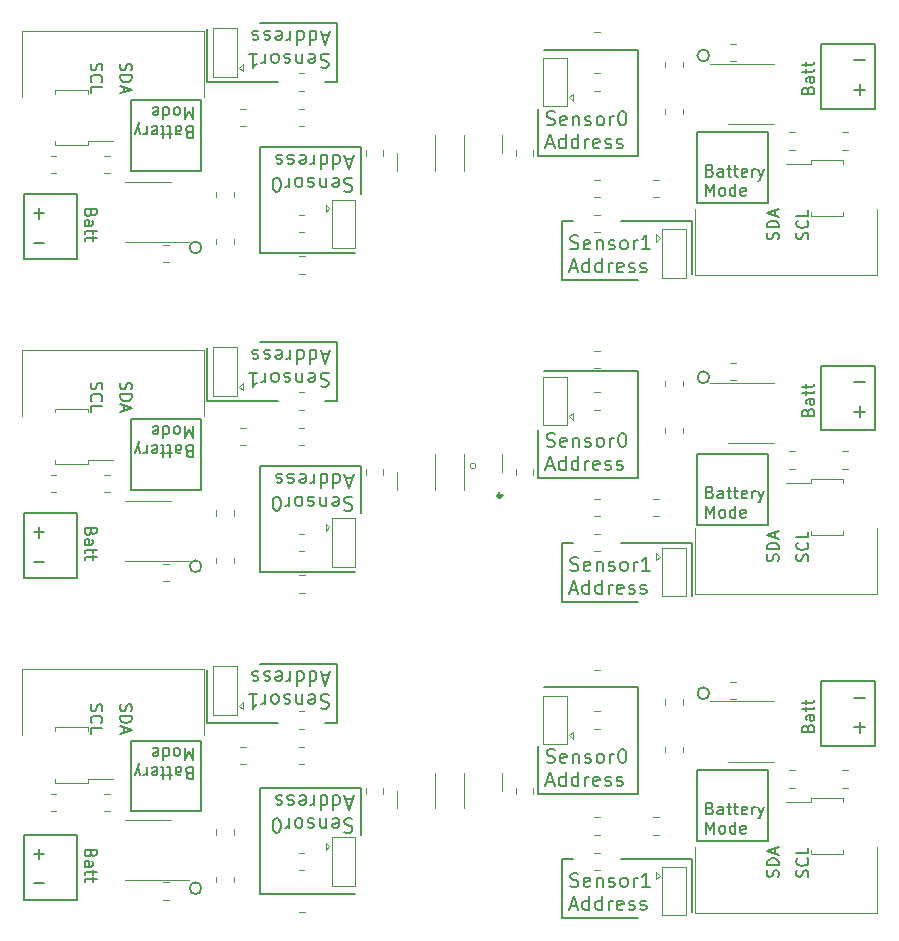
<source format=gbr>
%TF.GenerationSoftware,KiCad,Pcbnew,7.0.1*%
%TF.CreationDate,2023-04-17T17:37:10+02:00*%
%TF.ProjectId,BME680_shield_panel,424d4536-3830-45f7-9368-69656c645f70,rev?*%
%TF.SameCoordinates,Original*%
%TF.FileFunction,Legend,Top*%
%TF.FilePolarity,Positive*%
%FSLAX46Y46*%
G04 Gerber Fmt 4.6, Leading zero omitted, Abs format (unit mm)*
G04 Created by KiCad (PCBNEW 7.0.1) date 2023-04-17 17:37:10*
%MOMM*%
%LPD*%
G01*
G04 APERTURE LIST*
%ADD10C,0.150000*%
%ADD11C,0.200000*%
%ADD12C,0.325000*%
%ADD13C,0.100000*%
%ADD14C,0.120000*%
G04 APERTURE END LIST*
D10*
X74500000Y-41000000D02*
X74500000Y-50000000D01*
X54500000Y-45000000D02*
X59000000Y-45000000D01*
X59000000Y-50500000D01*
X54500000Y-50500000D01*
X54500000Y-45000000D01*
X69500000Y-49500000D02*
G75*
G03*
X69500000Y-49500000I-500000J0D01*
G01*
X83000000Y-45000000D02*
X83000000Y-41000000D01*
D11*
X60170000Y-33940476D02*
X60122380Y-34083333D01*
X60122380Y-34083333D02*
X60122380Y-34321428D01*
X60122380Y-34321428D02*
X60170000Y-34416666D01*
X60170000Y-34416666D02*
X60217619Y-34464285D01*
X60217619Y-34464285D02*
X60312857Y-34511904D01*
X60312857Y-34511904D02*
X60408095Y-34511904D01*
X60408095Y-34511904D02*
X60503333Y-34464285D01*
X60503333Y-34464285D02*
X60550952Y-34416666D01*
X60550952Y-34416666D02*
X60598571Y-34321428D01*
X60598571Y-34321428D02*
X60646190Y-34130952D01*
X60646190Y-34130952D02*
X60693809Y-34035714D01*
X60693809Y-34035714D02*
X60741428Y-33988095D01*
X60741428Y-33988095D02*
X60836666Y-33940476D01*
X60836666Y-33940476D02*
X60931904Y-33940476D01*
X60931904Y-33940476D02*
X61027142Y-33988095D01*
X61027142Y-33988095D02*
X61074761Y-34035714D01*
X61074761Y-34035714D02*
X61122380Y-34130952D01*
X61122380Y-34130952D02*
X61122380Y-34369047D01*
X61122380Y-34369047D02*
X61074761Y-34511904D01*
X60217619Y-35511904D02*
X60170000Y-35464285D01*
X60170000Y-35464285D02*
X60122380Y-35321428D01*
X60122380Y-35321428D02*
X60122380Y-35226190D01*
X60122380Y-35226190D02*
X60170000Y-35083333D01*
X60170000Y-35083333D02*
X60265238Y-34988095D01*
X60265238Y-34988095D02*
X60360476Y-34940476D01*
X60360476Y-34940476D02*
X60550952Y-34892857D01*
X60550952Y-34892857D02*
X60693809Y-34892857D01*
X60693809Y-34892857D02*
X60884285Y-34940476D01*
X60884285Y-34940476D02*
X60979523Y-34988095D01*
X60979523Y-34988095D02*
X61074761Y-35083333D01*
X61074761Y-35083333D02*
X61122380Y-35226190D01*
X61122380Y-35226190D02*
X61122380Y-35321428D01*
X61122380Y-35321428D02*
X61074761Y-35464285D01*
X61074761Y-35464285D02*
X61027142Y-35511904D01*
X60122380Y-36416666D02*
X60122380Y-35940476D01*
X60122380Y-35940476D02*
X61122380Y-35940476D01*
D10*
X70000000Y-35500000D02*
X70000000Y-31000000D01*
X74500000Y-50000000D02*
X82500000Y-50000000D01*
X76000000Y-35500000D02*
X70000000Y-35500000D01*
X63500000Y-37000000D02*
X69500000Y-37000000D01*
X69500000Y-43000000D01*
X63500000Y-43000000D01*
X63500000Y-37000000D01*
X83000000Y-41000000D02*
X74500000Y-41000000D01*
X81000000Y-35500000D02*
X81000000Y-30500000D01*
D11*
X82271428Y-43648000D02*
X82100000Y-43590857D01*
X82100000Y-43590857D02*
X81814285Y-43590857D01*
X81814285Y-43590857D02*
X81700000Y-43648000D01*
X81700000Y-43648000D02*
X81642857Y-43705142D01*
X81642857Y-43705142D02*
X81585714Y-43819428D01*
X81585714Y-43819428D02*
X81585714Y-43933714D01*
X81585714Y-43933714D02*
X81642857Y-44048000D01*
X81642857Y-44048000D02*
X81700000Y-44105142D01*
X81700000Y-44105142D02*
X81814285Y-44162285D01*
X81814285Y-44162285D02*
X82042857Y-44219428D01*
X82042857Y-44219428D02*
X82157142Y-44276571D01*
X82157142Y-44276571D02*
X82214285Y-44333714D01*
X82214285Y-44333714D02*
X82271428Y-44448000D01*
X82271428Y-44448000D02*
X82271428Y-44562285D01*
X82271428Y-44562285D02*
X82214285Y-44676571D01*
X82214285Y-44676571D02*
X82157142Y-44733714D01*
X82157142Y-44733714D02*
X82042857Y-44790857D01*
X82042857Y-44790857D02*
X81757142Y-44790857D01*
X81757142Y-44790857D02*
X81585714Y-44733714D01*
X80614285Y-43648000D02*
X80728571Y-43590857D01*
X80728571Y-43590857D02*
X80957143Y-43590857D01*
X80957143Y-43590857D02*
X81071428Y-43648000D01*
X81071428Y-43648000D02*
X81128571Y-43762285D01*
X81128571Y-43762285D02*
X81128571Y-44219428D01*
X81128571Y-44219428D02*
X81071428Y-44333714D01*
X81071428Y-44333714D02*
X80957143Y-44390857D01*
X80957143Y-44390857D02*
X80728571Y-44390857D01*
X80728571Y-44390857D02*
X80614285Y-44333714D01*
X80614285Y-44333714D02*
X80557143Y-44219428D01*
X80557143Y-44219428D02*
X80557143Y-44105142D01*
X80557143Y-44105142D02*
X81128571Y-43990857D01*
X80042857Y-44390857D02*
X80042857Y-43590857D01*
X80042857Y-44276571D02*
X79985714Y-44333714D01*
X79985714Y-44333714D02*
X79871429Y-44390857D01*
X79871429Y-44390857D02*
X79700000Y-44390857D01*
X79700000Y-44390857D02*
X79585714Y-44333714D01*
X79585714Y-44333714D02*
X79528572Y-44219428D01*
X79528572Y-44219428D02*
X79528572Y-43590857D01*
X79014286Y-43648000D02*
X78900000Y-43590857D01*
X78900000Y-43590857D02*
X78671429Y-43590857D01*
X78671429Y-43590857D02*
X78557143Y-43648000D01*
X78557143Y-43648000D02*
X78500000Y-43762285D01*
X78500000Y-43762285D02*
X78500000Y-43819428D01*
X78500000Y-43819428D02*
X78557143Y-43933714D01*
X78557143Y-43933714D02*
X78671429Y-43990857D01*
X78671429Y-43990857D02*
X78842858Y-43990857D01*
X78842858Y-43990857D02*
X78957143Y-44048000D01*
X78957143Y-44048000D02*
X79014286Y-44162285D01*
X79014286Y-44162285D02*
X79014286Y-44219428D01*
X79014286Y-44219428D02*
X78957143Y-44333714D01*
X78957143Y-44333714D02*
X78842858Y-44390857D01*
X78842858Y-44390857D02*
X78671429Y-44390857D01*
X78671429Y-44390857D02*
X78557143Y-44333714D01*
X77814286Y-43590857D02*
X77928571Y-43648000D01*
X77928571Y-43648000D02*
X77985714Y-43705142D01*
X77985714Y-43705142D02*
X78042857Y-43819428D01*
X78042857Y-43819428D02*
X78042857Y-44162285D01*
X78042857Y-44162285D02*
X77985714Y-44276571D01*
X77985714Y-44276571D02*
X77928571Y-44333714D01*
X77928571Y-44333714D02*
X77814286Y-44390857D01*
X77814286Y-44390857D02*
X77642857Y-44390857D01*
X77642857Y-44390857D02*
X77528571Y-44333714D01*
X77528571Y-44333714D02*
X77471429Y-44276571D01*
X77471429Y-44276571D02*
X77414286Y-44162285D01*
X77414286Y-44162285D02*
X77414286Y-43819428D01*
X77414286Y-43819428D02*
X77471429Y-43705142D01*
X77471429Y-43705142D02*
X77528571Y-43648000D01*
X77528571Y-43648000D02*
X77642857Y-43590857D01*
X77642857Y-43590857D02*
X77814286Y-43590857D01*
X76900000Y-43590857D02*
X76900000Y-44390857D01*
X76900000Y-44162285D02*
X76842857Y-44276571D01*
X76842857Y-44276571D02*
X76785715Y-44333714D01*
X76785715Y-44333714D02*
X76671429Y-44390857D01*
X76671429Y-44390857D02*
X76557143Y-44390857D01*
X75928572Y-44790857D02*
X75814286Y-44790857D01*
X75814286Y-44790857D02*
X75700000Y-44733714D01*
X75700000Y-44733714D02*
X75642858Y-44676571D01*
X75642858Y-44676571D02*
X75585715Y-44562285D01*
X75585715Y-44562285D02*
X75528572Y-44333714D01*
X75528572Y-44333714D02*
X75528572Y-44048000D01*
X75528572Y-44048000D02*
X75585715Y-43819428D01*
X75585715Y-43819428D02*
X75642858Y-43705142D01*
X75642858Y-43705142D02*
X75700000Y-43648000D01*
X75700000Y-43648000D02*
X75814286Y-43590857D01*
X75814286Y-43590857D02*
X75928572Y-43590857D01*
X75928572Y-43590857D02*
X76042858Y-43648000D01*
X76042858Y-43648000D02*
X76100000Y-43705142D01*
X76100000Y-43705142D02*
X76157143Y-43819428D01*
X76157143Y-43819428D02*
X76214286Y-44048000D01*
X76214286Y-44048000D02*
X76214286Y-44333714D01*
X76214286Y-44333714D02*
X76157143Y-44562285D01*
X76157143Y-44562285D02*
X76100000Y-44676571D01*
X76100000Y-44676571D02*
X76042858Y-44733714D01*
X76042858Y-44733714D02*
X75928572Y-44790857D01*
X82271428Y-41989714D02*
X81700000Y-41989714D01*
X82385714Y-41646857D02*
X81985714Y-42846857D01*
X81985714Y-42846857D02*
X81585714Y-41646857D01*
X80671429Y-41646857D02*
X80671429Y-42846857D01*
X80671429Y-41704000D02*
X80785714Y-41646857D01*
X80785714Y-41646857D02*
X81014286Y-41646857D01*
X81014286Y-41646857D02*
X81128571Y-41704000D01*
X81128571Y-41704000D02*
X81185714Y-41761142D01*
X81185714Y-41761142D02*
X81242857Y-41875428D01*
X81242857Y-41875428D02*
X81242857Y-42218285D01*
X81242857Y-42218285D02*
X81185714Y-42332571D01*
X81185714Y-42332571D02*
X81128571Y-42389714D01*
X81128571Y-42389714D02*
X81014286Y-42446857D01*
X81014286Y-42446857D02*
X80785714Y-42446857D01*
X80785714Y-42446857D02*
X80671429Y-42389714D01*
X79585715Y-41646857D02*
X79585715Y-42846857D01*
X79585715Y-41704000D02*
X79700000Y-41646857D01*
X79700000Y-41646857D02*
X79928572Y-41646857D01*
X79928572Y-41646857D02*
X80042857Y-41704000D01*
X80042857Y-41704000D02*
X80100000Y-41761142D01*
X80100000Y-41761142D02*
X80157143Y-41875428D01*
X80157143Y-41875428D02*
X80157143Y-42218285D01*
X80157143Y-42218285D02*
X80100000Y-42332571D01*
X80100000Y-42332571D02*
X80042857Y-42389714D01*
X80042857Y-42389714D02*
X79928572Y-42446857D01*
X79928572Y-42446857D02*
X79700000Y-42446857D01*
X79700000Y-42446857D02*
X79585715Y-42389714D01*
X79014286Y-41646857D02*
X79014286Y-42446857D01*
X79014286Y-42218285D02*
X78957143Y-42332571D01*
X78957143Y-42332571D02*
X78900001Y-42389714D01*
X78900001Y-42389714D02*
X78785715Y-42446857D01*
X78785715Y-42446857D02*
X78671429Y-42446857D01*
X77814286Y-41704000D02*
X77928572Y-41646857D01*
X77928572Y-41646857D02*
X78157144Y-41646857D01*
X78157144Y-41646857D02*
X78271429Y-41704000D01*
X78271429Y-41704000D02*
X78328572Y-41818285D01*
X78328572Y-41818285D02*
X78328572Y-42275428D01*
X78328572Y-42275428D02*
X78271429Y-42389714D01*
X78271429Y-42389714D02*
X78157144Y-42446857D01*
X78157144Y-42446857D02*
X77928572Y-42446857D01*
X77928572Y-42446857D02*
X77814286Y-42389714D01*
X77814286Y-42389714D02*
X77757144Y-42275428D01*
X77757144Y-42275428D02*
X77757144Y-42161142D01*
X77757144Y-42161142D02*
X78328572Y-42046857D01*
X77300001Y-41704000D02*
X77185715Y-41646857D01*
X77185715Y-41646857D02*
X76957144Y-41646857D01*
X76957144Y-41646857D02*
X76842858Y-41704000D01*
X76842858Y-41704000D02*
X76785715Y-41818285D01*
X76785715Y-41818285D02*
X76785715Y-41875428D01*
X76785715Y-41875428D02*
X76842858Y-41989714D01*
X76842858Y-41989714D02*
X76957144Y-42046857D01*
X76957144Y-42046857D02*
X77128573Y-42046857D01*
X77128573Y-42046857D02*
X77242858Y-42104000D01*
X77242858Y-42104000D02*
X77300001Y-42218285D01*
X77300001Y-42218285D02*
X77300001Y-42275428D01*
X77300001Y-42275428D02*
X77242858Y-42389714D01*
X77242858Y-42389714D02*
X77128573Y-42446857D01*
X77128573Y-42446857D02*
X76957144Y-42446857D01*
X76957144Y-42446857D02*
X76842858Y-42389714D01*
X76328572Y-41704000D02*
X76214286Y-41646857D01*
X76214286Y-41646857D02*
X75985715Y-41646857D01*
X75985715Y-41646857D02*
X75871429Y-41704000D01*
X75871429Y-41704000D02*
X75814286Y-41818285D01*
X75814286Y-41818285D02*
X75814286Y-41875428D01*
X75814286Y-41875428D02*
X75871429Y-41989714D01*
X75871429Y-41989714D02*
X75985715Y-42046857D01*
X75985715Y-42046857D02*
X76157144Y-42046857D01*
X76157144Y-42046857D02*
X76271429Y-42104000D01*
X76271429Y-42104000D02*
X76328572Y-42218285D01*
X76328572Y-42218285D02*
X76328572Y-42275428D01*
X76328572Y-42275428D02*
X76271429Y-42389714D01*
X76271429Y-42389714D02*
X76157144Y-42446857D01*
X76157144Y-42446857D02*
X75985715Y-42446857D01*
X75985715Y-42446857D02*
X75871429Y-42389714D01*
D10*
X80000000Y-35500000D02*
X81000000Y-35500000D01*
X68428571Y-39766190D02*
X68285714Y-39718571D01*
X68285714Y-39718571D02*
X68238095Y-39670952D01*
X68238095Y-39670952D02*
X68190476Y-39575714D01*
X68190476Y-39575714D02*
X68190476Y-39432857D01*
X68190476Y-39432857D02*
X68238095Y-39337619D01*
X68238095Y-39337619D02*
X68285714Y-39290000D01*
X68285714Y-39290000D02*
X68380952Y-39242380D01*
X68380952Y-39242380D02*
X68761904Y-39242380D01*
X68761904Y-39242380D02*
X68761904Y-40242380D01*
X68761904Y-40242380D02*
X68428571Y-40242380D01*
X68428571Y-40242380D02*
X68333333Y-40194761D01*
X68333333Y-40194761D02*
X68285714Y-40147142D01*
X68285714Y-40147142D02*
X68238095Y-40051904D01*
X68238095Y-40051904D02*
X68238095Y-39956666D01*
X68238095Y-39956666D02*
X68285714Y-39861428D01*
X68285714Y-39861428D02*
X68333333Y-39813809D01*
X68333333Y-39813809D02*
X68428571Y-39766190D01*
X68428571Y-39766190D02*
X68761904Y-39766190D01*
X67333333Y-39242380D02*
X67333333Y-39766190D01*
X67333333Y-39766190D02*
X67380952Y-39861428D01*
X67380952Y-39861428D02*
X67476190Y-39909047D01*
X67476190Y-39909047D02*
X67666666Y-39909047D01*
X67666666Y-39909047D02*
X67761904Y-39861428D01*
X67333333Y-39290000D02*
X67428571Y-39242380D01*
X67428571Y-39242380D02*
X67666666Y-39242380D01*
X67666666Y-39242380D02*
X67761904Y-39290000D01*
X67761904Y-39290000D02*
X67809523Y-39385238D01*
X67809523Y-39385238D02*
X67809523Y-39480476D01*
X67809523Y-39480476D02*
X67761904Y-39575714D01*
X67761904Y-39575714D02*
X67666666Y-39623333D01*
X67666666Y-39623333D02*
X67428571Y-39623333D01*
X67428571Y-39623333D02*
X67333333Y-39670952D01*
X66999999Y-39909047D02*
X66619047Y-39909047D01*
X66857142Y-40242380D02*
X66857142Y-39385238D01*
X66857142Y-39385238D02*
X66809523Y-39290000D01*
X66809523Y-39290000D02*
X66714285Y-39242380D01*
X66714285Y-39242380D02*
X66619047Y-39242380D01*
X66428570Y-39909047D02*
X66047618Y-39909047D01*
X66285713Y-40242380D02*
X66285713Y-39385238D01*
X66285713Y-39385238D02*
X66238094Y-39290000D01*
X66238094Y-39290000D02*
X66142856Y-39242380D01*
X66142856Y-39242380D02*
X66047618Y-39242380D01*
X65333332Y-39290000D02*
X65428570Y-39242380D01*
X65428570Y-39242380D02*
X65619046Y-39242380D01*
X65619046Y-39242380D02*
X65714284Y-39290000D01*
X65714284Y-39290000D02*
X65761903Y-39385238D01*
X65761903Y-39385238D02*
X65761903Y-39766190D01*
X65761903Y-39766190D02*
X65714284Y-39861428D01*
X65714284Y-39861428D02*
X65619046Y-39909047D01*
X65619046Y-39909047D02*
X65428570Y-39909047D01*
X65428570Y-39909047D02*
X65333332Y-39861428D01*
X65333332Y-39861428D02*
X65285713Y-39766190D01*
X65285713Y-39766190D02*
X65285713Y-39670952D01*
X65285713Y-39670952D02*
X65761903Y-39575714D01*
X64857141Y-39242380D02*
X64857141Y-39909047D01*
X64857141Y-39718571D02*
X64809522Y-39813809D01*
X64809522Y-39813809D02*
X64761903Y-39861428D01*
X64761903Y-39861428D02*
X64666665Y-39909047D01*
X64666665Y-39909047D02*
X64571427Y-39909047D01*
X64333331Y-39909047D02*
X64095236Y-39242380D01*
X63857141Y-39909047D02*
X64095236Y-39242380D01*
X64095236Y-39242380D02*
X64190474Y-39004285D01*
X64190474Y-39004285D02*
X64238093Y-38956666D01*
X64238093Y-38956666D02*
X64333331Y-38909047D01*
X68761904Y-37622380D02*
X68761904Y-38622380D01*
X68761904Y-38622380D02*
X68428571Y-37908095D01*
X68428571Y-37908095D02*
X68095238Y-38622380D01*
X68095238Y-38622380D02*
X68095238Y-37622380D01*
X67476190Y-37622380D02*
X67571428Y-37670000D01*
X67571428Y-37670000D02*
X67619047Y-37717619D01*
X67619047Y-37717619D02*
X67666666Y-37812857D01*
X67666666Y-37812857D02*
X67666666Y-38098571D01*
X67666666Y-38098571D02*
X67619047Y-38193809D01*
X67619047Y-38193809D02*
X67571428Y-38241428D01*
X67571428Y-38241428D02*
X67476190Y-38289047D01*
X67476190Y-38289047D02*
X67333333Y-38289047D01*
X67333333Y-38289047D02*
X67238095Y-38241428D01*
X67238095Y-38241428D02*
X67190476Y-38193809D01*
X67190476Y-38193809D02*
X67142857Y-38098571D01*
X67142857Y-38098571D02*
X67142857Y-37812857D01*
X67142857Y-37812857D02*
X67190476Y-37717619D01*
X67190476Y-37717619D02*
X67238095Y-37670000D01*
X67238095Y-37670000D02*
X67333333Y-37622380D01*
X67333333Y-37622380D02*
X67476190Y-37622380D01*
X66285714Y-37622380D02*
X66285714Y-38622380D01*
X66285714Y-37670000D02*
X66380952Y-37622380D01*
X66380952Y-37622380D02*
X66571428Y-37622380D01*
X66571428Y-37622380D02*
X66666666Y-37670000D01*
X66666666Y-37670000D02*
X66714285Y-37717619D01*
X66714285Y-37717619D02*
X66761904Y-37812857D01*
X66761904Y-37812857D02*
X66761904Y-38098571D01*
X66761904Y-38098571D02*
X66714285Y-38193809D01*
X66714285Y-38193809D02*
X66666666Y-38241428D01*
X66666666Y-38241428D02*
X66571428Y-38289047D01*
X66571428Y-38289047D02*
X66380952Y-38289047D01*
X66380952Y-38289047D02*
X66285714Y-38241428D01*
X65428571Y-37670000D02*
X65523809Y-37622380D01*
X65523809Y-37622380D02*
X65714285Y-37622380D01*
X65714285Y-37622380D02*
X65809523Y-37670000D01*
X65809523Y-37670000D02*
X65857142Y-37765238D01*
X65857142Y-37765238D02*
X65857142Y-38146190D01*
X65857142Y-38146190D02*
X65809523Y-38241428D01*
X65809523Y-38241428D02*
X65714285Y-38289047D01*
X65714285Y-38289047D02*
X65523809Y-38289047D01*
X65523809Y-38289047D02*
X65428571Y-38241428D01*
X65428571Y-38241428D02*
X65380952Y-38146190D01*
X65380952Y-38146190D02*
X65380952Y-38050952D01*
X65380952Y-38050952D02*
X65857142Y-37955714D01*
D11*
X56214285Y-49104000D02*
X55300000Y-49104000D01*
X80271428Y-33148000D02*
X80100000Y-33090857D01*
X80100000Y-33090857D02*
X79814285Y-33090857D01*
X79814285Y-33090857D02*
X79700000Y-33148000D01*
X79700000Y-33148000D02*
X79642857Y-33205142D01*
X79642857Y-33205142D02*
X79585714Y-33319428D01*
X79585714Y-33319428D02*
X79585714Y-33433714D01*
X79585714Y-33433714D02*
X79642857Y-33548000D01*
X79642857Y-33548000D02*
X79700000Y-33605142D01*
X79700000Y-33605142D02*
X79814285Y-33662285D01*
X79814285Y-33662285D02*
X80042857Y-33719428D01*
X80042857Y-33719428D02*
X80157142Y-33776571D01*
X80157142Y-33776571D02*
X80214285Y-33833714D01*
X80214285Y-33833714D02*
X80271428Y-33948000D01*
X80271428Y-33948000D02*
X80271428Y-34062285D01*
X80271428Y-34062285D02*
X80214285Y-34176571D01*
X80214285Y-34176571D02*
X80157142Y-34233714D01*
X80157142Y-34233714D02*
X80042857Y-34290857D01*
X80042857Y-34290857D02*
X79757142Y-34290857D01*
X79757142Y-34290857D02*
X79585714Y-34233714D01*
X78614285Y-33148000D02*
X78728571Y-33090857D01*
X78728571Y-33090857D02*
X78957143Y-33090857D01*
X78957143Y-33090857D02*
X79071428Y-33148000D01*
X79071428Y-33148000D02*
X79128571Y-33262285D01*
X79128571Y-33262285D02*
X79128571Y-33719428D01*
X79128571Y-33719428D02*
X79071428Y-33833714D01*
X79071428Y-33833714D02*
X78957143Y-33890857D01*
X78957143Y-33890857D02*
X78728571Y-33890857D01*
X78728571Y-33890857D02*
X78614285Y-33833714D01*
X78614285Y-33833714D02*
X78557143Y-33719428D01*
X78557143Y-33719428D02*
X78557143Y-33605142D01*
X78557143Y-33605142D02*
X79128571Y-33490857D01*
X78042857Y-33890857D02*
X78042857Y-33090857D01*
X78042857Y-33776571D02*
X77985714Y-33833714D01*
X77985714Y-33833714D02*
X77871429Y-33890857D01*
X77871429Y-33890857D02*
X77700000Y-33890857D01*
X77700000Y-33890857D02*
X77585714Y-33833714D01*
X77585714Y-33833714D02*
X77528572Y-33719428D01*
X77528572Y-33719428D02*
X77528572Y-33090857D01*
X77014286Y-33148000D02*
X76900000Y-33090857D01*
X76900000Y-33090857D02*
X76671429Y-33090857D01*
X76671429Y-33090857D02*
X76557143Y-33148000D01*
X76557143Y-33148000D02*
X76500000Y-33262285D01*
X76500000Y-33262285D02*
X76500000Y-33319428D01*
X76500000Y-33319428D02*
X76557143Y-33433714D01*
X76557143Y-33433714D02*
X76671429Y-33490857D01*
X76671429Y-33490857D02*
X76842858Y-33490857D01*
X76842858Y-33490857D02*
X76957143Y-33548000D01*
X76957143Y-33548000D02*
X77014286Y-33662285D01*
X77014286Y-33662285D02*
X77014286Y-33719428D01*
X77014286Y-33719428D02*
X76957143Y-33833714D01*
X76957143Y-33833714D02*
X76842858Y-33890857D01*
X76842858Y-33890857D02*
X76671429Y-33890857D01*
X76671429Y-33890857D02*
X76557143Y-33833714D01*
X75814286Y-33090857D02*
X75928571Y-33148000D01*
X75928571Y-33148000D02*
X75985714Y-33205142D01*
X75985714Y-33205142D02*
X76042857Y-33319428D01*
X76042857Y-33319428D02*
X76042857Y-33662285D01*
X76042857Y-33662285D02*
X75985714Y-33776571D01*
X75985714Y-33776571D02*
X75928571Y-33833714D01*
X75928571Y-33833714D02*
X75814286Y-33890857D01*
X75814286Y-33890857D02*
X75642857Y-33890857D01*
X75642857Y-33890857D02*
X75528571Y-33833714D01*
X75528571Y-33833714D02*
X75471429Y-33776571D01*
X75471429Y-33776571D02*
X75414286Y-33662285D01*
X75414286Y-33662285D02*
X75414286Y-33319428D01*
X75414286Y-33319428D02*
X75471429Y-33205142D01*
X75471429Y-33205142D02*
X75528571Y-33148000D01*
X75528571Y-33148000D02*
X75642857Y-33090857D01*
X75642857Y-33090857D02*
X75814286Y-33090857D01*
X74900000Y-33090857D02*
X74900000Y-33890857D01*
X74900000Y-33662285D02*
X74842857Y-33776571D01*
X74842857Y-33776571D02*
X74785715Y-33833714D01*
X74785715Y-33833714D02*
X74671429Y-33890857D01*
X74671429Y-33890857D02*
X74557143Y-33890857D01*
X73528572Y-33090857D02*
X74214286Y-33090857D01*
X73871429Y-33090857D02*
X73871429Y-34290857D01*
X73871429Y-34290857D02*
X73985715Y-34119428D01*
X73985715Y-34119428D02*
X74100000Y-34005142D01*
X74100000Y-34005142D02*
X74214286Y-33948000D01*
X80271428Y-31489714D02*
X79700000Y-31489714D01*
X80385714Y-31146857D02*
X79985714Y-32346857D01*
X79985714Y-32346857D02*
X79585714Y-31146857D01*
X78671429Y-31146857D02*
X78671429Y-32346857D01*
X78671429Y-31204000D02*
X78785714Y-31146857D01*
X78785714Y-31146857D02*
X79014286Y-31146857D01*
X79014286Y-31146857D02*
X79128571Y-31204000D01*
X79128571Y-31204000D02*
X79185714Y-31261142D01*
X79185714Y-31261142D02*
X79242857Y-31375428D01*
X79242857Y-31375428D02*
X79242857Y-31718285D01*
X79242857Y-31718285D02*
X79185714Y-31832571D01*
X79185714Y-31832571D02*
X79128571Y-31889714D01*
X79128571Y-31889714D02*
X79014286Y-31946857D01*
X79014286Y-31946857D02*
X78785714Y-31946857D01*
X78785714Y-31946857D02*
X78671429Y-31889714D01*
X77585715Y-31146857D02*
X77585715Y-32346857D01*
X77585715Y-31204000D02*
X77700000Y-31146857D01*
X77700000Y-31146857D02*
X77928572Y-31146857D01*
X77928572Y-31146857D02*
X78042857Y-31204000D01*
X78042857Y-31204000D02*
X78100000Y-31261142D01*
X78100000Y-31261142D02*
X78157143Y-31375428D01*
X78157143Y-31375428D02*
X78157143Y-31718285D01*
X78157143Y-31718285D02*
X78100000Y-31832571D01*
X78100000Y-31832571D02*
X78042857Y-31889714D01*
X78042857Y-31889714D02*
X77928572Y-31946857D01*
X77928572Y-31946857D02*
X77700000Y-31946857D01*
X77700000Y-31946857D02*
X77585715Y-31889714D01*
X77014286Y-31146857D02*
X77014286Y-31946857D01*
X77014286Y-31718285D02*
X76957143Y-31832571D01*
X76957143Y-31832571D02*
X76900001Y-31889714D01*
X76900001Y-31889714D02*
X76785715Y-31946857D01*
X76785715Y-31946857D02*
X76671429Y-31946857D01*
X75814286Y-31204000D02*
X75928572Y-31146857D01*
X75928572Y-31146857D02*
X76157144Y-31146857D01*
X76157144Y-31146857D02*
X76271429Y-31204000D01*
X76271429Y-31204000D02*
X76328572Y-31318285D01*
X76328572Y-31318285D02*
X76328572Y-31775428D01*
X76328572Y-31775428D02*
X76271429Y-31889714D01*
X76271429Y-31889714D02*
X76157144Y-31946857D01*
X76157144Y-31946857D02*
X75928572Y-31946857D01*
X75928572Y-31946857D02*
X75814286Y-31889714D01*
X75814286Y-31889714D02*
X75757144Y-31775428D01*
X75757144Y-31775428D02*
X75757144Y-31661142D01*
X75757144Y-31661142D02*
X76328572Y-31546857D01*
X75300001Y-31204000D02*
X75185715Y-31146857D01*
X75185715Y-31146857D02*
X74957144Y-31146857D01*
X74957144Y-31146857D02*
X74842858Y-31204000D01*
X74842858Y-31204000D02*
X74785715Y-31318285D01*
X74785715Y-31318285D02*
X74785715Y-31375428D01*
X74785715Y-31375428D02*
X74842858Y-31489714D01*
X74842858Y-31489714D02*
X74957144Y-31546857D01*
X74957144Y-31546857D02*
X75128573Y-31546857D01*
X75128573Y-31546857D02*
X75242858Y-31604000D01*
X75242858Y-31604000D02*
X75300001Y-31718285D01*
X75300001Y-31718285D02*
X75300001Y-31775428D01*
X75300001Y-31775428D02*
X75242858Y-31889714D01*
X75242858Y-31889714D02*
X75128573Y-31946857D01*
X75128573Y-31946857D02*
X74957144Y-31946857D01*
X74957144Y-31946857D02*
X74842858Y-31889714D01*
X74328572Y-31204000D02*
X74214286Y-31146857D01*
X74214286Y-31146857D02*
X73985715Y-31146857D01*
X73985715Y-31146857D02*
X73871429Y-31204000D01*
X73871429Y-31204000D02*
X73814286Y-31318285D01*
X73814286Y-31318285D02*
X73814286Y-31375428D01*
X73814286Y-31375428D02*
X73871429Y-31489714D01*
X73871429Y-31489714D02*
X73985715Y-31546857D01*
X73985715Y-31546857D02*
X74157144Y-31546857D01*
X74157144Y-31546857D02*
X74271429Y-31604000D01*
X74271429Y-31604000D02*
X74328572Y-31718285D01*
X74328572Y-31718285D02*
X74328572Y-31775428D01*
X74328572Y-31775428D02*
X74271429Y-31889714D01*
X74271429Y-31889714D02*
X74157144Y-31946857D01*
X74157144Y-31946857D02*
X73985715Y-31946857D01*
X73985715Y-31946857D02*
X73871429Y-31889714D01*
X56214285Y-46604000D02*
X55300000Y-46604000D01*
X55757142Y-46146857D02*
X55757142Y-47061142D01*
X62670000Y-33940476D02*
X62622380Y-34083333D01*
X62622380Y-34083333D02*
X62622380Y-34321428D01*
X62622380Y-34321428D02*
X62670000Y-34416666D01*
X62670000Y-34416666D02*
X62717619Y-34464285D01*
X62717619Y-34464285D02*
X62812857Y-34511904D01*
X62812857Y-34511904D02*
X62908095Y-34511904D01*
X62908095Y-34511904D02*
X63003333Y-34464285D01*
X63003333Y-34464285D02*
X63050952Y-34416666D01*
X63050952Y-34416666D02*
X63098571Y-34321428D01*
X63098571Y-34321428D02*
X63146190Y-34130952D01*
X63146190Y-34130952D02*
X63193809Y-34035714D01*
X63193809Y-34035714D02*
X63241428Y-33988095D01*
X63241428Y-33988095D02*
X63336666Y-33940476D01*
X63336666Y-33940476D02*
X63431904Y-33940476D01*
X63431904Y-33940476D02*
X63527142Y-33988095D01*
X63527142Y-33988095D02*
X63574761Y-34035714D01*
X63574761Y-34035714D02*
X63622380Y-34130952D01*
X63622380Y-34130952D02*
X63622380Y-34369047D01*
X63622380Y-34369047D02*
X63574761Y-34511904D01*
X62622380Y-34940476D02*
X63622380Y-34940476D01*
X63622380Y-34940476D02*
X63622380Y-35178571D01*
X63622380Y-35178571D02*
X63574761Y-35321428D01*
X63574761Y-35321428D02*
X63479523Y-35416666D01*
X63479523Y-35416666D02*
X63384285Y-35464285D01*
X63384285Y-35464285D02*
X63193809Y-35511904D01*
X63193809Y-35511904D02*
X63050952Y-35511904D01*
X63050952Y-35511904D02*
X62860476Y-35464285D01*
X62860476Y-35464285D02*
X62765238Y-35416666D01*
X62765238Y-35416666D02*
X62670000Y-35321428D01*
X62670000Y-35321428D02*
X62622380Y-35178571D01*
X62622380Y-35178571D02*
X62622380Y-34940476D01*
X62908095Y-35892857D02*
X62908095Y-36369047D01*
X62622380Y-35797619D02*
X63622380Y-36130952D01*
X63622380Y-36130952D02*
X62622380Y-36464285D01*
D10*
X81000000Y-30500000D02*
X74500000Y-30500000D01*
X60146190Y-46571428D02*
X60098571Y-46714285D01*
X60098571Y-46714285D02*
X60050952Y-46761904D01*
X60050952Y-46761904D02*
X59955714Y-46809523D01*
X59955714Y-46809523D02*
X59812857Y-46809523D01*
X59812857Y-46809523D02*
X59717619Y-46761904D01*
X59717619Y-46761904D02*
X59670000Y-46714285D01*
X59670000Y-46714285D02*
X59622380Y-46619047D01*
X59622380Y-46619047D02*
X59622380Y-46238095D01*
X59622380Y-46238095D02*
X60622380Y-46238095D01*
X60622380Y-46238095D02*
X60622380Y-46571428D01*
X60622380Y-46571428D02*
X60574761Y-46666666D01*
X60574761Y-46666666D02*
X60527142Y-46714285D01*
X60527142Y-46714285D02*
X60431904Y-46761904D01*
X60431904Y-46761904D02*
X60336666Y-46761904D01*
X60336666Y-46761904D02*
X60241428Y-46714285D01*
X60241428Y-46714285D02*
X60193809Y-46666666D01*
X60193809Y-46666666D02*
X60146190Y-46571428D01*
X60146190Y-46571428D02*
X60146190Y-46238095D01*
X59622380Y-47666666D02*
X60146190Y-47666666D01*
X60146190Y-47666666D02*
X60241428Y-47619047D01*
X60241428Y-47619047D02*
X60289047Y-47523809D01*
X60289047Y-47523809D02*
X60289047Y-47333333D01*
X60289047Y-47333333D02*
X60241428Y-47238095D01*
X59670000Y-47666666D02*
X59622380Y-47571428D01*
X59622380Y-47571428D02*
X59622380Y-47333333D01*
X59622380Y-47333333D02*
X59670000Y-47238095D01*
X59670000Y-47238095D02*
X59765238Y-47190476D01*
X59765238Y-47190476D02*
X59860476Y-47190476D01*
X59860476Y-47190476D02*
X59955714Y-47238095D01*
X59955714Y-47238095D02*
X60003333Y-47333333D01*
X60003333Y-47333333D02*
X60003333Y-47571428D01*
X60003333Y-47571428D02*
X60050952Y-47666666D01*
X60289047Y-48000000D02*
X60289047Y-48380952D01*
X60622380Y-48142857D02*
X59765238Y-48142857D01*
X59765238Y-48142857D02*
X59670000Y-48190476D01*
X59670000Y-48190476D02*
X59622380Y-48285714D01*
X59622380Y-48285714D02*
X59622380Y-48380952D01*
X60289047Y-48571429D02*
X60289047Y-48952381D01*
X60622380Y-48714286D02*
X59765238Y-48714286D01*
X59765238Y-48714286D02*
X59670000Y-48761905D01*
X59670000Y-48761905D02*
X59622380Y-48857143D01*
X59622380Y-48857143D02*
X59622380Y-48952381D01*
X74500000Y-68000000D02*
X74500000Y-77000000D01*
X54500000Y-72000000D02*
X59000000Y-72000000D01*
X59000000Y-77500000D01*
X54500000Y-77500000D01*
X54500000Y-72000000D01*
X69500000Y-76500000D02*
G75*
G03*
X69500000Y-76500000I-500000J0D01*
G01*
X83000000Y-72000000D02*
X83000000Y-68000000D01*
D11*
X60170000Y-60940476D02*
X60122380Y-61083333D01*
X60122380Y-61083333D02*
X60122380Y-61321428D01*
X60122380Y-61321428D02*
X60170000Y-61416666D01*
X60170000Y-61416666D02*
X60217619Y-61464285D01*
X60217619Y-61464285D02*
X60312857Y-61511904D01*
X60312857Y-61511904D02*
X60408095Y-61511904D01*
X60408095Y-61511904D02*
X60503333Y-61464285D01*
X60503333Y-61464285D02*
X60550952Y-61416666D01*
X60550952Y-61416666D02*
X60598571Y-61321428D01*
X60598571Y-61321428D02*
X60646190Y-61130952D01*
X60646190Y-61130952D02*
X60693809Y-61035714D01*
X60693809Y-61035714D02*
X60741428Y-60988095D01*
X60741428Y-60988095D02*
X60836666Y-60940476D01*
X60836666Y-60940476D02*
X60931904Y-60940476D01*
X60931904Y-60940476D02*
X61027142Y-60988095D01*
X61027142Y-60988095D02*
X61074761Y-61035714D01*
X61074761Y-61035714D02*
X61122380Y-61130952D01*
X61122380Y-61130952D02*
X61122380Y-61369047D01*
X61122380Y-61369047D02*
X61074761Y-61511904D01*
X60217619Y-62511904D02*
X60170000Y-62464285D01*
X60170000Y-62464285D02*
X60122380Y-62321428D01*
X60122380Y-62321428D02*
X60122380Y-62226190D01*
X60122380Y-62226190D02*
X60170000Y-62083333D01*
X60170000Y-62083333D02*
X60265238Y-61988095D01*
X60265238Y-61988095D02*
X60360476Y-61940476D01*
X60360476Y-61940476D02*
X60550952Y-61892857D01*
X60550952Y-61892857D02*
X60693809Y-61892857D01*
X60693809Y-61892857D02*
X60884285Y-61940476D01*
X60884285Y-61940476D02*
X60979523Y-61988095D01*
X60979523Y-61988095D02*
X61074761Y-62083333D01*
X61074761Y-62083333D02*
X61122380Y-62226190D01*
X61122380Y-62226190D02*
X61122380Y-62321428D01*
X61122380Y-62321428D02*
X61074761Y-62464285D01*
X61074761Y-62464285D02*
X61027142Y-62511904D01*
X60122380Y-63416666D02*
X60122380Y-62940476D01*
X60122380Y-62940476D02*
X61122380Y-62940476D01*
D10*
X70000000Y-62500000D02*
X70000000Y-58000000D01*
X74500000Y-77000000D02*
X82500000Y-77000000D01*
X76000000Y-62500000D02*
X70000000Y-62500000D01*
X63500000Y-64000000D02*
X69500000Y-64000000D01*
X69500000Y-70000000D01*
X63500000Y-70000000D01*
X63500000Y-64000000D01*
X83000000Y-68000000D02*
X74500000Y-68000000D01*
X81000000Y-62500000D02*
X81000000Y-57500000D01*
D11*
X82271428Y-70648000D02*
X82100000Y-70590857D01*
X82100000Y-70590857D02*
X81814285Y-70590857D01*
X81814285Y-70590857D02*
X81700000Y-70648000D01*
X81700000Y-70648000D02*
X81642857Y-70705142D01*
X81642857Y-70705142D02*
X81585714Y-70819428D01*
X81585714Y-70819428D02*
X81585714Y-70933714D01*
X81585714Y-70933714D02*
X81642857Y-71048000D01*
X81642857Y-71048000D02*
X81700000Y-71105142D01*
X81700000Y-71105142D02*
X81814285Y-71162285D01*
X81814285Y-71162285D02*
X82042857Y-71219428D01*
X82042857Y-71219428D02*
X82157142Y-71276571D01*
X82157142Y-71276571D02*
X82214285Y-71333714D01*
X82214285Y-71333714D02*
X82271428Y-71448000D01*
X82271428Y-71448000D02*
X82271428Y-71562285D01*
X82271428Y-71562285D02*
X82214285Y-71676571D01*
X82214285Y-71676571D02*
X82157142Y-71733714D01*
X82157142Y-71733714D02*
X82042857Y-71790857D01*
X82042857Y-71790857D02*
X81757142Y-71790857D01*
X81757142Y-71790857D02*
X81585714Y-71733714D01*
X80614285Y-70648000D02*
X80728571Y-70590857D01*
X80728571Y-70590857D02*
X80957143Y-70590857D01*
X80957143Y-70590857D02*
X81071428Y-70648000D01*
X81071428Y-70648000D02*
X81128571Y-70762285D01*
X81128571Y-70762285D02*
X81128571Y-71219428D01*
X81128571Y-71219428D02*
X81071428Y-71333714D01*
X81071428Y-71333714D02*
X80957143Y-71390857D01*
X80957143Y-71390857D02*
X80728571Y-71390857D01*
X80728571Y-71390857D02*
X80614285Y-71333714D01*
X80614285Y-71333714D02*
X80557143Y-71219428D01*
X80557143Y-71219428D02*
X80557143Y-71105142D01*
X80557143Y-71105142D02*
X81128571Y-70990857D01*
X80042857Y-71390857D02*
X80042857Y-70590857D01*
X80042857Y-71276571D02*
X79985714Y-71333714D01*
X79985714Y-71333714D02*
X79871429Y-71390857D01*
X79871429Y-71390857D02*
X79700000Y-71390857D01*
X79700000Y-71390857D02*
X79585714Y-71333714D01*
X79585714Y-71333714D02*
X79528572Y-71219428D01*
X79528572Y-71219428D02*
X79528572Y-70590857D01*
X79014286Y-70648000D02*
X78900000Y-70590857D01*
X78900000Y-70590857D02*
X78671429Y-70590857D01*
X78671429Y-70590857D02*
X78557143Y-70648000D01*
X78557143Y-70648000D02*
X78500000Y-70762285D01*
X78500000Y-70762285D02*
X78500000Y-70819428D01*
X78500000Y-70819428D02*
X78557143Y-70933714D01*
X78557143Y-70933714D02*
X78671429Y-70990857D01*
X78671429Y-70990857D02*
X78842858Y-70990857D01*
X78842858Y-70990857D02*
X78957143Y-71048000D01*
X78957143Y-71048000D02*
X79014286Y-71162285D01*
X79014286Y-71162285D02*
X79014286Y-71219428D01*
X79014286Y-71219428D02*
X78957143Y-71333714D01*
X78957143Y-71333714D02*
X78842858Y-71390857D01*
X78842858Y-71390857D02*
X78671429Y-71390857D01*
X78671429Y-71390857D02*
X78557143Y-71333714D01*
X77814286Y-70590857D02*
X77928571Y-70648000D01*
X77928571Y-70648000D02*
X77985714Y-70705142D01*
X77985714Y-70705142D02*
X78042857Y-70819428D01*
X78042857Y-70819428D02*
X78042857Y-71162285D01*
X78042857Y-71162285D02*
X77985714Y-71276571D01*
X77985714Y-71276571D02*
X77928571Y-71333714D01*
X77928571Y-71333714D02*
X77814286Y-71390857D01*
X77814286Y-71390857D02*
X77642857Y-71390857D01*
X77642857Y-71390857D02*
X77528571Y-71333714D01*
X77528571Y-71333714D02*
X77471429Y-71276571D01*
X77471429Y-71276571D02*
X77414286Y-71162285D01*
X77414286Y-71162285D02*
X77414286Y-70819428D01*
X77414286Y-70819428D02*
X77471429Y-70705142D01*
X77471429Y-70705142D02*
X77528571Y-70648000D01*
X77528571Y-70648000D02*
X77642857Y-70590857D01*
X77642857Y-70590857D02*
X77814286Y-70590857D01*
X76900000Y-70590857D02*
X76900000Y-71390857D01*
X76900000Y-71162285D02*
X76842857Y-71276571D01*
X76842857Y-71276571D02*
X76785715Y-71333714D01*
X76785715Y-71333714D02*
X76671429Y-71390857D01*
X76671429Y-71390857D02*
X76557143Y-71390857D01*
X75928572Y-71790857D02*
X75814286Y-71790857D01*
X75814286Y-71790857D02*
X75700000Y-71733714D01*
X75700000Y-71733714D02*
X75642858Y-71676571D01*
X75642858Y-71676571D02*
X75585715Y-71562285D01*
X75585715Y-71562285D02*
X75528572Y-71333714D01*
X75528572Y-71333714D02*
X75528572Y-71048000D01*
X75528572Y-71048000D02*
X75585715Y-70819428D01*
X75585715Y-70819428D02*
X75642858Y-70705142D01*
X75642858Y-70705142D02*
X75700000Y-70648000D01*
X75700000Y-70648000D02*
X75814286Y-70590857D01*
X75814286Y-70590857D02*
X75928572Y-70590857D01*
X75928572Y-70590857D02*
X76042858Y-70648000D01*
X76042858Y-70648000D02*
X76100000Y-70705142D01*
X76100000Y-70705142D02*
X76157143Y-70819428D01*
X76157143Y-70819428D02*
X76214286Y-71048000D01*
X76214286Y-71048000D02*
X76214286Y-71333714D01*
X76214286Y-71333714D02*
X76157143Y-71562285D01*
X76157143Y-71562285D02*
X76100000Y-71676571D01*
X76100000Y-71676571D02*
X76042858Y-71733714D01*
X76042858Y-71733714D02*
X75928572Y-71790857D01*
X82271428Y-68989714D02*
X81700000Y-68989714D01*
X82385714Y-68646857D02*
X81985714Y-69846857D01*
X81985714Y-69846857D02*
X81585714Y-68646857D01*
X80671429Y-68646857D02*
X80671429Y-69846857D01*
X80671429Y-68704000D02*
X80785714Y-68646857D01*
X80785714Y-68646857D02*
X81014286Y-68646857D01*
X81014286Y-68646857D02*
X81128571Y-68704000D01*
X81128571Y-68704000D02*
X81185714Y-68761142D01*
X81185714Y-68761142D02*
X81242857Y-68875428D01*
X81242857Y-68875428D02*
X81242857Y-69218285D01*
X81242857Y-69218285D02*
X81185714Y-69332571D01*
X81185714Y-69332571D02*
X81128571Y-69389714D01*
X81128571Y-69389714D02*
X81014286Y-69446857D01*
X81014286Y-69446857D02*
X80785714Y-69446857D01*
X80785714Y-69446857D02*
X80671429Y-69389714D01*
X79585715Y-68646857D02*
X79585715Y-69846857D01*
X79585715Y-68704000D02*
X79700000Y-68646857D01*
X79700000Y-68646857D02*
X79928572Y-68646857D01*
X79928572Y-68646857D02*
X80042857Y-68704000D01*
X80042857Y-68704000D02*
X80100000Y-68761142D01*
X80100000Y-68761142D02*
X80157143Y-68875428D01*
X80157143Y-68875428D02*
X80157143Y-69218285D01*
X80157143Y-69218285D02*
X80100000Y-69332571D01*
X80100000Y-69332571D02*
X80042857Y-69389714D01*
X80042857Y-69389714D02*
X79928572Y-69446857D01*
X79928572Y-69446857D02*
X79700000Y-69446857D01*
X79700000Y-69446857D02*
X79585715Y-69389714D01*
X79014286Y-68646857D02*
X79014286Y-69446857D01*
X79014286Y-69218285D02*
X78957143Y-69332571D01*
X78957143Y-69332571D02*
X78900001Y-69389714D01*
X78900001Y-69389714D02*
X78785715Y-69446857D01*
X78785715Y-69446857D02*
X78671429Y-69446857D01*
X77814286Y-68704000D02*
X77928572Y-68646857D01*
X77928572Y-68646857D02*
X78157144Y-68646857D01*
X78157144Y-68646857D02*
X78271429Y-68704000D01*
X78271429Y-68704000D02*
X78328572Y-68818285D01*
X78328572Y-68818285D02*
X78328572Y-69275428D01*
X78328572Y-69275428D02*
X78271429Y-69389714D01*
X78271429Y-69389714D02*
X78157144Y-69446857D01*
X78157144Y-69446857D02*
X77928572Y-69446857D01*
X77928572Y-69446857D02*
X77814286Y-69389714D01*
X77814286Y-69389714D02*
X77757144Y-69275428D01*
X77757144Y-69275428D02*
X77757144Y-69161142D01*
X77757144Y-69161142D02*
X78328572Y-69046857D01*
X77300001Y-68704000D02*
X77185715Y-68646857D01*
X77185715Y-68646857D02*
X76957144Y-68646857D01*
X76957144Y-68646857D02*
X76842858Y-68704000D01*
X76842858Y-68704000D02*
X76785715Y-68818285D01*
X76785715Y-68818285D02*
X76785715Y-68875428D01*
X76785715Y-68875428D02*
X76842858Y-68989714D01*
X76842858Y-68989714D02*
X76957144Y-69046857D01*
X76957144Y-69046857D02*
X77128573Y-69046857D01*
X77128573Y-69046857D02*
X77242858Y-69104000D01*
X77242858Y-69104000D02*
X77300001Y-69218285D01*
X77300001Y-69218285D02*
X77300001Y-69275428D01*
X77300001Y-69275428D02*
X77242858Y-69389714D01*
X77242858Y-69389714D02*
X77128573Y-69446857D01*
X77128573Y-69446857D02*
X76957144Y-69446857D01*
X76957144Y-69446857D02*
X76842858Y-69389714D01*
X76328572Y-68704000D02*
X76214286Y-68646857D01*
X76214286Y-68646857D02*
X75985715Y-68646857D01*
X75985715Y-68646857D02*
X75871429Y-68704000D01*
X75871429Y-68704000D02*
X75814286Y-68818285D01*
X75814286Y-68818285D02*
X75814286Y-68875428D01*
X75814286Y-68875428D02*
X75871429Y-68989714D01*
X75871429Y-68989714D02*
X75985715Y-69046857D01*
X75985715Y-69046857D02*
X76157144Y-69046857D01*
X76157144Y-69046857D02*
X76271429Y-69104000D01*
X76271429Y-69104000D02*
X76328572Y-69218285D01*
X76328572Y-69218285D02*
X76328572Y-69275428D01*
X76328572Y-69275428D02*
X76271429Y-69389714D01*
X76271429Y-69389714D02*
X76157144Y-69446857D01*
X76157144Y-69446857D02*
X75985715Y-69446857D01*
X75985715Y-69446857D02*
X75871429Y-69389714D01*
D10*
X80000000Y-62500000D02*
X81000000Y-62500000D01*
X68428571Y-66766190D02*
X68285714Y-66718571D01*
X68285714Y-66718571D02*
X68238095Y-66670952D01*
X68238095Y-66670952D02*
X68190476Y-66575714D01*
X68190476Y-66575714D02*
X68190476Y-66432857D01*
X68190476Y-66432857D02*
X68238095Y-66337619D01*
X68238095Y-66337619D02*
X68285714Y-66290000D01*
X68285714Y-66290000D02*
X68380952Y-66242380D01*
X68380952Y-66242380D02*
X68761904Y-66242380D01*
X68761904Y-66242380D02*
X68761904Y-67242380D01*
X68761904Y-67242380D02*
X68428571Y-67242380D01*
X68428571Y-67242380D02*
X68333333Y-67194761D01*
X68333333Y-67194761D02*
X68285714Y-67147142D01*
X68285714Y-67147142D02*
X68238095Y-67051904D01*
X68238095Y-67051904D02*
X68238095Y-66956666D01*
X68238095Y-66956666D02*
X68285714Y-66861428D01*
X68285714Y-66861428D02*
X68333333Y-66813809D01*
X68333333Y-66813809D02*
X68428571Y-66766190D01*
X68428571Y-66766190D02*
X68761904Y-66766190D01*
X67333333Y-66242380D02*
X67333333Y-66766190D01*
X67333333Y-66766190D02*
X67380952Y-66861428D01*
X67380952Y-66861428D02*
X67476190Y-66909047D01*
X67476190Y-66909047D02*
X67666666Y-66909047D01*
X67666666Y-66909047D02*
X67761904Y-66861428D01*
X67333333Y-66290000D02*
X67428571Y-66242380D01*
X67428571Y-66242380D02*
X67666666Y-66242380D01*
X67666666Y-66242380D02*
X67761904Y-66290000D01*
X67761904Y-66290000D02*
X67809523Y-66385238D01*
X67809523Y-66385238D02*
X67809523Y-66480476D01*
X67809523Y-66480476D02*
X67761904Y-66575714D01*
X67761904Y-66575714D02*
X67666666Y-66623333D01*
X67666666Y-66623333D02*
X67428571Y-66623333D01*
X67428571Y-66623333D02*
X67333333Y-66670952D01*
X66999999Y-66909047D02*
X66619047Y-66909047D01*
X66857142Y-67242380D02*
X66857142Y-66385238D01*
X66857142Y-66385238D02*
X66809523Y-66290000D01*
X66809523Y-66290000D02*
X66714285Y-66242380D01*
X66714285Y-66242380D02*
X66619047Y-66242380D01*
X66428570Y-66909047D02*
X66047618Y-66909047D01*
X66285713Y-67242380D02*
X66285713Y-66385238D01*
X66285713Y-66385238D02*
X66238094Y-66290000D01*
X66238094Y-66290000D02*
X66142856Y-66242380D01*
X66142856Y-66242380D02*
X66047618Y-66242380D01*
X65333332Y-66290000D02*
X65428570Y-66242380D01*
X65428570Y-66242380D02*
X65619046Y-66242380D01*
X65619046Y-66242380D02*
X65714284Y-66290000D01*
X65714284Y-66290000D02*
X65761903Y-66385238D01*
X65761903Y-66385238D02*
X65761903Y-66766190D01*
X65761903Y-66766190D02*
X65714284Y-66861428D01*
X65714284Y-66861428D02*
X65619046Y-66909047D01*
X65619046Y-66909047D02*
X65428570Y-66909047D01*
X65428570Y-66909047D02*
X65333332Y-66861428D01*
X65333332Y-66861428D02*
X65285713Y-66766190D01*
X65285713Y-66766190D02*
X65285713Y-66670952D01*
X65285713Y-66670952D02*
X65761903Y-66575714D01*
X64857141Y-66242380D02*
X64857141Y-66909047D01*
X64857141Y-66718571D02*
X64809522Y-66813809D01*
X64809522Y-66813809D02*
X64761903Y-66861428D01*
X64761903Y-66861428D02*
X64666665Y-66909047D01*
X64666665Y-66909047D02*
X64571427Y-66909047D01*
X64333331Y-66909047D02*
X64095236Y-66242380D01*
X63857141Y-66909047D02*
X64095236Y-66242380D01*
X64095236Y-66242380D02*
X64190474Y-66004285D01*
X64190474Y-66004285D02*
X64238093Y-65956666D01*
X64238093Y-65956666D02*
X64333331Y-65909047D01*
X68761904Y-64622380D02*
X68761904Y-65622380D01*
X68761904Y-65622380D02*
X68428571Y-64908095D01*
X68428571Y-64908095D02*
X68095238Y-65622380D01*
X68095238Y-65622380D02*
X68095238Y-64622380D01*
X67476190Y-64622380D02*
X67571428Y-64670000D01*
X67571428Y-64670000D02*
X67619047Y-64717619D01*
X67619047Y-64717619D02*
X67666666Y-64812857D01*
X67666666Y-64812857D02*
X67666666Y-65098571D01*
X67666666Y-65098571D02*
X67619047Y-65193809D01*
X67619047Y-65193809D02*
X67571428Y-65241428D01*
X67571428Y-65241428D02*
X67476190Y-65289047D01*
X67476190Y-65289047D02*
X67333333Y-65289047D01*
X67333333Y-65289047D02*
X67238095Y-65241428D01*
X67238095Y-65241428D02*
X67190476Y-65193809D01*
X67190476Y-65193809D02*
X67142857Y-65098571D01*
X67142857Y-65098571D02*
X67142857Y-64812857D01*
X67142857Y-64812857D02*
X67190476Y-64717619D01*
X67190476Y-64717619D02*
X67238095Y-64670000D01*
X67238095Y-64670000D02*
X67333333Y-64622380D01*
X67333333Y-64622380D02*
X67476190Y-64622380D01*
X66285714Y-64622380D02*
X66285714Y-65622380D01*
X66285714Y-64670000D02*
X66380952Y-64622380D01*
X66380952Y-64622380D02*
X66571428Y-64622380D01*
X66571428Y-64622380D02*
X66666666Y-64670000D01*
X66666666Y-64670000D02*
X66714285Y-64717619D01*
X66714285Y-64717619D02*
X66761904Y-64812857D01*
X66761904Y-64812857D02*
X66761904Y-65098571D01*
X66761904Y-65098571D02*
X66714285Y-65193809D01*
X66714285Y-65193809D02*
X66666666Y-65241428D01*
X66666666Y-65241428D02*
X66571428Y-65289047D01*
X66571428Y-65289047D02*
X66380952Y-65289047D01*
X66380952Y-65289047D02*
X66285714Y-65241428D01*
X65428571Y-64670000D02*
X65523809Y-64622380D01*
X65523809Y-64622380D02*
X65714285Y-64622380D01*
X65714285Y-64622380D02*
X65809523Y-64670000D01*
X65809523Y-64670000D02*
X65857142Y-64765238D01*
X65857142Y-64765238D02*
X65857142Y-65146190D01*
X65857142Y-65146190D02*
X65809523Y-65241428D01*
X65809523Y-65241428D02*
X65714285Y-65289047D01*
X65714285Y-65289047D02*
X65523809Y-65289047D01*
X65523809Y-65289047D02*
X65428571Y-65241428D01*
X65428571Y-65241428D02*
X65380952Y-65146190D01*
X65380952Y-65146190D02*
X65380952Y-65050952D01*
X65380952Y-65050952D02*
X65857142Y-64955714D01*
D11*
X56214285Y-76104000D02*
X55300000Y-76104000D01*
X80271428Y-60148000D02*
X80100000Y-60090857D01*
X80100000Y-60090857D02*
X79814285Y-60090857D01*
X79814285Y-60090857D02*
X79700000Y-60148000D01*
X79700000Y-60148000D02*
X79642857Y-60205142D01*
X79642857Y-60205142D02*
X79585714Y-60319428D01*
X79585714Y-60319428D02*
X79585714Y-60433714D01*
X79585714Y-60433714D02*
X79642857Y-60548000D01*
X79642857Y-60548000D02*
X79700000Y-60605142D01*
X79700000Y-60605142D02*
X79814285Y-60662285D01*
X79814285Y-60662285D02*
X80042857Y-60719428D01*
X80042857Y-60719428D02*
X80157142Y-60776571D01*
X80157142Y-60776571D02*
X80214285Y-60833714D01*
X80214285Y-60833714D02*
X80271428Y-60948000D01*
X80271428Y-60948000D02*
X80271428Y-61062285D01*
X80271428Y-61062285D02*
X80214285Y-61176571D01*
X80214285Y-61176571D02*
X80157142Y-61233714D01*
X80157142Y-61233714D02*
X80042857Y-61290857D01*
X80042857Y-61290857D02*
X79757142Y-61290857D01*
X79757142Y-61290857D02*
X79585714Y-61233714D01*
X78614285Y-60148000D02*
X78728571Y-60090857D01*
X78728571Y-60090857D02*
X78957143Y-60090857D01*
X78957143Y-60090857D02*
X79071428Y-60148000D01*
X79071428Y-60148000D02*
X79128571Y-60262285D01*
X79128571Y-60262285D02*
X79128571Y-60719428D01*
X79128571Y-60719428D02*
X79071428Y-60833714D01*
X79071428Y-60833714D02*
X78957143Y-60890857D01*
X78957143Y-60890857D02*
X78728571Y-60890857D01*
X78728571Y-60890857D02*
X78614285Y-60833714D01*
X78614285Y-60833714D02*
X78557143Y-60719428D01*
X78557143Y-60719428D02*
X78557143Y-60605142D01*
X78557143Y-60605142D02*
X79128571Y-60490857D01*
X78042857Y-60890857D02*
X78042857Y-60090857D01*
X78042857Y-60776571D02*
X77985714Y-60833714D01*
X77985714Y-60833714D02*
X77871429Y-60890857D01*
X77871429Y-60890857D02*
X77700000Y-60890857D01*
X77700000Y-60890857D02*
X77585714Y-60833714D01*
X77585714Y-60833714D02*
X77528572Y-60719428D01*
X77528572Y-60719428D02*
X77528572Y-60090857D01*
X77014286Y-60148000D02*
X76900000Y-60090857D01*
X76900000Y-60090857D02*
X76671429Y-60090857D01*
X76671429Y-60090857D02*
X76557143Y-60148000D01*
X76557143Y-60148000D02*
X76500000Y-60262285D01*
X76500000Y-60262285D02*
X76500000Y-60319428D01*
X76500000Y-60319428D02*
X76557143Y-60433714D01*
X76557143Y-60433714D02*
X76671429Y-60490857D01*
X76671429Y-60490857D02*
X76842858Y-60490857D01*
X76842858Y-60490857D02*
X76957143Y-60548000D01*
X76957143Y-60548000D02*
X77014286Y-60662285D01*
X77014286Y-60662285D02*
X77014286Y-60719428D01*
X77014286Y-60719428D02*
X76957143Y-60833714D01*
X76957143Y-60833714D02*
X76842858Y-60890857D01*
X76842858Y-60890857D02*
X76671429Y-60890857D01*
X76671429Y-60890857D02*
X76557143Y-60833714D01*
X75814286Y-60090857D02*
X75928571Y-60148000D01*
X75928571Y-60148000D02*
X75985714Y-60205142D01*
X75985714Y-60205142D02*
X76042857Y-60319428D01*
X76042857Y-60319428D02*
X76042857Y-60662285D01*
X76042857Y-60662285D02*
X75985714Y-60776571D01*
X75985714Y-60776571D02*
X75928571Y-60833714D01*
X75928571Y-60833714D02*
X75814286Y-60890857D01*
X75814286Y-60890857D02*
X75642857Y-60890857D01*
X75642857Y-60890857D02*
X75528571Y-60833714D01*
X75528571Y-60833714D02*
X75471429Y-60776571D01*
X75471429Y-60776571D02*
X75414286Y-60662285D01*
X75414286Y-60662285D02*
X75414286Y-60319428D01*
X75414286Y-60319428D02*
X75471429Y-60205142D01*
X75471429Y-60205142D02*
X75528571Y-60148000D01*
X75528571Y-60148000D02*
X75642857Y-60090857D01*
X75642857Y-60090857D02*
X75814286Y-60090857D01*
X74900000Y-60090857D02*
X74900000Y-60890857D01*
X74900000Y-60662285D02*
X74842857Y-60776571D01*
X74842857Y-60776571D02*
X74785715Y-60833714D01*
X74785715Y-60833714D02*
X74671429Y-60890857D01*
X74671429Y-60890857D02*
X74557143Y-60890857D01*
X73528572Y-60090857D02*
X74214286Y-60090857D01*
X73871429Y-60090857D02*
X73871429Y-61290857D01*
X73871429Y-61290857D02*
X73985715Y-61119428D01*
X73985715Y-61119428D02*
X74100000Y-61005142D01*
X74100000Y-61005142D02*
X74214286Y-60948000D01*
X80271428Y-58489714D02*
X79700000Y-58489714D01*
X80385714Y-58146857D02*
X79985714Y-59346857D01*
X79985714Y-59346857D02*
X79585714Y-58146857D01*
X78671429Y-58146857D02*
X78671429Y-59346857D01*
X78671429Y-58204000D02*
X78785714Y-58146857D01*
X78785714Y-58146857D02*
X79014286Y-58146857D01*
X79014286Y-58146857D02*
X79128571Y-58204000D01*
X79128571Y-58204000D02*
X79185714Y-58261142D01*
X79185714Y-58261142D02*
X79242857Y-58375428D01*
X79242857Y-58375428D02*
X79242857Y-58718285D01*
X79242857Y-58718285D02*
X79185714Y-58832571D01*
X79185714Y-58832571D02*
X79128571Y-58889714D01*
X79128571Y-58889714D02*
X79014286Y-58946857D01*
X79014286Y-58946857D02*
X78785714Y-58946857D01*
X78785714Y-58946857D02*
X78671429Y-58889714D01*
X77585715Y-58146857D02*
X77585715Y-59346857D01*
X77585715Y-58204000D02*
X77700000Y-58146857D01*
X77700000Y-58146857D02*
X77928572Y-58146857D01*
X77928572Y-58146857D02*
X78042857Y-58204000D01*
X78042857Y-58204000D02*
X78100000Y-58261142D01*
X78100000Y-58261142D02*
X78157143Y-58375428D01*
X78157143Y-58375428D02*
X78157143Y-58718285D01*
X78157143Y-58718285D02*
X78100000Y-58832571D01*
X78100000Y-58832571D02*
X78042857Y-58889714D01*
X78042857Y-58889714D02*
X77928572Y-58946857D01*
X77928572Y-58946857D02*
X77700000Y-58946857D01*
X77700000Y-58946857D02*
X77585715Y-58889714D01*
X77014286Y-58146857D02*
X77014286Y-58946857D01*
X77014286Y-58718285D02*
X76957143Y-58832571D01*
X76957143Y-58832571D02*
X76900001Y-58889714D01*
X76900001Y-58889714D02*
X76785715Y-58946857D01*
X76785715Y-58946857D02*
X76671429Y-58946857D01*
X75814286Y-58204000D02*
X75928572Y-58146857D01*
X75928572Y-58146857D02*
X76157144Y-58146857D01*
X76157144Y-58146857D02*
X76271429Y-58204000D01*
X76271429Y-58204000D02*
X76328572Y-58318285D01*
X76328572Y-58318285D02*
X76328572Y-58775428D01*
X76328572Y-58775428D02*
X76271429Y-58889714D01*
X76271429Y-58889714D02*
X76157144Y-58946857D01*
X76157144Y-58946857D02*
X75928572Y-58946857D01*
X75928572Y-58946857D02*
X75814286Y-58889714D01*
X75814286Y-58889714D02*
X75757144Y-58775428D01*
X75757144Y-58775428D02*
X75757144Y-58661142D01*
X75757144Y-58661142D02*
X76328572Y-58546857D01*
X75300001Y-58204000D02*
X75185715Y-58146857D01*
X75185715Y-58146857D02*
X74957144Y-58146857D01*
X74957144Y-58146857D02*
X74842858Y-58204000D01*
X74842858Y-58204000D02*
X74785715Y-58318285D01*
X74785715Y-58318285D02*
X74785715Y-58375428D01*
X74785715Y-58375428D02*
X74842858Y-58489714D01*
X74842858Y-58489714D02*
X74957144Y-58546857D01*
X74957144Y-58546857D02*
X75128573Y-58546857D01*
X75128573Y-58546857D02*
X75242858Y-58604000D01*
X75242858Y-58604000D02*
X75300001Y-58718285D01*
X75300001Y-58718285D02*
X75300001Y-58775428D01*
X75300001Y-58775428D02*
X75242858Y-58889714D01*
X75242858Y-58889714D02*
X75128573Y-58946857D01*
X75128573Y-58946857D02*
X74957144Y-58946857D01*
X74957144Y-58946857D02*
X74842858Y-58889714D01*
X74328572Y-58204000D02*
X74214286Y-58146857D01*
X74214286Y-58146857D02*
X73985715Y-58146857D01*
X73985715Y-58146857D02*
X73871429Y-58204000D01*
X73871429Y-58204000D02*
X73814286Y-58318285D01*
X73814286Y-58318285D02*
X73814286Y-58375428D01*
X73814286Y-58375428D02*
X73871429Y-58489714D01*
X73871429Y-58489714D02*
X73985715Y-58546857D01*
X73985715Y-58546857D02*
X74157144Y-58546857D01*
X74157144Y-58546857D02*
X74271429Y-58604000D01*
X74271429Y-58604000D02*
X74328572Y-58718285D01*
X74328572Y-58718285D02*
X74328572Y-58775428D01*
X74328572Y-58775428D02*
X74271429Y-58889714D01*
X74271429Y-58889714D02*
X74157144Y-58946857D01*
X74157144Y-58946857D02*
X73985715Y-58946857D01*
X73985715Y-58946857D02*
X73871429Y-58889714D01*
X56214285Y-73604000D02*
X55300000Y-73604000D01*
X55757142Y-73146857D02*
X55757142Y-74061142D01*
X62670000Y-60940476D02*
X62622380Y-61083333D01*
X62622380Y-61083333D02*
X62622380Y-61321428D01*
X62622380Y-61321428D02*
X62670000Y-61416666D01*
X62670000Y-61416666D02*
X62717619Y-61464285D01*
X62717619Y-61464285D02*
X62812857Y-61511904D01*
X62812857Y-61511904D02*
X62908095Y-61511904D01*
X62908095Y-61511904D02*
X63003333Y-61464285D01*
X63003333Y-61464285D02*
X63050952Y-61416666D01*
X63050952Y-61416666D02*
X63098571Y-61321428D01*
X63098571Y-61321428D02*
X63146190Y-61130952D01*
X63146190Y-61130952D02*
X63193809Y-61035714D01*
X63193809Y-61035714D02*
X63241428Y-60988095D01*
X63241428Y-60988095D02*
X63336666Y-60940476D01*
X63336666Y-60940476D02*
X63431904Y-60940476D01*
X63431904Y-60940476D02*
X63527142Y-60988095D01*
X63527142Y-60988095D02*
X63574761Y-61035714D01*
X63574761Y-61035714D02*
X63622380Y-61130952D01*
X63622380Y-61130952D02*
X63622380Y-61369047D01*
X63622380Y-61369047D02*
X63574761Y-61511904D01*
X62622380Y-61940476D02*
X63622380Y-61940476D01*
X63622380Y-61940476D02*
X63622380Y-62178571D01*
X63622380Y-62178571D02*
X63574761Y-62321428D01*
X63574761Y-62321428D02*
X63479523Y-62416666D01*
X63479523Y-62416666D02*
X63384285Y-62464285D01*
X63384285Y-62464285D02*
X63193809Y-62511904D01*
X63193809Y-62511904D02*
X63050952Y-62511904D01*
X63050952Y-62511904D02*
X62860476Y-62464285D01*
X62860476Y-62464285D02*
X62765238Y-62416666D01*
X62765238Y-62416666D02*
X62670000Y-62321428D01*
X62670000Y-62321428D02*
X62622380Y-62178571D01*
X62622380Y-62178571D02*
X62622380Y-61940476D01*
X62908095Y-62892857D02*
X62908095Y-63369047D01*
X62622380Y-62797619D02*
X63622380Y-63130952D01*
X63622380Y-63130952D02*
X62622380Y-63464285D01*
D10*
X81000000Y-57500000D02*
X74500000Y-57500000D01*
X60146190Y-73571428D02*
X60098571Y-73714285D01*
X60098571Y-73714285D02*
X60050952Y-73761904D01*
X60050952Y-73761904D02*
X59955714Y-73809523D01*
X59955714Y-73809523D02*
X59812857Y-73809523D01*
X59812857Y-73809523D02*
X59717619Y-73761904D01*
X59717619Y-73761904D02*
X59670000Y-73714285D01*
X59670000Y-73714285D02*
X59622380Y-73619047D01*
X59622380Y-73619047D02*
X59622380Y-73238095D01*
X59622380Y-73238095D02*
X60622380Y-73238095D01*
X60622380Y-73238095D02*
X60622380Y-73571428D01*
X60622380Y-73571428D02*
X60574761Y-73666666D01*
X60574761Y-73666666D02*
X60527142Y-73714285D01*
X60527142Y-73714285D02*
X60431904Y-73761904D01*
X60431904Y-73761904D02*
X60336666Y-73761904D01*
X60336666Y-73761904D02*
X60241428Y-73714285D01*
X60241428Y-73714285D02*
X60193809Y-73666666D01*
X60193809Y-73666666D02*
X60146190Y-73571428D01*
X60146190Y-73571428D02*
X60146190Y-73238095D01*
X59622380Y-74666666D02*
X60146190Y-74666666D01*
X60146190Y-74666666D02*
X60241428Y-74619047D01*
X60241428Y-74619047D02*
X60289047Y-74523809D01*
X60289047Y-74523809D02*
X60289047Y-74333333D01*
X60289047Y-74333333D02*
X60241428Y-74238095D01*
X59670000Y-74666666D02*
X59622380Y-74571428D01*
X59622380Y-74571428D02*
X59622380Y-74333333D01*
X59622380Y-74333333D02*
X59670000Y-74238095D01*
X59670000Y-74238095D02*
X59765238Y-74190476D01*
X59765238Y-74190476D02*
X59860476Y-74190476D01*
X59860476Y-74190476D02*
X59955714Y-74238095D01*
X59955714Y-74238095D02*
X60003333Y-74333333D01*
X60003333Y-74333333D02*
X60003333Y-74571428D01*
X60003333Y-74571428D02*
X60050952Y-74666666D01*
X60289047Y-75000000D02*
X60289047Y-75380952D01*
X60622380Y-75142857D02*
X59765238Y-75142857D01*
X59765238Y-75142857D02*
X59670000Y-75190476D01*
X59670000Y-75190476D02*
X59622380Y-75285714D01*
X59622380Y-75285714D02*
X59622380Y-75380952D01*
X60289047Y-75571429D02*
X60289047Y-75952381D01*
X60622380Y-75714286D02*
X59765238Y-75714286D01*
X59765238Y-75714286D02*
X59670000Y-75761905D01*
X59670000Y-75761905D02*
X59622380Y-75857143D01*
X59622380Y-75857143D02*
X59622380Y-75952381D01*
D11*
X82271428Y-97898000D02*
X82100000Y-97840857D01*
X82100000Y-97840857D02*
X81814285Y-97840857D01*
X81814285Y-97840857D02*
X81700000Y-97898000D01*
X81700000Y-97898000D02*
X81642857Y-97955142D01*
X81642857Y-97955142D02*
X81585714Y-98069428D01*
X81585714Y-98069428D02*
X81585714Y-98183714D01*
X81585714Y-98183714D02*
X81642857Y-98298000D01*
X81642857Y-98298000D02*
X81700000Y-98355142D01*
X81700000Y-98355142D02*
X81814285Y-98412285D01*
X81814285Y-98412285D02*
X82042857Y-98469428D01*
X82042857Y-98469428D02*
X82157142Y-98526571D01*
X82157142Y-98526571D02*
X82214285Y-98583714D01*
X82214285Y-98583714D02*
X82271428Y-98698000D01*
X82271428Y-98698000D02*
X82271428Y-98812285D01*
X82271428Y-98812285D02*
X82214285Y-98926571D01*
X82214285Y-98926571D02*
X82157142Y-98983714D01*
X82157142Y-98983714D02*
X82042857Y-99040857D01*
X82042857Y-99040857D02*
X81757142Y-99040857D01*
X81757142Y-99040857D02*
X81585714Y-98983714D01*
X80614285Y-97898000D02*
X80728571Y-97840857D01*
X80728571Y-97840857D02*
X80957143Y-97840857D01*
X80957143Y-97840857D02*
X81071428Y-97898000D01*
X81071428Y-97898000D02*
X81128571Y-98012285D01*
X81128571Y-98012285D02*
X81128571Y-98469428D01*
X81128571Y-98469428D02*
X81071428Y-98583714D01*
X81071428Y-98583714D02*
X80957143Y-98640857D01*
X80957143Y-98640857D02*
X80728571Y-98640857D01*
X80728571Y-98640857D02*
X80614285Y-98583714D01*
X80614285Y-98583714D02*
X80557143Y-98469428D01*
X80557143Y-98469428D02*
X80557143Y-98355142D01*
X80557143Y-98355142D02*
X81128571Y-98240857D01*
X80042857Y-98640857D02*
X80042857Y-97840857D01*
X80042857Y-98526571D02*
X79985714Y-98583714D01*
X79985714Y-98583714D02*
X79871429Y-98640857D01*
X79871429Y-98640857D02*
X79700000Y-98640857D01*
X79700000Y-98640857D02*
X79585714Y-98583714D01*
X79585714Y-98583714D02*
X79528572Y-98469428D01*
X79528572Y-98469428D02*
X79528572Y-97840857D01*
X79014286Y-97898000D02*
X78900000Y-97840857D01*
X78900000Y-97840857D02*
X78671429Y-97840857D01*
X78671429Y-97840857D02*
X78557143Y-97898000D01*
X78557143Y-97898000D02*
X78500000Y-98012285D01*
X78500000Y-98012285D02*
X78500000Y-98069428D01*
X78500000Y-98069428D02*
X78557143Y-98183714D01*
X78557143Y-98183714D02*
X78671429Y-98240857D01*
X78671429Y-98240857D02*
X78842858Y-98240857D01*
X78842858Y-98240857D02*
X78957143Y-98298000D01*
X78957143Y-98298000D02*
X79014286Y-98412285D01*
X79014286Y-98412285D02*
X79014286Y-98469428D01*
X79014286Y-98469428D02*
X78957143Y-98583714D01*
X78957143Y-98583714D02*
X78842858Y-98640857D01*
X78842858Y-98640857D02*
X78671429Y-98640857D01*
X78671429Y-98640857D02*
X78557143Y-98583714D01*
X77814286Y-97840857D02*
X77928571Y-97898000D01*
X77928571Y-97898000D02*
X77985714Y-97955142D01*
X77985714Y-97955142D02*
X78042857Y-98069428D01*
X78042857Y-98069428D02*
X78042857Y-98412285D01*
X78042857Y-98412285D02*
X77985714Y-98526571D01*
X77985714Y-98526571D02*
X77928571Y-98583714D01*
X77928571Y-98583714D02*
X77814286Y-98640857D01*
X77814286Y-98640857D02*
X77642857Y-98640857D01*
X77642857Y-98640857D02*
X77528571Y-98583714D01*
X77528571Y-98583714D02*
X77471429Y-98526571D01*
X77471429Y-98526571D02*
X77414286Y-98412285D01*
X77414286Y-98412285D02*
X77414286Y-98069428D01*
X77414286Y-98069428D02*
X77471429Y-97955142D01*
X77471429Y-97955142D02*
X77528571Y-97898000D01*
X77528571Y-97898000D02*
X77642857Y-97840857D01*
X77642857Y-97840857D02*
X77814286Y-97840857D01*
X76900000Y-97840857D02*
X76900000Y-98640857D01*
X76900000Y-98412285D02*
X76842857Y-98526571D01*
X76842857Y-98526571D02*
X76785715Y-98583714D01*
X76785715Y-98583714D02*
X76671429Y-98640857D01*
X76671429Y-98640857D02*
X76557143Y-98640857D01*
X75928572Y-99040857D02*
X75814286Y-99040857D01*
X75814286Y-99040857D02*
X75700000Y-98983714D01*
X75700000Y-98983714D02*
X75642858Y-98926571D01*
X75642858Y-98926571D02*
X75585715Y-98812285D01*
X75585715Y-98812285D02*
X75528572Y-98583714D01*
X75528572Y-98583714D02*
X75528572Y-98298000D01*
X75528572Y-98298000D02*
X75585715Y-98069428D01*
X75585715Y-98069428D02*
X75642858Y-97955142D01*
X75642858Y-97955142D02*
X75700000Y-97898000D01*
X75700000Y-97898000D02*
X75814286Y-97840857D01*
X75814286Y-97840857D02*
X75928572Y-97840857D01*
X75928572Y-97840857D02*
X76042858Y-97898000D01*
X76042858Y-97898000D02*
X76100000Y-97955142D01*
X76100000Y-97955142D02*
X76157143Y-98069428D01*
X76157143Y-98069428D02*
X76214286Y-98298000D01*
X76214286Y-98298000D02*
X76214286Y-98583714D01*
X76214286Y-98583714D02*
X76157143Y-98812285D01*
X76157143Y-98812285D02*
X76100000Y-98926571D01*
X76100000Y-98926571D02*
X76042858Y-98983714D01*
X76042858Y-98983714D02*
X75928572Y-99040857D01*
X82271428Y-96239714D02*
X81700000Y-96239714D01*
X82385714Y-95896857D02*
X81985714Y-97096857D01*
X81985714Y-97096857D02*
X81585714Y-95896857D01*
X80671429Y-95896857D02*
X80671429Y-97096857D01*
X80671429Y-95954000D02*
X80785714Y-95896857D01*
X80785714Y-95896857D02*
X81014286Y-95896857D01*
X81014286Y-95896857D02*
X81128571Y-95954000D01*
X81128571Y-95954000D02*
X81185714Y-96011142D01*
X81185714Y-96011142D02*
X81242857Y-96125428D01*
X81242857Y-96125428D02*
X81242857Y-96468285D01*
X81242857Y-96468285D02*
X81185714Y-96582571D01*
X81185714Y-96582571D02*
X81128571Y-96639714D01*
X81128571Y-96639714D02*
X81014286Y-96696857D01*
X81014286Y-96696857D02*
X80785714Y-96696857D01*
X80785714Y-96696857D02*
X80671429Y-96639714D01*
X79585715Y-95896857D02*
X79585715Y-97096857D01*
X79585715Y-95954000D02*
X79700000Y-95896857D01*
X79700000Y-95896857D02*
X79928572Y-95896857D01*
X79928572Y-95896857D02*
X80042857Y-95954000D01*
X80042857Y-95954000D02*
X80100000Y-96011142D01*
X80100000Y-96011142D02*
X80157143Y-96125428D01*
X80157143Y-96125428D02*
X80157143Y-96468285D01*
X80157143Y-96468285D02*
X80100000Y-96582571D01*
X80100000Y-96582571D02*
X80042857Y-96639714D01*
X80042857Y-96639714D02*
X79928572Y-96696857D01*
X79928572Y-96696857D02*
X79700000Y-96696857D01*
X79700000Y-96696857D02*
X79585715Y-96639714D01*
X79014286Y-95896857D02*
X79014286Y-96696857D01*
X79014286Y-96468285D02*
X78957143Y-96582571D01*
X78957143Y-96582571D02*
X78900001Y-96639714D01*
X78900001Y-96639714D02*
X78785715Y-96696857D01*
X78785715Y-96696857D02*
X78671429Y-96696857D01*
X77814286Y-95954000D02*
X77928572Y-95896857D01*
X77928572Y-95896857D02*
X78157144Y-95896857D01*
X78157144Y-95896857D02*
X78271429Y-95954000D01*
X78271429Y-95954000D02*
X78328572Y-96068285D01*
X78328572Y-96068285D02*
X78328572Y-96525428D01*
X78328572Y-96525428D02*
X78271429Y-96639714D01*
X78271429Y-96639714D02*
X78157144Y-96696857D01*
X78157144Y-96696857D02*
X77928572Y-96696857D01*
X77928572Y-96696857D02*
X77814286Y-96639714D01*
X77814286Y-96639714D02*
X77757144Y-96525428D01*
X77757144Y-96525428D02*
X77757144Y-96411142D01*
X77757144Y-96411142D02*
X78328572Y-96296857D01*
X77300001Y-95954000D02*
X77185715Y-95896857D01*
X77185715Y-95896857D02*
X76957144Y-95896857D01*
X76957144Y-95896857D02*
X76842858Y-95954000D01*
X76842858Y-95954000D02*
X76785715Y-96068285D01*
X76785715Y-96068285D02*
X76785715Y-96125428D01*
X76785715Y-96125428D02*
X76842858Y-96239714D01*
X76842858Y-96239714D02*
X76957144Y-96296857D01*
X76957144Y-96296857D02*
X77128573Y-96296857D01*
X77128573Y-96296857D02*
X77242858Y-96354000D01*
X77242858Y-96354000D02*
X77300001Y-96468285D01*
X77300001Y-96468285D02*
X77300001Y-96525428D01*
X77300001Y-96525428D02*
X77242858Y-96639714D01*
X77242858Y-96639714D02*
X77128573Y-96696857D01*
X77128573Y-96696857D02*
X76957144Y-96696857D01*
X76957144Y-96696857D02*
X76842858Y-96639714D01*
X76328572Y-95954000D02*
X76214286Y-95896857D01*
X76214286Y-95896857D02*
X75985715Y-95896857D01*
X75985715Y-95896857D02*
X75871429Y-95954000D01*
X75871429Y-95954000D02*
X75814286Y-96068285D01*
X75814286Y-96068285D02*
X75814286Y-96125428D01*
X75814286Y-96125428D02*
X75871429Y-96239714D01*
X75871429Y-96239714D02*
X75985715Y-96296857D01*
X75985715Y-96296857D02*
X76157144Y-96296857D01*
X76157144Y-96296857D02*
X76271429Y-96354000D01*
X76271429Y-96354000D02*
X76328572Y-96468285D01*
X76328572Y-96468285D02*
X76328572Y-96525428D01*
X76328572Y-96525428D02*
X76271429Y-96639714D01*
X76271429Y-96639714D02*
X76157144Y-96696857D01*
X76157144Y-96696857D02*
X75985715Y-96696857D01*
X75985715Y-96696857D02*
X75871429Y-96639714D01*
D10*
X68428571Y-94016190D02*
X68285714Y-93968571D01*
X68285714Y-93968571D02*
X68238095Y-93920952D01*
X68238095Y-93920952D02*
X68190476Y-93825714D01*
X68190476Y-93825714D02*
X68190476Y-93682857D01*
X68190476Y-93682857D02*
X68238095Y-93587619D01*
X68238095Y-93587619D02*
X68285714Y-93540000D01*
X68285714Y-93540000D02*
X68380952Y-93492380D01*
X68380952Y-93492380D02*
X68761904Y-93492380D01*
X68761904Y-93492380D02*
X68761904Y-94492380D01*
X68761904Y-94492380D02*
X68428571Y-94492380D01*
X68428571Y-94492380D02*
X68333333Y-94444761D01*
X68333333Y-94444761D02*
X68285714Y-94397142D01*
X68285714Y-94397142D02*
X68238095Y-94301904D01*
X68238095Y-94301904D02*
X68238095Y-94206666D01*
X68238095Y-94206666D02*
X68285714Y-94111428D01*
X68285714Y-94111428D02*
X68333333Y-94063809D01*
X68333333Y-94063809D02*
X68428571Y-94016190D01*
X68428571Y-94016190D02*
X68761904Y-94016190D01*
X67333333Y-93492380D02*
X67333333Y-94016190D01*
X67333333Y-94016190D02*
X67380952Y-94111428D01*
X67380952Y-94111428D02*
X67476190Y-94159047D01*
X67476190Y-94159047D02*
X67666666Y-94159047D01*
X67666666Y-94159047D02*
X67761904Y-94111428D01*
X67333333Y-93540000D02*
X67428571Y-93492380D01*
X67428571Y-93492380D02*
X67666666Y-93492380D01*
X67666666Y-93492380D02*
X67761904Y-93540000D01*
X67761904Y-93540000D02*
X67809523Y-93635238D01*
X67809523Y-93635238D02*
X67809523Y-93730476D01*
X67809523Y-93730476D02*
X67761904Y-93825714D01*
X67761904Y-93825714D02*
X67666666Y-93873333D01*
X67666666Y-93873333D02*
X67428571Y-93873333D01*
X67428571Y-93873333D02*
X67333333Y-93920952D01*
X66999999Y-94159047D02*
X66619047Y-94159047D01*
X66857142Y-94492380D02*
X66857142Y-93635238D01*
X66857142Y-93635238D02*
X66809523Y-93540000D01*
X66809523Y-93540000D02*
X66714285Y-93492380D01*
X66714285Y-93492380D02*
X66619047Y-93492380D01*
X66428570Y-94159047D02*
X66047618Y-94159047D01*
X66285713Y-94492380D02*
X66285713Y-93635238D01*
X66285713Y-93635238D02*
X66238094Y-93540000D01*
X66238094Y-93540000D02*
X66142856Y-93492380D01*
X66142856Y-93492380D02*
X66047618Y-93492380D01*
X65333332Y-93540000D02*
X65428570Y-93492380D01*
X65428570Y-93492380D02*
X65619046Y-93492380D01*
X65619046Y-93492380D02*
X65714284Y-93540000D01*
X65714284Y-93540000D02*
X65761903Y-93635238D01*
X65761903Y-93635238D02*
X65761903Y-94016190D01*
X65761903Y-94016190D02*
X65714284Y-94111428D01*
X65714284Y-94111428D02*
X65619046Y-94159047D01*
X65619046Y-94159047D02*
X65428570Y-94159047D01*
X65428570Y-94159047D02*
X65333332Y-94111428D01*
X65333332Y-94111428D02*
X65285713Y-94016190D01*
X65285713Y-94016190D02*
X65285713Y-93920952D01*
X65285713Y-93920952D02*
X65761903Y-93825714D01*
X64857141Y-93492380D02*
X64857141Y-94159047D01*
X64857141Y-93968571D02*
X64809522Y-94063809D01*
X64809522Y-94063809D02*
X64761903Y-94111428D01*
X64761903Y-94111428D02*
X64666665Y-94159047D01*
X64666665Y-94159047D02*
X64571427Y-94159047D01*
X64333331Y-94159047D02*
X64095236Y-93492380D01*
X63857141Y-94159047D02*
X64095236Y-93492380D01*
X64095236Y-93492380D02*
X64190474Y-93254285D01*
X64190474Y-93254285D02*
X64238093Y-93206666D01*
X64238093Y-93206666D02*
X64333331Y-93159047D01*
X68761904Y-91872380D02*
X68761904Y-92872380D01*
X68761904Y-92872380D02*
X68428571Y-92158095D01*
X68428571Y-92158095D02*
X68095238Y-92872380D01*
X68095238Y-92872380D02*
X68095238Y-91872380D01*
X67476190Y-91872380D02*
X67571428Y-91920000D01*
X67571428Y-91920000D02*
X67619047Y-91967619D01*
X67619047Y-91967619D02*
X67666666Y-92062857D01*
X67666666Y-92062857D02*
X67666666Y-92348571D01*
X67666666Y-92348571D02*
X67619047Y-92443809D01*
X67619047Y-92443809D02*
X67571428Y-92491428D01*
X67571428Y-92491428D02*
X67476190Y-92539047D01*
X67476190Y-92539047D02*
X67333333Y-92539047D01*
X67333333Y-92539047D02*
X67238095Y-92491428D01*
X67238095Y-92491428D02*
X67190476Y-92443809D01*
X67190476Y-92443809D02*
X67142857Y-92348571D01*
X67142857Y-92348571D02*
X67142857Y-92062857D01*
X67142857Y-92062857D02*
X67190476Y-91967619D01*
X67190476Y-91967619D02*
X67238095Y-91920000D01*
X67238095Y-91920000D02*
X67333333Y-91872380D01*
X67333333Y-91872380D02*
X67476190Y-91872380D01*
X66285714Y-91872380D02*
X66285714Y-92872380D01*
X66285714Y-91920000D02*
X66380952Y-91872380D01*
X66380952Y-91872380D02*
X66571428Y-91872380D01*
X66571428Y-91872380D02*
X66666666Y-91920000D01*
X66666666Y-91920000D02*
X66714285Y-91967619D01*
X66714285Y-91967619D02*
X66761904Y-92062857D01*
X66761904Y-92062857D02*
X66761904Y-92348571D01*
X66761904Y-92348571D02*
X66714285Y-92443809D01*
X66714285Y-92443809D02*
X66666666Y-92491428D01*
X66666666Y-92491428D02*
X66571428Y-92539047D01*
X66571428Y-92539047D02*
X66380952Y-92539047D01*
X66380952Y-92539047D02*
X66285714Y-92491428D01*
X65428571Y-91920000D02*
X65523809Y-91872380D01*
X65523809Y-91872380D02*
X65714285Y-91872380D01*
X65714285Y-91872380D02*
X65809523Y-91920000D01*
X65809523Y-91920000D02*
X65857142Y-92015238D01*
X65857142Y-92015238D02*
X65857142Y-92396190D01*
X65857142Y-92396190D02*
X65809523Y-92491428D01*
X65809523Y-92491428D02*
X65714285Y-92539047D01*
X65714285Y-92539047D02*
X65523809Y-92539047D01*
X65523809Y-92539047D02*
X65428571Y-92491428D01*
X65428571Y-92491428D02*
X65380952Y-92396190D01*
X65380952Y-92396190D02*
X65380952Y-92300952D01*
X65380952Y-92300952D02*
X65857142Y-92205714D01*
D11*
X56214285Y-103354000D02*
X55300000Y-103354000D01*
X80271428Y-87398000D02*
X80100000Y-87340857D01*
X80100000Y-87340857D02*
X79814285Y-87340857D01*
X79814285Y-87340857D02*
X79700000Y-87398000D01*
X79700000Y-87398000D02*
X79642857Y-87455142D01*
X79642857Y-87455142D02*
X79585714Y-87569428D01*
X79585714Y-87569428D02*
X79585714Y-87683714D01*
X79585714Y-87683714D02*
X79642857Y-87798000D01*
X79642857Y-87798000D02*
X79700000Y-87855142D01*
X79700000Y-87855142D02*
X79814285Y-87912285D01*
X79814285Y-87912285D02*
X80042857Y-87969428D01*
X80042857Y-87969428D02*
X80157142Y-88026571D01*
X80157142Y-88026571D02*
X80214285Y-88083714D01*
X80214285Y-88083714D02*
X80271428Y-88198000D01*
X80271428Y-88198000D02*
X80271428Y-88312285D01*
X80271428Y-88312285D02*
X80214285Y-88426571D01*
X80214285Y-88426571D02*
X80157142Y-88483714D01*
X80157142Y-88483714D02*
X80042857Y-88540857D01*
X80042857Y-88540857D02*
X79757142Y-88540857D01*
X79757142Y-88540857D02*
X79585714Y-88483714D01*
X78614285Y-87398000D02*
X78728571Y-87340857D01*
X78728571Y-87340857D02*
X78957143Y-87340857D01*
X78957143Y-87340857D02*
X79071428Y-87398000D01*
X79071428Y-87398000D02*
X79128571Y-87512285D01*
X79128571Y-87512285D02*
X79128571Y-87969428D01*
X79128571Y-87969428D02*
X79071428Y-88083714D01*
X79071428Y-88083714D02*
X78957143Y-88140857D01*
X78957143Y-88140857D02*
X78728571Y-88140857D01*
X78728571Y-88140857D02*
X78614285Y-88083714D01*
X78614285Y-88083714D02*
X78557143Y-87969428D01*
X78557143Y-87969428D02*
X78557143Y-87855142D01*
X78557143Y-87855142D02*
X79128571Y-87740857D01*
X78042857Y-88140857D02*
X78042857Y-87340857D01*
X78042857Y-88026571D02*
X77985714Y-88083714D01*
X77985714Y-88083714D02*
X77871429Y-88140857D01*
X77871429Y-88140857D02*
X77700000Y-88140857D01*
X77700000Y-88140857D02*
X77585714Y-88083714D01*
X77585714Y-88083714D02*
X77528572Y-87969428D01*
X77528572Y-87969428D02*
X77528572Y-87340857D01*
X77014286Y-87398000D02*
X76900000Y-87340857D01*
X76900000Y-87340857D02*
X76671429Y-87340857D01*
X76671429Y-87340857D02*
X76557143Y-87398000D01*
X76557143Y-87398000D02*
X76500000Y-87512285D01*
X76500000Y-87512285D02*
X76500000Y-87569428D01*
X76500000Y-87569428D02*
X76557143Y-87683714D01*
X76557143Y-87683714D02*
X76671429Y-87740857D01*
X76671429Y-87740857D02*
X76842858Y-87740857D01*
X76842858Y-87740857D02*
X76957143Y-87798000D01*
X76957143Y-87798000D02*
X77014286Y-87912285D01*
X77014286Y-87912285D02*
X77014286Y-87969428D01*
X77014286Y-87969428D02*
X76957143Y-88083714D01*
X76957143Y-88083714D02*
X76842858Y-88140857D01*
X76842858Y-88140857D02*
X76671429Y-88140857D01*
X76671429Y-88140857D02*
X76557143Y-88083714D01*
X75814286Y-87340857D02*
X75928571Y-87398000D01*
X75928571Y-87398000D02*
X75985714Y-87455142D01*
X75985714Y-87455142D02*
X76042857Y-87569428D01*
X76042857Y-87569428D02*
X76042857Y-87912285D01*
X76042857Y-87912285D02*
X75985714Y-88026571D01*
X75985714Y-88026571D02*
X75928571Y-88083714D01*
X75928571Y-88083714D02*
X75814286Y-88140857D01*
X75814286Y-88140857D02*
X75642857Y-88140857D01*
X75642857Y-88140857D02*
X75528571Y-88083714D01*
X75528571Y-88083714D02*
X75471429Y-88026571D01*
X75471429Y-88026571D02*
X75414286Y-87912285D01*
X75414286Y-87912285D02*
X75414286Y-87569428D01*
X75414286Y-87569428D02*
X75471429Y-87455142D01*
X75471429Y-87455142D02*
X75528571Y-87398000D01*
X75528571Y-87398000D02*
X75642857Y-87340857D01*
X75642857Y-87340857D02*
X75814286Y-87340857D01*
X74900000Y-87340857D02*
X74900000Y-88140857D01*
X74900000Y-87912285D02*
X74842857Y-88026571D01*
X74842857Y-88026571D02*
X74785715Y-88083714D01*
X74785715Y-88083714D02*
X74671429Y-88140857D01*
X74671429Y-88140857D02*
X74557143Y-88140857D01*
X73528572Y-87340857D02*
X74214286Y-87340857D01*
X73871429Y-87340857D02*
X73871429Y-88540857D01*
X73871429Y-88540857D02*
X73985715Y-88369428D01*
X73985715Y-88369428D02*
X74100000Y-88255142D01*
X74100000Y-88255142D02*
X74214286Y-88198000D01*
X80271428Y-85739714D02*
X79700000Y-85739714D01*
X80385714Y-85396857D02*
X79985714Y-86596857D01*
X79985714Y-86596857D02*
X79585714Y-85396857D01*
X78671429Y-85396857D02*
X78671429Y-86596857D01*
X78671429Y-85454000D02*
X78785714Y-85396857D01*
X78785714Y-85396857D02*
X79014286Y-85396857D01*
X79014286Y-85396857D02*
X79128571Y-85454000D01*
X79128571Y-85454000D02*
X79185714Y-85511142D01*
X79185714Y-85511142D02*
X79242857Y-85625428D01*
X79242857Y-85625428D02*
X79242857Y-85968285D01*
X79242857Y-85968285D02*
X79185714Y-86082571D01*
X79185714Y-86082571D02*
X79128571Y-86139714D01*
X79128571Y-86139714D02*
X79014286Y-86196857D01*
X79014286Y-86196857D02*
X78785714Y-86196857D01*
X78785714Y-86196857D02*
X78671429Y-86139714D01*
X77585715Y-85396857D02*
X77585715Y-86596857D01*
X77585715Y-85454000D02*
X77700000Y-85396857D01*
X77700000Y-85396857D02*
X77928572Y-85396857D01*
X77928572Y-85396857D02*
X78042857Y-85454000D01*
X78042857Y-85454000D02*
X78100000Y-85511142D01*
X78100000Y-85511142D02*
X78157143Y-85625428D01*
X78157143Y-85625428D02*
X78157143Y-85968285D01*
X78157143Y-85968285D02*
X78100000Y-86082571D01*
X78100000Y-86082571D02*
X78042857Y-86139714D01*
X78042857Y-86139714D02*
X77928572Y-86196857D01*
X77928572Y-86196857D02*
X77700000Y-86196857D01*
X77700000Y-86196857D02*
X77585715Y-86139714D01*
X77014286Y-85396857D02*
X77014286Y-86196857D01*
X77014286Y-85968285D02*
X76957143Y-86082571D01*
X76957143Y-86082571D02*
X76900001Y-86139714D01*
X76900001Y-86139714D02*
X76785715Y-86196857D01*
X76785715Y-86196857D02*
X76671429Y-86196857D01*
X75814286Y-85454000D02*
X75928572Y-85396857D01*
X75928572Y-85396857D02*
X76157144Y-85396857D01*
X76157144Y-85396857D02*
X76271429Y-85454000D01*
X76271429Y-85454000D02*
X76328572Y-85568285D01*
X76328572Y-85568285D02*
X76328572Y-86025428D01*
X76328572Y-86025428D02*
X76271429Y-86139714D01*
X76271429Y-86139714D02*
X76157144Y-86196857D01*
X76157144Y-86196857D02*
X75928572Y-86196857D01*
X75928572Y-86196857D02*
X75814286Y-86139714D01*
X75814286Y-86139714D02*
X75757144Y-86025428D01*
X75757144Y-86025428D02*
X75757144Y-85911142D01*
X75757144Y-85911142D02*
X76328572Y-85796857D01*
X75300001Y-85454000D02*
X75185715Y-85396857D01*
X75185715Y-85396857D02*
X74957144Y-85396857D01*
X74957144Y-85396857D02*
X74842858Y-85454000D01*
X74842858Y-85454000D02*
X74785715Y-85568285D01*
X74785715Y-85568285D02*
X74785715Y-85625428D01*
X74785715Y-85625428D02*
X74842858Y-85739714D01*
X74842858Y-85739714D02*
X74957144Y-85796857D01*
X74957144Y-85796857D02*
X75128573Y-85796857D01*
X75128573Y-85796857D02*
X75242858Y-85854000D01*
X75242858Y-85854000D02*
X75300001Y-85968285D01*
X75300001Y-85968285D02*
X75300001Y-86025428D01*
X75300001Y-86025428D02*
X75242858Y-86139714D01*
X75242858Y-86139714D02*
X75128573Y-86196857D01*
X75128573Y-86196857D02*
X74957144Y-86196857D01*
X74957144Y-86196857D02*
X74842858Y-86139714D01*
X74328572Y-85454000D02*
X74214286Y-85396857D01*
X74214286Y-85396857D02*
X73985715Y-85396857D01*
X73985715Y-85396857D02*
X73871429Y-85454000D01*
X73871429Y-85454000D02*
X73814286Y-85568285D01*
X73814286Y-85568285D02*
X73814286Y-85625428D01*
X73814286Y-85625428D02*
X73871429Y-85739714D01*
X73871429Y-85739714D02*
X73985715Y-85796857D01*
X73985715Y-85796857D02*
X74157144Y-85796857D01*
X74157144Y-85796857D02*
X74271429Y-85854000D01*
X74271429Y-85854000D02*
X74328572Y-85968285D01*
X74328572Y-85968285D02*
X74328572Y-86025428D01*
X74328572Y-86025428D02*
X74271429Y-86139714D01*
X74271429Y-86139714D02*
X74157144Y-86196857D01*
X74157144Y-86196857D02*
X73985715Y-86196857D01*
X73985715Y-86196857D02*
X73871429Y-86139714D01*
X56214285Y-100854000D02*
X55300000Y-100854000D01*
X55757142Y-100396857D02*
X55757142Y-101311142D01*
X62670000Y-88190476D02*
X62622380Y-88333333D01*
X62622380Y-88333333D02*
X62622380Y-88571428D01*
X62622380Y-88571428D02*
X62670000Y-88666666D01*
X62670000Y-88666666D02*
X62717619Y-88714285D01*
X62717619Y-88714285D02*
X62812857Y-88761904D01*
X62812857Y-88761904D02*
X62908095Y-88761904D01*
X62908095Y-88761904D02*
X63003333Y-88714285D01*
X63003333Y-88714285D02*
X63050952Y-88666666D01*
X63050952Y-88666666D02*
X63098571Y-88571428D01*
X63098571Y-88571428D02*
X63146190Y-88380952D01*
X63146190Y-88380952D02*
X63193809Y-88285714D01*
X63193809Y-88285714D02*
X63241428Y-88238095D01*
X63241428Y-88238095D02*
X63336666Y-88190476D01*
X63336666Y-88190476D02*
X63431904Y-88190476D01*
X63431904Y-88190476D02*
X63527142Y-88238095D01*
X63527142Y-88238095D02*
X63574761Y-88285714D01*
X63574761Y-88285714D02*
X63622380Y-88380952D01*
X63622380Y-88380952D02*
X63622380Y-88619047D01*
X63622380Y-88619047D02*
X63574761Y-88761904D01*
X62622380Y-89190476D02*
X63622380Y-89190476D01*
X63622380Y-89190476D02*
X63622380Y-89428571D01*
X63622380Y-89428571D02*
X63574761Y-89571428D01*
X63574761Y-89571428D02*
X63479523Y-89666666D01*
X63479523Y-89666666D02*
X63384285Y-89714285D01*
X63384285Y-89714285D02*
X63193809Y-89761904D01*
X63193809Y-89761904D02*
X63050952Y-89761904D01*
X63050952Y-89761904D02*
X62860476Y-89714285D01*
X62860476Y-89714285D02*
X62765238Y-89666666D01*
X62765238Y-89666666D02*
X62670000Y-89571428D01*
X62670000Y-89571428D02*
X62622380Y-89428571D01*
X62622380Y-89428571D02*
X62622380Y-89190476D01*
X62908095Y-90142857D02*
X62908095Y-90619047D01*
X62622380Y-90047619D02*
X63622380Y-90380952D01*
X63622380Y-90380952D02*
X62622380Y-90714285D01*
X60170000Y-88190476D02*
X60122380Y-88333333D01*
X60122380Y-88333333D02*
X60122380Y-88571428D01*
X60122380Y-88571428D02*
X60170000Y-88666666D01*
X60170000Y-88666666D02*
X60217619Y-88714285D01*
X60217619Y-88714285D02*
X60312857Y-88761904D01*
X60312857Y-88761904D02*
X60408095Y-88761904D01*
X60408095Y-88761904D02*
X60503333Y-88714285D01*
X60503333Y-88714285D02*
X60550952Y-88666666D01*
X60550952Y-88666666D02*
X60598571Y-88571428D01*
X60598571Y-88571428D02*
X60646190Y-88380952D01*
X60646190Y-88380952D02*
X60693809Y-88285714D01*
X60693809Y-88285714D02*
X60741428Y-88238095D01*
X60741428Y-88238095D02*
X60836666Y-88190476D01*
X60836666Y-88190476D02*
X60931904Y-88190476D01*
X60931904Y-88190476D02*
X61027142Y-88238095D01*
X61027142Y-88238095D02*
X61074761Y-88285714D01*
X61074761Y-88285714D02*
X61122380Y-88380952D01*
X61122380Y-88380952D02*
X61122380Y-88619047D01*
X61122380Y-88619047D02*
X61074761Y-88761904D01*
X60217619Y-89761904D02*
X60170000Y-89714285D01*
X60170000Y-89714285D02*
X60122380Y-89571428D01*
X60122380Y-89571428D02*
X60122380Y-89476190D01*
X60122380Y-89476190D02*
X60170000Y-89333333D01*
X60170000Y-89333333D02*
X60265238Y-89238095D01*
X60265238Y-89238095D02*
X60360476Y-89190476D01*
X60360476Y-89190476D02*
X60550952Y-89142857D01*
X60550952Y-89142857D02*
X60693809Y-89142857D01*
X60693809Y-89142857D02*
X60884285Y-89190476D01*
X60884285Y-89190476D02*
X60979523Y-89238095D01*
X60979523Y-89238095D02*
X61074761Y-89333333D01*
X61074761Y-89333333D02*
X61122380Y-89476190D01*
X61122380Y-89476190D02*
X61122380Y-89571428D01*
X61122380Y-89571428D02*
X61074761Y-89714285D01*
X61074761Y-89714285D02*
X61027142Y-89761904D01*
X60122380Y-90666666D02*
X60122380Y-90190476D01*
X60122380Y-90190476D02*
X61122380Y-90190476D01*
D10*
X60146190Y-100821428D02*
X60098571Y-100964285D01*
X60098571Y-100964285D02*
X60050952Y-101011904D01*
X60050952Y-101011904D02*
X59955714Y-101059523D01*
X59955714Y-101059523D02*
X59812857Y-101059523D01*
X59812857Y-101059523D02*
X59717619Y-101011904D01*
X59717619Y-101011904D02*
X59670000Y-100964285D01*
X59670000Y-100964285D02*
X59622380Y-100869047D01*
X59622380Y-100869047D02*
X59622380Y-100488095D01*
X59622380Y-100488095D02*
X60622380Y-100488095D01*
X60622380Y-100488095D02*
X60622380Y-100821428D01*
X60622380Y-100821428D02*
X60574761Y-100916666D01*
X60574761Y-100916666D02*
X60527142Y-100964285D01*
X60527142Y-100964285D02*
X60431904Y-101011904D01*
X60431904Y-101011904D02*
X60336666Y-101011904D01*
X60336666Y-101011904D02*
X60241428Y-100964285D01*
X60241428Y-100964285D02*
X60193809Y-100916666D01*
X60193809Y-100916666D02*
X60146190Y-100821428D01*
X60146190Y-100821428D02*
X60146190Y-100488095D01*
X59622380Y-101916666D02*
X60146190Y-101916666D01*
X60146190Y-101916666D02*
X60241428Y-101869047D01*
X60241428Y-101869047D02*
X60289047Y-101773809D01*
X60289047Y-101773809D02*
X60289047Y-101583333D01*
X60289047Y-101583333D02*
X60241428Y-101488095D01*
X59670000Y-101916666D02*
X59622380Y-101821428D01*
X59622380Y-101821428D02*
X59622380Y-101583333D01*
X59622380Y-101583333D02*
X59670000Y-101488095D01*
X59670000Y-101488095D02*
X59765238Y-101440476D01*
X59765238Y-101440476D02*
X59860476Y-101440476D01*
X59860476Y-101440476D02*
X59955714Y-101488095D01*
X59955714Y-101488095D02*
X60003333Y-101583333D01*
X60003333Y-101583333D02*
X60003333Y-101821428D01*
X60003333Y-101821428D02*
X60050952Y-101916666D01*
X60289047Y-102250000D02*
X60289047Y-102630952D01*
X60622380Y-102392857D02*
X59765238Y-102392857D01*
X59765238Y-102392857D02*
X59670000Y-102440476D01*
X59670000Y-102440476D02*
X59622380Y-102535714D01*
X59622380Y-102535714D02*
X59622380Y-102630952D01*
X60289047Y-102821429D02*
X60289047Y-103202381D01*
X60622380Y-102964286D02*
X59765238Y-102964286D01*
X59765238Y-102964286D02*
X59670000Y-103011905D01*
X59670000Y-103011905D02*
X59622380Y-103107143D01*
X59622380Y-103107143D02*
X59622380Y-103202381D01*
X70000000Y-89750000D02*
X70000000Y-85250000D01*
X83000000Y-95250000D02*
X74500000Y-95250000D01*
X74500000Y-104250000D02*
X82500000Y-104250000D01*
X74500000Y-95250000D02*
X74500000Y-104250000D01*
X81000000Y-89750000D02*
X81000000Y-84750000D01*
X59000000Y-104750000D02*
X54500000Y-104750000D01*
X54500000Y-99250000D01*
X59000000Y-99250000D01*
X59000000Y-104750000D01*
X69500000Y-103750000D02*
G75*
G03*
X69500000Y-103750000I-500000J0D01*
G01*
X76000000Y-89750000D02*
X70000000Y-89750000D01*
X81000000Y-84750000D02*
X74500000Y-84750000D01*
X69500000Y-97250000D02*
X63500000Y-97250000D01*
X63500000Y-91250000D01*
X69500000Y-91250000D01*
X69500000Y-97250000D01*
X83000000Y-99250000D02*
X83000000Y-95250000D01*
X80000000Y-89750000D02*
X81000000Y-89750000D01*
D11*
X98728571Y-93102000D02*
X98900000Y-93159142D01*
X98900000Y-93159142D02*
X99185714Y-93159142D01*
X99185714Y-93159142D02*
X99300000Y-93102000D01*
X99300000Y-93102000D02*
X99357142Y-93044857D01*
X99357142Y-93044857D02*
X99414285Y-92930571D01*
X99414285Y-92930571D02*
X99414285Y-92816285D01*
X99414285Y-92816285D02*
X99357142Y-92702000D01*
X99357142Y-92702000D02*
X99300000Y-92644857D01*
X99300000Y-92644857D02*
X99185714Y-92587714D01*
X99185714Y-92587714D02*
X98957142Y-92530571D01*
X98957142Y-92530571D02*
X98842857Y-92473428D01*
X98842857Y-92473428D02*
X98785714Y-92416285D01*
X98785714Y-92416285D02*
X98728571Y-92302000D01*
X98728571Y-92302000D02*
X98728571Y-92187714D01*
X98728571Y-92187714D02*
X98785714Y-92073428D01*
X98785714Y-92073428D02*
X98842857Y-92016285D01*
X98842857Y-92016285D02*
X98957142Y-91959142D01*
X98957142Y-91959142D02*
X99242857Y-91959142D01*
X99242857Y-91959142D02*
X99414285Y-92016285D01*
X100385714Y-93102000D02*
X100271428Y-93159142D01*
X100271428Y-93159142D02*
X100042857Y-93159142D01*
X100042857Y-93159142D02*
X99928571Y-93102000D01*
X99928571Y-93102000D02*
X99871428Y-92987714D01*
X99871428Y-92987714D02*
X99871428Y-92530571D01*
X99871428Y-92530571D02*
X99928571Y-92416285D01*
X99928571Y-92416285D02*
X100042857Y-92359142D01*
X100042857Y-92359142D02*
X100271428Y-92359142D01*
X100271428Y-92359142D02*
X100385714Y-92416285D01*
X100385714Y-92416285D02*
X100442857Y-92530571D01*
X100442857Y-92530571D02*
X100442857Y-92644857D01*
X100442857Y-92644857D02*
X99871428Y-92759142D01*
X100957142Y-92359142D02*
X100957142Y-93159142D01*
X100957142Y-92473428D02*
X101014285Y-92416285D01*
X101014285Y-92416285D02*
X101128570Y-92359142D01*
X101128570Y-92359142D02*
X101299999Y-92359142D01*
X101299999Y-92359142D02*
X101414285Y-92416285D01*
X101414285Y-92416285D02*
X101471428Y-92530571D01*
X101471428Y-92530571D02*
X101471428Y-93159142D01*
X101985713Y-93102000D02*
X102099999Y-93159142D01*
X102099999Y-93159142D02*
X102328570Y-93159142D01*
X102328570Y-93159142D02*
X102442856Y-93102000D01*
X102442856Y-93102000D02*
X102499999Y-92987714D01*
X102499999Y-92987714D02*
X102499999Y-92930571D01*
X102499999Y-92930571D02*
X102442856Y-92816285D01*
X102442856Y-92816285D02*
X102328570Y-92759142D01*
X102328570Y-92759142D02*
X102157142Y-92759142D01*
X102157142Y-92759142D02*
X102042856Y-92702000D01*
X102042856Y-92702000D02*
X101985713Y-92587714D01*
X101985713Y-92587714D02*
X101985713Y-92530571D01*
X101985713Y-92530571D02*
X102042856Y-92416285D01*
X102042856Y-92416285D02*
X102157142Y-92359142D01*
X102157142Y-92359142D02*
X102328570Y-92359142D01*
X102328570Y-92359142D02*
X102442856Y-92416285D01*
X103185713Y-93159142D02*
X103071428Y-93102000D01*
X103071428Y-93102000D02*
X103014285Y-93044857D01*
X103014285Y-93044857D02*
X102957142Y-92930571D01*
X102957142Y-92930571D02*
X102957142Y-92587714D01*
X102957142Y-92587714D02*
X103014285Y-92473428D01*
X103014285Y-92473428D02*
X103071428Y-92416285D01*
X103071428Y-92416285D02*
X103185713Y-92359142D01*
X103185713Y-92359142D02*
X103357142Y-92359142D01*
X103357142Y-92359142D02*
X103471428Y-92416285D01*
X103471428Y-92416285D02*
X103528571Y-92473428D01*
X103528571Y-92473428D02*
X103585713Y-92587714D01*
X103585713Y-92587714D02*
X103585713Y-92930571D01*
X103585713Y-92930571D02*
X103528571Y-93044857D01*
X103528571Y-93044857D02*
X103471428Y-93102000D01*
X103471428Y-93102000D02*
X103357142Y-93159142D01*
X103357142Y-93159142D02*
X103185713Y-93159142D01*
X104099999Y-93159142D02*
X104099999Y-92359142D01*
X104099999Y-92587714D02*
X104157142Y-92473428D01*
X104157142Y-92473428D02*
X104214285Y-92416285D01*
X104214285Y-92416285D02*
X104328570Y-92359142D01*
X104328570Y-92359142D02*
X104442856Y-92359142D01*
X105071427Y-91959142D02*
X105185713Y-91959142D01*
X105185713Y-91959142D02*
X105299999Y-92016285D01*
X105299999Y-92016285D02*
X105357142Y-92073428D01*
X105357142Y-92073428D02*
X105414284Y-92187714D01*
X105414284Y-92187714D02*
X105471427Y-92416285D01*
X105471427Y-92416285D02*
X105471427Y-92702000D01*
X105471427Y-92702000D02*
X105414284Y-92930571D01*
X105414284Y-92930571D02*
X105357142Y-93044857D01*
X105357142Y-93044857D02*
X105299999Y-93102000D01*
X105299999Y-93102000D02*
X105185713Y-93159142D01*
X105185713Y-93159142D02*
X105071427Y-93159142D01*
X105071427Y-93159142D02*
X104957142Y-93102000D01*
X104957142Y-93102000D02*
X104899999Y-93044857D01*
X104899999Y-93044857D02*
X104842856Y-92930571D01*
X104842856Y-92930571D02*
X104785713Y-92702000D01*
X104785713Y-92702000D02*
X104785713Y-92416285D01*
X104785713Y-92416285D02*
X104842856Y-92187714D01*
X104842856Y-92187714D02*
X104899999Y-92073428D01*
X104899999Y-92073428D02*
X104957142Y-92016285D01*
X104957142Y-92016285D02*
X105071427Y-91959142D01*
X98728571Y-94760285D02*
X99300000Y-94760285D01*
X98614285Y-95103142D02*
X99014285Y-93903142D01*
X99014285Y-93903142D02*
X99414285Y-95103142D01*
X100328571Y-95103142D02*
X100328571Y-93903142D01*
X100328571Y-95046000D02*
X100214285Y-95103142D01*
X100214285Y-95103142D02*
X99985713Y-95103142D01*
X99985713Y-95103142D02*
X99871428Y-95046000D01*
X99871428Y-95046000D02*
X99814285Y-94988857D01*
X99814285Y-94988857D02*
X99757142Y-94874571D01*
X99757142Y-94874571D02*
X99757142Y-94531714D01*
X99757142Y-94531714D02*
X99814285Y-94417428D01*
X99814285Y-94417428D02*
X99871428Y-94360285D01*
X99871428Y-94360285D02*
X99985713Y-94303142D01*
X99985713Y-94303142D02*
X100214285Y-94303142D01*
X100214285Y-94303142D02*
X100328571Y-94360285D01*
X101414285Y-95103142D02*
X101414285Y-93903142D01*
X101414285Y-95046000D02*
X101299999Y-95103142D01*
X101299999Y-95103142D02*
X101071427Y-95103142D01*
X101071427Y-95103142D02*
X100957142Y-95046000D01*
X100957142Y-95046000D02*
X100899999Y-94988857D01*
X100899999Y-94988857D02*
X100842856Y-94874571D01*
X100842856Y-94874571D02*
X100842856Y-94531714D01*
X100842856Y-94531714D02*
X100899999Y-94417428D01*
X100899999Y-94417428D02*
X100957142Y-94360285D01*
X100957142Y-94360285D02*
X101071427Y-94303142D01*
X101071427Y-94303142D02*
X101299999Y-94303142D01*
X101299999Y-94303142D02*
X101414285Y-94360285D01*
X101985713Y-95103142D02*
X101985713Y-94303142D01*
X101985713Y-94531714D02*
X102042856Y-94417428D01*
X102042856Y-94417428D02*
X102099999Y-94360285D01*
X102099999Y-94360285D02*
X102214284Y-94303142D01*
X102214284Y-94303142D02*
X102328570Y-94303142D01*
X103185713Y-95046000D02*
X103071427Y-95103142D01*
X103071427Y-95103142D02*
X102842856Y-95103142D01*
X102842856Y-95103142D02*
X102728570Y-95046000D01*
X102728570Y-95046000D02*
X102671427Y-94931714D01*
X102671427Y-94931714D02*
X102671427Y-94474571D01*
X102671427Y-94474571D02*
X102728570Y-94360285D01*
X102728570Y-94360285D02*
X102842856Y-94303142D01*
X102842856Y-94303142D02*
X103071427Y-94303142D01*
X103071427Y-94303142D02*
X103185713Y-94360285D01*
X103185713Y-94360285D02*
X103242856Y-94474571D01*
X103242856Y-94474571D02*
X103242856Y-94588857D01*
X103242856Y-94588857D02*
X102671427Y-94703142D01*
X103699998Y-95046000D02*
X103814284Y-95103142D01*
X103814284Y-95103142D02*
X104042855Y-95103142D01*
X104042855Y-95103142D02*
X104157141Y-95046000D01*
X104157141Y-95046000D02*
X104214284Y-94931714D01*
X104214284Y-94931714D02*
X104214284Y-94874571D01*
X104214284Y-94874571D02*
X104157141Y-94760285D01*
X104157141Y-94760285D02*
X104042855Y-94703142D01*
X104042855Y-94703142D02*
X103871427Y-94703142D01*
X103871427Y-94703142D02*
X103757141Y-94646000D01*
X103757141Y-94646000D02*
X103699998Y-94531714D01*
X103699998Y-94531714D02*
X103699998Y-94474571D01*
X103699998Y-94474571D02*
X103757141Y-94360285D01*
X103757141Y-94360285D02*
X103871427Y-94303142D01*
X103871427Y-94303142D02*
X104042855Y-94303142D01*
X104042855Y-94303142D02*
X104157141Y-94360285D01*
X104671427Y-95046000D02*
X104785713Y-95103142D01*
X104785713Y-95103142D02*
X105014284Y-95103142D01*
X105014284Y-95103142D02*
X105128570Y-95046000D01*
X105128570Y-95046000D02*
X105185713Y-94931714D01*
X105185713Y-94931714D02*
X105185713Y-94874571D01*
X105185713Y-94874571D02*
X105128570Y-94760285D01*
X105128570Y-94760285D02*
X105014284Y-94703142D01*
X105014284Y-94703142D02*
X104842856Y-94703142D01*
X104842856Y-94703142D02*
X104728570Y-94646000D01*
X104728570Y-94646000D02*
X104671427Y-94531714D01*
X104671427Y-94531714D02*
X104671427Y-94474571D01*
X104671427Y-94474571D02*
X104728570Y-94360285D01*
X104728570Y-94360285D02*
X104842856Y-94303142D01*
X104842856Y-94303142D02*
X105014284Y-94303142D01*
X105014284Y-94303142D02*
X105128570Y-94360285D01*
D10*
X112571428Y-96983809D02*
X112714285Y-97031428D01*
X112714285Y-97031428D02*
X112761904Y-97079047D01*
X112761904Y-97079047D02*
X112809523Y-97174285D01*
X112809523Y-97174285D02*
X112809523Y-97317142D01*
X112809523Y-97317142D02*
X112761904Y-97412380D01*
X112761904Y-97412380D02*
X112714285Y-97460000D01*
X112714285Y-97460000D02*
X112619047Y-97507619D01*
X112619047Y-97507619D02*
X112238095Y-97507619D01*
X112238095Y-97507619D02*
X112238095Y-96507619D01*
X112238095Y-96507619D02*
X112571428Y-96507619D01*
X112571428Y-96507619D02*
X112666666Y-96555238D01*
X112666666Y-96555238D02*
X112714285Y-96602857D01*
X112714285Y-96602857D02*
X112761904Y-96698095D01*
X112761904Y-96698095D02*
X112761904Y-96793333D01*
X112761904Y-96793333D02*
X112714285Y-96888571D01*
X112714285Y-96888571D02*
X112666666Y-96936190D01*
X112666666Y-96936190D02*
X112571428Y-96983809D01*
X112571428Y-96983809D02*
X112238095Y-96983809D01*
X113666666Y-97507619D02*
X113666666Y-96983809D01*
X113666666Y-96983809D02*
X113619047Y-96888571D01*
X113619047Y-96888571D02*
X113523809Y-96840952D01*
X113523809Y-96840952D02*
X113333333Y-96840952D01*
X113333333Y-96840952D02*
X113238095Y-96888571D01*
X113666666Y-97460000D02*
X113571428Y-97507619D01*
X113571428Y-97507619D02*
X113333333Y-97507619D01*
X113333333Y-97507619D02*
X113238095Y-97460000D01*
X113238095Y-97460000D02*
X113190476Y-97364761D01*
X113190476Y-97364761D02*
X113190476Y-97269523D01*
X113190476Y-97269523D02*
X113238095Y-97174285D01*
X113238095Y-97174285D02*
X113333333Y-97126666D01*
X113333333Y-97126666D02*
X113571428Y-97126666D01*
X113571428Y-97126666D02*
X113666666Y-97079047D01*
X114000000Y-96840952D02*
X114380952Y-96840952D01*
X114142857Y-96507619D02*
X114142857Y-97364761D01*
X114142857Y-97364761D02*
X114190476Y-97460000D01*
X114190476Y-97460000D02*
X114285714Y-97507619D01*
X114285714Y-97507619D02*
X114380952Y-97507619D01*
X114571429Y-96840952D02*
X114952381Y-96840952D01*
X114714286Y-96507619D02*
X114714286Y-97364761D01*
X114714286Y-97364761D02*
X114761905Y-97460000D01*
X114761905Y-97460000D02*
X114857143Y-97507619D01*
X114857143Y-97507619D02*
X114952381Y-97507619D01*
X115666667Y-97460000D02*
X115571429Y-97507619D01*
X115571429Y-97507619D02*
X115380953Y-97507619D01*
X115380953Y-97507619D02*
X115285715Y-97460000D01*
X115285715Y-97460000D02*
X115238096Y-97364761D01*
X115238096Y-97364761D02*
X115238096Y-96983809D01*
X115238096Y-96983809D02*
X115285715Y-96888571D01*
X115285715Y-96888571D02*
X115380953Y-96840952D01*
X115380953Y-96840952D02*
X115571429Y-96840952D01*
X115571429Y-96840952D02*
X115666667Y-96888571D01*
X115666667Y-96888571D02*
X115714286Y-96983809D01*
X115714286Y-96983809D02*
X115714286Y-97079047D01*
X115714286Y-97079047D02*
X115238096Y-97174285D01*
X116142858Y-97507619D02*
X116142858Y-96840952D01*
X116142858Y-97031428D02*
X116190477Y-96936190D01*
X116190477Y-96936190D02*
X116238096Y-96888571D01*
X116238096Y-96888571D02*
X116333334Y-96840952D01*
X116333334Y-96840952D02*
X116428572Y-96840952D01*
X116666668Y-96840952D02*
X116904763Y-97507619D01*
X117142858Y-96840952D02*
X116904763Y-97507619D01*
X116904763Y-97507619D02*
X116809525Y-97745714D01*
X116809525Y-97745714D02*
X116761906Y-97793333D01*
X116761906Y-97793333D02*
X116666668Y-97840952D01*
X112238095Y-99127619D02*
X112238095Y-98127619D01*
X112238095Y-98127619D02*
X112571428Y-98841904D01*
X112571428Y-98841904D02*
X112904761Y-98127619D01*
X112904761Y-98127619D02*
X112904761Y-99127619D01*
X113523809Y-99127619D02*
X113428571Y-99080000D01*
X113428571Y-99080000D02*
X113380952Y-99032380D01*
X113380952Y-99032380D02*
X113333333Y-98937142D01*
X113333333Y-98937142D02*
X113333333Y-98651428D01*
X113333333Y-98651428D02*
X113380952Y-98556190D01*
X113380952Y-98556190D02*
X113428571Y-98508571D01*
X113428571Y-98508571D02*
X113523809Y-98460952D01*
X113523809Y-98460952D02*
X113666666Y-98460952D01*
X113666666Y-98460952D02*
X113761904Y-98508571D01*
X113761904Y-98508571D02*
X113809523Y-98556190D01*
X113809523Y-98556190D02*
X113857142Y-98651428D01*
X113857142Y-98651428D02*
X113857142Y-98937142D01*
X113857142Y-98937142D02*
X113809523Y-99032380D01*
X113809523Y-99032380D02*
X113761904Y-99080000D01*
X113761904Y-99080000D02*
X113666666Y-99127619D01*
X113666666Y-99127619D02*
X113523809Y-99127619D01*
X114714285Y-99127619D02*
X114714285Y-98127619D01*
X114714285Y-99080000D02*
X114619047Y-99127619D01*
X114619047Y-99127619D02*
X114428571Y-99127619D01*
X114428571Y-99127619D02*
X114333333Y-99080000D01*
X114333333Y-99080000D02*
X114285714Y-99032380D01*
X114285714Y-99032380D02*
X114238095Y-98937142D01*
X114238095Y-98937142D02*
X114238095Y-98651428D01*
X114238095Y-98651428D02*
X114285714Y-98556190D01*
X114285714Y-98556190D02*
X114333333Y-98508571D01*
X114333333Y-98508571D02*
X114428571Y-98460952D01*
X114428571Y-98460952D02*
X114619047Y-98460952D01*
X114619047Y-98460952D02*
X114714285Y-98508571D01*
X115571428Y-99080000D02*
X115476190Y-99127619D01*
X115476190Y-99127619D02*
X115285714Y-99127619D01*
X115285714Y-99127619D02*
X115190476Y-99080000D01*
X115190476Y-99080000D02*
X115142857Y-98984761D01*
X115142857Y-98984761D02*
X115142857Y-98603809D01*
X115142857Y-98603809D02*
X115190476Y-98508571D01*
X115190476Y-98508571D02*
X115285714Y-98460952D01*
X115285714Y-98460952D02*
X115476190Y-98460952D01*
X115476190Y-98460952D02*
X115571428Y-98508571D01*
X115571428Y-98508571D02*
X115619047Y-98603809D01*
X115619047Y-98603809D02*
X115619047Y-98699047D01*
X115619047Y-98699047D02*
X115142857Y-98794285D01*
D11*
X124785714Y-87646000D02*
X125700000Y-87646000D01*
X100728571Y-103602000D02*
X100900000Y-103659142D01*
X100900000Y-103659142D02*
X101185714Y-103659142D01*
X101185714Y-103659142D02*
X101300000Y-103602000D01*
X101300000Y-103602000D02*
X101357142Y-103544857D01*
X101357142Y-103544857D02*
X101414285Y-103430571D01*
X101414285Y-103430571D02*
X101414285Y-103316285D01*
X101414285Y-103316285D02*
X101357142Y-103202000D01*
X101357142Y-103202000D02*
X101300000Y-103144857D01*
X101300000Y-103144857D02*
X101185714Y-103087714D01*
X101185714Y-103087714D02*
X100957142Y-103030571D01*
X100957142Y-103030571D02*
X100842857Y-102973428D01*
X100842857Y-102973428D02*
X100785714Y-102916285D01*
X100785714Y-102916285D02*
X100728571Y-102802000D01*
X100728571Y-102802000D02*
X100728571Y-102687714D01*
X100728571Y-102687714D02*
X100785714Y-102573428D01*
X100785714Y-102573428D02*
X100842857Y-102516285D01*
X100842857Y-102516285D02*
X100957142Y-102459142D01*
X100957142Y-102459142D02*
X101242857Y-102459142D01*
X101242857Y-102459142D02*
X101414285Y-102516285D01*
X102385714Y-103602000D02*
X102271428Y-103659142D01*
X102271428Y-103659142D02*
X102042857Y-103659142D01*
X102042857Y-103659142D02*
X101928571Y-103602000D01*
X101928571Y-103602000D02*
X101871428Y-103487714D01*
X101871428Y-103487714D02*
X101871428Y-103030571D01*
X101871428Y-103030571D02*
X101928571Y-102916285D01*
X101928571Y-102916285D02*
X102042857Y-102859142D01*
X102042857Y-102859142D02*
X102271428Y-102859142D01*
X102271428Y-102859142D02*
X102385714Y-102916285D01*
X102385714Y-102916285D02*
X102442857Y-103030571D01*
X102442857Y-103030571D02*
X102442857Y-103144857D01*
X102442857Y-103144857D02*
X101871428Y-103259142D01*
X102957142Y-102859142D02*
X102957142Y-103659142D01*
X102957142Y-102973428D02*
X103014285Y-102916285D01*
X103014285Y-102916285D02*
X103128570Y-102859142D01*
X103128570Y-102859142D02*
X103299999Y-102859142D01*
X103299999Y-102859142D02*
X103414285Y-102916285D01*
X103414285Y-102916285D02*
X103471428Y-103030571D01*
X103471428Y-103030571D02*
X103471428Y-103659142D01*
X103985713Y-103602000D02*
X104099999Y-103659142D01*
X104099999Y-103659142D02*
X104328570Y-103659142D01*
X104328570Y-103659142D02*
X104442856Y-103602000D01*
X104442856Y-103602000D02*
X104499999Y-103487714D01*
X104499999Y-103487714D02*
X104499999Y-103430571D01*
X104499999Y-103430571D02*
X104442856Y-103316285D01*
X104442856Y-103316285D02*
X104328570Y-103259142D01*
X104328570Y-103259142D02*
X104157142Y-103259142D01*
X104157142Y-103259142D02*
X104042856Y-103202000D01*
X104042856Y-103202000D02*
X103985713Y-103087714D01*
X103985713Y-103087714D02*
X103985713Y-103030571D01*
X103985713Y-103030571D02*
X104042856Y-102916285D01*
X104042856Y-102916285D02*
X104157142Y-102859142D01*
X104157142Y-102859142D02*
X104328570Y-102859142D01*
X104328570Y-102859142D02*
X104442856Y-102916285D01*
X105185713Y-103659142D02*
X105071428Y-103602000D01*
X105071428Y-103602000D02*
X105014285Y-103544857D01*
X105014285Y-103544857D02*
X104957142Y-103430571D01*
X104957142Y-103430571D02*
X104957142Y-103087714D01*
X104957142Y-103087714D02*
X105014285Y-102973428D01*
X105014285Y-102973428D02*
X105071428Y-102916285D01*
X105071428Y-102916285D02*
X105185713Y-102859142D01*
X105185713Y-102859142D02*
X105357142Y-102859142D01*
X105357142Y-102859142D02*
X105471428Y-102916285D01*
X105471428Y-102916285D02*
X105528571Y-102973428D01*
X105528571Y-102973428D02*
X105585713Y-103087714D01*
X105585713Y-103087714D02*
X105585713Y-103430571D01*
X105585713Y-103430571D02*
X105528571Y-103544857D01*
X105528571Y-103544857D02*
X105471428Y-103602000D01*
X105471428Y-103602000D02*
X105357142Y-103659142D01*
X105357142Y-103659142D02*
X105185713Y-103659142D01*
X106099999Y-103659142D02*
X106099999Y-102859142D01*
X106099999Y-103087714D02*
X106157142Y-102973428D01*
X106157142Y-102973428D02*
X106214285Y-102916285D01*
X106214285Y-102916285D02*
X106328570Y-102859142D01*
X106328570Y-102859142D02*
X106442856Y-102859142D01*
X107471427Y-103659142D02*
X106785713Y-103659142D01*
X107128570Y-103659142D02*
X107128570Y-102459142D01*
X107128570Y-102459142D02*
X107014284Y-102630571D01*
X107014284Y-102630571D02*
X106899999Y-102744857D01*
X106899999Y-102744857D02*
X106785713Y-102802000D01*
X100728571Y-105260285D02*
X101300000Y-105260285D01*
X100614285Y-105603142D02*
X101014285Y-104403142D01*
X101014285Y-104403142D02*
X101414285Y-105603142D01*
X102328571Y-105603142D02*
X102328571Y-104403142D01*
X102328571Y-105546000D02*
X102214285Y-105603142D01*
X102214285Y-105603142D02*
X101985713Y-105603142D01*
X101985713Y-105603142D02*
X101871428Y-105546000D01*
X101871428Y-105546000D02*
X101814285Y-105488857D01*
X101814285Y-105488857D02*
X101757142Y-105374571D01*
X101757142Y-105374571D02*
X101757142Y-105031714D01*
X101757142Y-105031714D02*
X101814285Y-104917428D01*
X101814285Y-104917428D02*
X101871428Y-104860285D01*
X101871428Y-104860285D02*
X101985713Y-104803142D01*
X101985713Y-104803142D02*
X102214285Y-104803142D01*
X102214285Y-104803142D02*
X102328571Y-104860285D01*
X103414285Y-105603142D02*
X103414285Y-104403142D01*
X103414285Y-105546000D02*
X103299999Y-105603142D01*
X103299999Y-105603142D02*
X103071427Y-105603142D01*
X103071427Y-105603142D02*
X102957142Y-105546000D01*
X102957142Y-105546000D02*
X102899999Y-105488857D01*
X102899999Y-105488857D02*
X102842856Y-105374571D01*
X102842856Y-105374571D02*
X102842856Y-105031714D01*
X102842856Y-105031714D02*
X102899999Y-104917428D01*
X102899999Y-104917428D02*
X102957142Y-104860285D01*
X102957142Y-104860285D02*
X103071427Y-104803142D01*
X103071427Y-104803142D02*
X103299999Y-104803142D01*
X103299999Y-104803142D02*
X103414285Y-104860285D01*
X103985713Y-105603142D02*
X103985713Y-104803142D01*
X103985713Y-105031714D02*
X104042856Y-104917428D01*
X104042856Y-104917428D02*
X104099999Y-104860285D01*
X104099999Y-104860285D02*
X104214284Y-104803142D01*
X104214284Y-104803142D02*
X104328570Y-104803142D01*
X105185713Y-105546000D02*
X105071427Y-105603142D01*
X105071427Y-105603142D02*
X104842856Y-105603142D01*
X104842856Y-105603142D02*
X104728570Y-105546000D01*
X104728570Y-105546000D02*
X104671427Y-105431714D01*
X104671427Y-105431714D02*
X104671427Y-104974571D01*
X104671427Y-104974571D02*
X104728570Y-104860285D01*
X104728570Y-104860285D02*
X104842856Y-104803142D01*
X104842856Y-104803142D02*
X105071427Y-104803142D01*
X105071427Y-104803142D02*
X105185713Y-104860285D01*
X105185713Y-104860285D02*
X105242856Y-104974571D01*
X105242856Y-104974571D02*
X105242856Y-105088857D01*
X105242856Y-105088857D02*
X104671427Y-105203142D01*
X105699998Y-105546000D02*
X105814284Y-105603142D01*
X105814284Y-105603142D02*
X106042855Y-105603142D01*
X106042855Y-105603142D02*
X106157141Y-105546000D01*
X106157141Y-105546000D02*
X106214284Y-105431714D01*
X106214284Y-105431714D02*
X106214284Y-105374571D01*
X106214284Y-105374571D02*
X106157141Y-105260285D01*
X106157141Y-105260285D02*
X106042855Y-105203142D01*
X106042855Y-105203142D02*
X105871427Y-105203142D01*
X105871427Y-105203142D02*
X105757141Y-105146000D01*
X105757141Y-105146000D02*
X105699998Y-105031714D01*
X105699998Y-105031714D02*
X105699998Y-104974571D01*
X105699998Y-104974571D02*
X105757141Y-104860285D01*
X105757141Y-104860285D02*
X105871427Y-104803142D01*
X105871427Y-104803142D02*
X106042855Y-104803142D01*
X106042855Y-104803142D02*
X106157141Y-104860285D01*
X106671427Y-105546000D02*
X106785713Y-105603142D01*
X106785713Y-105603142D02*
X107014284Y-105603142D01*
X107014284Y-105603142D02*
X107128570Y-105546000D01*
X107128570Y-105546000D02*
X107185713Y-105431714D01*
X107185713Y-105431714D02*
X107185713Y-105374571D01*
X107185713Y-105374571D02*
X107128570Y-105260285D01*
X107128570Y-105260285D02*
X107014284Y-105203142D01*
X107014284Y-105203142D02*
X106842856Y-105203142D01*
X106842856Y-105203142D02*
X106728570Y-105146000D01*
X106728570Y-105146000D02*
X106671427Y-105031714D01*
X106671427Y-105031714D02*
X106671427Y-104974571D01*
X106671427Y-104974571D02*
X106728570Y-104860285D01*
X106728570Y-104860285D02*
X106842856Y-104803142D01*
X106842856Y-104803142D02*
X107014284Y-104803142D01*
X107014284Y-104803142D02*
X107128570Y-104860285D01*
X124785714Y-90146000D02*
X125700000Y-90146000D01*
X125242857Y-90603142D02*
X125242857Y-89688857D01*
X118330000Y-102809523D02*
X118377619Y-102666666D01*
X118377619Y-102666666D02*
X118377619Y-102428571D01*
X118377619Y-102428571D02*
X118330000Y-102333333D01*
X118330000Y-102333333D02*
X118282380Y-102285714D01*
X118282380Y-102285714D02*
X118187142Y-102238095D01*
X118187142Y-102238095D02*
X118091904Y-102238095D01*
X118091904Y-102238095D02*
X117996666Y-102285714D01*
X117996666Y-102285714D02*
X117949047Y-102333333D01*
X117949047Y-102333333D02*
X117901428Y-102428571D01*
X117901428Y-102428571D02*
X117853809Y-102619047D01*
X117853809Y-102619047D02*
X117806190Y-102714285D01*
X117806190Y-102714285D02*
X117758571Y-102761904D01*
X117758571Y-102761904D02*
X117663333Y-102809523D01*
X117663333Y-102809523D02*
X117568095Y-102809523D01*
X117568095Y-102809523D02*
X117472857Y-102761904D01*
X117472857Y-102761904D02*
X117425238Y-102714285D01*
X117425238Y-102714285D02*
X117377619Y-102619047D01*
X117377619Y-102619047D02*
X117377619Y-102380952D01*
X117377619Y-102380952D02*
X117425238Y-102238095D01*
X118377619Y-101809523D02*
X117377619Y-101809523D01*
X117377619Y-101809523D02*
X117377619Y-101571428D01*
X117377619Y-101571428D02*
X117425238Y-101428571D01*
X117425238Y-101428571D02*
X117520476Y-101333333D01*
X117520476Y-101333333D02*
X117615714Y-101285714D01*
X117615714Y-101285714D02*
X117806190Y-101238095D01*
X117806190Y-101238095D02*
X117949047Y-101238095D01*
X117949047Y-101238095D02*
X118139523Y-101285714D01*
X118139523Y-101285714D02*
X118234761Y-101333333D01*
X118234761Y-101333333D02*
X118330000Y-101428571D01*
X118330000Y-101428571D02*
X118377619Y-101571428D01*
X118377619Y-101571428D02*
X118377619Y-101809523D01*
X118091904Y-100857142D02*
X118091904Y-100380952D01*
X118377619Y-100952380D02*
X117377619Y-100619047D01*
X117377619Y-100619047D02*
X118377619Y-100285714D01*
X120830000Y-102809523D02*
X120877619Y-102666666D01*
X120877619Y-102666666D02*
X120877619Y-102428571D01*
X120877619Y-102428571D02*
X120830000Y-102333333D01*
X120830000Y-102333333D02*
X120782380Y-102285714D01*
X120782380Y-102285714D02*
X120687142Y-102238095D01*
X120687142Y-102238095D02*
X120591904Y-102238095D01*
X120591904Y-102238095D02*
X120496666Y-102285714D01*
X120496666Y-102285714D02*
X120449047Y-102333333D01*
X120449047Y-102333333D02*
X120401428Y-102428571D01*
X120401428Y-102428571D02*
X120353809Y-102619047D01*
X120353809Y-102619047D02*
X120306190Y-102714285D01*
X120306190Y-102714285D02*
X120258571Y-102761904D01*
X120258571Y-102761904D02*
X120163333Y-102809523D01*
X120163333Y-102809523D02*
X120068095Y-102809523D01*
X120068095Y-102809523D02*
X119972857Y-102761904D01*
X119972857Y-102761904D02*
X119925238Y-102714285D01*
X119925238Y-102714285D02*
X119877619Y-102619047D01*
X119877619Y-102619047D02*
X119877619Y-102380952D01*
X119877619Y-102380952D02*
X119925238Y-102238095D01*
X120782380Y-101238095D02*
X120830000Y-101285714D01*
X120830000Y-101285714D02*
X120877619Y-101428571D01*
X120877619Y-101428571D02*
X120877619Y-101523809D01*
X120877619Y-101523809D02*
X120830000Y-101666666D01*
X120830000Y-101666666D02*
X120734761Y-101761904D01*
X120734761Y-101761904D02*
X120639523Y-101809523D01*
X120639523Y-101809523D02*
X120449047Y-101857142D01*
X120449047Y-101857142D02*
X120306190Y-101857142D01*
X120306190Y-101857142D02*
X120115714Y-101809523D01*
X120115714Y-101809523D02*
X120020476Y-101761904D01*
X120020476Y-101761904D02*
X119925238Y-101666666D01*
X119925238Y-101666666D02*
X119877619Y-101523809D01*
X119877619Y-101523809D02*
X119877619Y-101428571D01*
X119877619Y-101428571D02*
X119925238Y-101285714D01*
X119925238Y-101285714D02*
X119972857Y-101238095D01*
X120877619Y-100333333D02*
X120877619Y-100809523D01*
X120877619Y-100809523D02*
X119877619Y-100809523D01*
D10*
X120853809Y-90178571D02*
X120901428Y-90035714D01*
X120901428Y-90035714D02*
X120949047Y-89988095D01*
X120949047Y-89988095D02*
X121044285Y-89940476D01*
X121044285Y-89940476D02*
X121187142Y-89940476D01*
X121187142Y-89940476D02*
X121282380Y-89988095D01*
X121282380Y-89988095D02*
X121330000Y-90035714D01*
X121330000Y-90035714D02*
X121377619Y-90130952D01*
X121377619Y-90130952D02*
X121377619Y-90511904D01*
X121377619Y-90511904D02*
X120377619Y-90511904D01*
X120377619Y-90511904D02*
X120377619Y-90178571D01*
X120377619Y-90178571D02*
X120425238Y-90083333D01*
X120425238Y-90083333D02*
X120472857Y-90035714D01*
X120472857Y-90035714D02*
X120568095Y-89988095D01*
X120568095Y-89988095D02*
X120663333Y-89988095D01*
X120663333Y-89988095D02*
X120758571Y-90035714D01*
X120758571Y-90035714D02*
X120806190Y-90083333D01*
X120806190Y-90083333D02*
X120853809Y-90178571D01*
X120853809Y-90178571D02*
X120853809Y-90511904D01*
X121377619Y-89083333D02*
X120853809Y-89083333D01*
X120853809Y-89083333D02*
X120758571Y-89130952D01*
X120758571Y-89130952D02*
X120710952Y-89226190D01*
X120710952Y-89226190D02*
X120710952Y-89416666D01*
X120710952Y-89416666D02*
X120758571Y-89511904D01*
X121330000Y-89083333D02*
X121377619Y-89178571D01*
X121377619Y-89178571D02*
X121377619Y-89416666D01*
X121377619Y-89416666D02*
X121330000Y-89511904D01*
X121330000Y-89511904D02*
X121234761Y-89559523D01*
X121234761Y-89559523D02*
X121139523Y-89559523D01*
X121139523Y-89559523D02*
X121044285Y-89511904D01*
X121044285Y-89511904D02*
X120996666Y-89416666D01*
X120996666Y-89416666D02*
X120996666Y-89178571D01*
X120996666Y-89178571D02*
X120949047Y-89083333D01*
X120710952Y-88749999D02*
X120710952Y-88369047D01*
X120377619Y-88607142D02*
X121234761Y-88607142D01*
X121234761Y-88607142D02*
X121330000Y-88559523D01*
X121330000Y-88559523D02*
X121377619Y-88464285D01*
X121377619Y-88464285D02*
X121377619Y-88369047D01*
X120710952Y-88178570D02*
X120710952Y-87797618D01*
X120377619Y-88035713D02*
X121234761Y-88035713D01*
X121234761Y-88035713D02*
X121330000Y-87988094D01*
X121330000Y-87988094D02*
X121377619Y-87892856D01*
X121377619Y-87892856D02*
X121377619Y-87797618D01*
X111000000Y-101250000D02*
X111000000Y-105750000D01*
X98000000Y-95750000D02*
X106500000Y-95750000D01*
X106500000Y-86750000D02*
X98500000Y-86750000D01*
X106500000Y-95750000D02*
X106500000Y-86750000D01*
X100000000Y-101250000D02*
X100000000Y-106250000D01*
X122000000Y-86250000D02*
X126500000Y-86250000D01*
X126500000Y-91750000D01*
X122000000Y-91750000D01*
X122000000Y-86250000D01*
X112500000Y-87250000D02*
G75*
G03*
X112500000Y-87250000I-500000J0D01*
G01*
X105000000Y-101250000D02*
X111000000Y-101250000D01*
X100000000Y-106250000D02*
X106500000Y-106250000D01*
X111500000Y-93750000D02*
X117500000Y-93750000D01*
X117500000Y-99750000D01*
X111500000Y-99750000D01*
X111500000Y-93750000D01*
X98000000Y-91750000D02*
X98000000Y-95750000D01*
X101000000Y-101250000D02*
X100000000Y-101250000D01*
D11*
X98728571Y-39102000D02*
X98900000Y-39159142D01*
X98900000Y-39159142D02*
X99185714Y-39159142D01*
X99185714Y-39159142D02*
X99300000Y-39102000D01*
X99300000Y-39102000D02*
X99357142Y-39044857D01*
X99357142Y-39044857D02*
X99414285Y-38930571D01*
X99414285Y-38930571D02*
X99414285Y-38816285D01*
X99414285Y-38816285D02*
X99357142Y-38702000D01*
X99357142Y-38702000D02*
X99300000Y-38644857D01*
X99300000Y-38644857D02*
X99185714Y-38587714D01*
X99185714Y-38587714D02*
X98957142Y-38530571D01*
X98957142Y-38530571D02*
X98842857Y-38473428D01*
X98842857Y-38473428D02*
X98785714Y-38416285D01*
X98785714Y-38416285D02*
X98728571Y-38302000D01*
X98728571Y-38302000D02*
X98728571Y-38187714D01*
X98728571Y-38187714D02*
X98785714Y-38073428D01*
X98785714Y-38073428D02*
X98842857Y-38016285D01*
X98842857Y-38016285D02*
X98957142Y-37959142D01*
X98957142Y-37959142D02*
X99242857Y-37959142D01*
X99242857Y-37959142D02*
X99414285Y-38016285D01*
X100385714Y-39102000D02*
X100271428Y-39159142D01*
X100271428Y-39159142D02*
X100042857Y-39159142D01*
X100042857Y-39159142D02*
X99928571Y-39102000D01*
X99928571Y-39102000D02*
X99871428Y-38987714D01*
X99871428Y-38987714D02*
X99871428Y-38530571D01*
X99871428Y-38530571D02*
X99928571Y-38416285D01*
X99928571Y-38416285D02*
X100042857Y-38359142D01*
X100042857Y-38359142D02*
X100271428Y-38359142D01*
X100271428Y-38359142D02*
X100385714Y-38416285D01*
X100385714Y-38416285D02*
X100442857Y-38530571D01*
X100442857Y-38530571D02*
X100442857Y-38644857D01*
X100442857Y-38644857D02*
X99871428Y-38759142D01*
X100957142Y-38359142D02*
X100957142Y-39159142D01*
X100957142Y-38473428D02*
X101014285Y-38416285D01*
X101014285Y-38416285D02*
X101128570Y-38359142D01*
X101128570Y-38359142D02*
X101299999Y-38359142D01*
X101299999Y-38359142D02*
X101414285Y-38416285D01*
X101414285Y-38416285D02*
X101471428Y-38530571D01*
X101471428Y-38530571D02*
X101471428Y-39159142D01*
X101985713Y-39102000D02*
X102099999Y-39159142D01*
X102099999Y-39159142D02*
X102328570Y-39159142D01*
X102328570Y-39159142D02*
X102442856Y-39102000D01*
X102442856Y-39102000D02*
X102499999Y-38987714D01*
X102499999Y-38987714D02*
X102499999Y-38930571D01*
X102499999Y-38930571D02*
X102442856Y-38816285D01*
X102442856Y-38816285D02*
X102328570Y-38759142D01*
X102328570Y-38759142D02*
X102157142Y-38759142D01*
X102157142Y-38759142D02*
X102042856Y-38702000D01*
X102042856Y-38702000D02*
X101985713Y-38587714D01*
X101985713Y-38587714D02*
X101985713Y-38530571D01*
X101985713Y-38530571D02*
X102042856Y-38416285D01*
X102042856Y-38416285D02*
X102157142Y-38359142D01*
X102157142Y-38359142D02*
X102328570Y-38359142D01*
X102328570Y-38359142D02*
X102442856Y-38416285D01*
X103185713Y-39159142D02*
X103071428Y-39102000D01*
X103071428Y-39102000D02*
X103014285Y-39044857D01*
X103014285Y-39044857D02*
X102957142Y-38930571D01*
X102957142Y-38930571D02*
X102957142Y-38587714D01*
X102957142Y-38587714D02*
X103014285Y-38473428D01*
X103014285Y-38473428D02*
X103071428Y-38416285D01*
X103071428Y-38416285D02*
X103185713Y-38359142D01*
X103185713Y-38359142D02*
X103357142Y-38359142D01*
X103357142Y-38359142D02*
X103471428Y-38416285D01*
X103471428Y-38416285D02*
X103528571Y-38473428D01*
X103528571Y-38473428D02*
X103585713Y-38587714D01*
X103585713Y-38587714D02*
X103585713Y-38930571D01*
X103585713Y-38930571D02*
X103528571Y-39044857D01*
X103528571Y-39044857D02*
X103471428Y-39102000D01*
X103471428Y-39102000D02*
X103357142Y-39159142D01*
X103357142Y-39159142D02*
X103185713Y-39159142D01*
X104099999Y-39159142D02*
X104099999Y-38359142D01*
X104099999Y-38587714D02*
X104157142Y-38473428D01*
X104157142Y-38473428D02*
X104214285Y-38416285D01*
X104214285Y-38416285D02*
X104328570Y-38359142D01*
X104328570Y-38359142D02*
X104442856Y-38359142D01*
X105071427Y-37959142D02*
X105185713Y-37959142D01*
X105185713Y-37959142D02*
X105299999Y-38016285D01*
X105299999Y-38016285D02*
X105357142Y-38073428D01*
X105357142Y-38073428D02*
X105414284Y-38187714D01*
X105414284Y-38187714D02*
X105471427Y-38416285D01*
X105471427Y-38416285D02*
X105471427Y-38702000D01*
X105471427Y-38702000D02*
X105414284Y-38930571D01*
X105414284Y-38930571D02*
X105357142Y-39044857D01*
X105357142Y-39044857D02*
X105299999Y-39102000D01*
X105299999Y-39102000D02*
X105185713Y-39159142D01*
X105185713Y-39159142D02*
X105071427Y-39159142D01*
X105071427Y-39159142D02*
X104957142Y-39102000D01*
X104957142Y-39102000D02*
X104899999Y-39044857D01*
X104899999Y-39044857D02*
X104842856Y-38930571D01*
X104842856Y-38930571D02*
X104785713Y-38702000D01*
X104785713Y-38702000D02*
X104785713Y-38416285D01*
X104785713Y-38416285D02*
X104842856Y-38187714D01*
X104842856Y-38187714D02*
X104899999Y-38073428D01*
X104899999Y-38073428D02*
X104957142Y-38016285D01*
X104957142Y-38016285D02*
X105071427Y-37959142D01*
X98728571Y-40760285D02*
X99300000Y-40760285D01*
X98614285Y-41103142D02*
X99014285Y-39903142D01*
X99014285Y-39903142D02*
X99414285Y-41103142D01*
X100328571Y-41103142D02*
X100328571Y-39903142D01*
X100328571Y-41046000D02*
X100214285Y-41103142D01*
X100214285Y-41103142D02*
X99985713Y-41103142D01*
X99985713Y-41103142D02*
X99871428Y-41046000D01*
X99871428Y-41046000D02*
X99814285Y-40988857D01*
X99814285Y-40988857D02*
X99757142Y-40874571D01*
X99757142Y-40874571D02*
X99757142Y-40531714D01*
X99757142Y-40531714D02*
X99814285Y-40417428D01*
X99814285Y-40417428D02*
X99871428Y-40360285D01*
X99871428Y-40360285D02*
X99985713Y-40303142D01*
X99985713Y-40303142D02*
X100214285Y-40303142D01*
X100214285Y-40303142D02*
X100328571Y-40360285D01*
X101414285Y-41103142D02*
X101414285Y-39903142D01*
X101414285Y-41046000D02*
X101299999Y-41103142D01*
X101299999Y-41103142D02*
X101071427Y-41103142D01*
X101071427Y-41103142D02*
X100957142Y-41046000D01*
X100957142Y-41046000D02*
X100899999Y-40988857D01*
X100899999Y-40988857D02*
X100842856Y-40874571D01*
X100842856Y-40874571D02*
X100842856Y-40531714D01*
X100842856Y-40531714D02*
X100899999Y-40417428D01*
X100899999Y-40417428D02*
X100957142Y-40360285D01*
X100957142Y-40360285D02*
X101071427Y-40303142D01*
X101071427Y-40303142D02*
X101299999Y-40303142D01*
X101299999Y-40303142D02*
X101414285Y-40360285D01*
X101985713Y-41103142D02*
X101985713Y-40303142D01*
X101985713Y-40531714D02*
X102042856Y-40417428D01*
X102042856Y-40417428D02*
X102099999Y-40360285D01*
X102099999Y-40360285D02*
X102214284Y-40303142D01*
X102214284Y-40303142D02*
X102328570Y-40303142D01*
X103185713Y-41046000D02*
X103071427Y-41103142D01*
X103071427Y-41103142D02*
X102842856Y-41103142D01*
X102842856Y-41103142D02*
X102728570Y-41046000D01*
X102728570Y-41046000D02*
X102671427Y-40931714D01*
X102671427Y-40931714D02*
X102671427Y-40474571D01*
X102671427Y-40474571D02*
X102728570Y-40360285D01*
X102728570Y-40360285D02*
X102842856Y-40303142D01*
X102842856Y-40303142D02*
X103071427Y-40303142D01*
X103071427Y-40303142D02*
X103185713Y-40360285D01*
X103185713Y-40360285D02*
X103242856Y-40474571D01*
X103242856Y-40474571D02*
X103242856Y-40588857D01*
X103242856Y-40588857D02*
X102671427Y-40703142D01*
X103699998Y-41046000D02*
X103814284Y-41103142D01*
X103814284Y-41103142D02*
X104042855Y-41103142D01*
X104042855Y-41103142D02*
X104157141Y-41046000D01*
X104157141Y-41046000D02*
X104214284Y-40931714D01*
X104214284Y-40931714D02*
X104214284Y-40874571D01*
X104214284Y-40874571D02*
X104157141Y-40760285D01*
X104157141Y-40760285D02*
X104042855Y-40703142D01*
X104042855Y-40703142D02*
X103871427Y-40703142D01*
X103871427Y-40703142D02*
X103757141Y-40646000D01*
X103757141Y-40646000D02*
X103699998Y-40531714D01*
X103699998Y-40531714D02*
X103699998Y-40474571D01*
X103699998Y-40474571D02*
X103757141Y-40360285D01*
X103757141Y-40360285D02*
X103871427Y-40303142D01*
X103871427Y-40303142D02*
X104042855Y-40303142D01*
X104042855Y-40303142D02*
X104157141Y-40360285D01*
X104671427Y-41046000D02*
X104785713Y-41103142D01*
X104785713Y-41103142D02*
X105014284Y-41103142D01*
X105014284Y-41103142D02*
X105128570Y-41046000D01*
X105128570Y-41046000D02*
X105185713Y-40931714D01*
X105185713Y-40931714D02*
X105185713Y-40874571D01*
X105185713Y-40874571D02*
X105128570Y-40760285D01*
X105128570Y-40760285D02*
X105014284Y-40703142D01*
X105014284Y-40703142D02*
X104842856Y-40703142D01*
X104842856Y-40703142D02*
X104728570Y-40646000D01*
X104728570Y-40646000D02*
X104671427Y-40531714D01*
X104671427Y-40531714D02*
X104671427Y-40474571D01*
X104671427Y-40474571D02*
X104728570Y-40360285D01*
X104728570Y-40360285D02*
X104842856Y-40303142D01*
X104842856Y-40303142D02*
X105014284Y-40303142D01*
X105014284Y-40303142D02*
X105128570Y-40360285D01*
D10*
X112571428Y-42983809D02*
X112714285Y-43031428D01*
X112714285Y-43031428D02*
X112761904Y-43079047D01*
X112761904Y-43079047D02*
X112809523Y-43174285D01*
X112809523Y-43174285D02*
X112809523Y-43317142D01*
X112809523Y-43317142D02*
X112761904Y-43412380D01*
X112761904Y-43412380D02*
X112714285Y-43460000D01*
X112714285Y-43460000D02*
X112619047Y-43507619D01*
X112619047Y-43507619D02*
X112238095Y-43507619D01*
X112238095Y-43507619D02*
X112238095Y-42507619D01*
X112238095Y-42507619D02*
X112571428Y-42507619D01*
X112571428Y-42507619D02*
X112666666Y-42555238D01*
X112666666Y-42555238D02*
X112714285Y-42602857D01*
X112714285Y-42602857D02*
X112761904Y-42698095D01*
X112761904Y-42698095D02*
X112761904Y-42793333D01*
X112761904Y-42793333D02*
X112714285Y-42888571D01*
X112714285Y-42888571D02*
X112666666Y-42936190D01*
X112666666Y-42936190D02*
X112571428Y-42983809D01*
X112571428Y-42983809D02*
X112238095Y-42983809D01*
X113666666Y-43507619D02*
X113666666Y-42983809D01*
X113666666Y-42983809D02*
X113619047Y-42888571D01*
X113619047Y-42888571D02*
X113523809Y-42840952D01*
X113523809Y-42840952D02*
X113333333Y-42840952D01*
X113333333Y-42840952D02*
X113238095Y-42888571D01*
X113666666Y-43460000D02*
X113571428Y-43507619D01*
X113571428Y-43507619D02*
X113333333Y-43507619D01*
X113333333Y-43507619D02*
X113238095Y-43460000D01*
X113238095Y-43460000D02*
X113190476Y-43364761D01*
X113190476Y-43364761D02*
X113190476Y-43269523D01*
X113190476Y-43269523D02*
X113238095Y-43174285D01*
X113238095Y-43174285D02*
X113333333Y-43126666D01*
X113333333Y-43126666D02*
X113571428Y-43126666D01*
X113571428Y-43126666D02*
X113666666Y-43079047D01*
X114000000Y-42840952D02*
X114380952Y-42840952D01*
X114142857Y-42507619D02*
X114142857Y-43364761D01*
X114142857Y-43364761D02*
X114190476Y-43460000D01*
X114190476Y-43460000D02*
X114285714Y-43507619D01*
X114285714Y-43507619D02*
X114380952Y-43507619D01*
X114571429Y-42840952D02*
X114952381Y-42840952D01*
X114714286Y-42507619D02*
X114714286Y-43364761D01*
X114714286Y-43364761D02*
X114761905Y-43460000D01*
X114761905Y-43460000D02*
X114857143Y-43507619D01*
X114857143Y-43507619D02*
X114952381Y-43507619D01*
X115666667Y-43460000D02*
X115571429Y-43507619D01*
X115571429Y-43507619D02*
X115380953Y-43507619D01*
X115380953Y-43507619D02*
X115285715Y-43460000D01*
X115285715Y-43460000D02*
X115238096Y-43364761D01*
X115238096Y-43364761D02*
X115238096Y-42983809D01*
X115238096Y-42983809D02*
X115285715Y-42888571D01*
X115285715Y-42888571D02*
X115380953Y-42840952D01*
X115380953Y-42840952D02*
X115571429Y-42840952D01*
X115571429Y-42840952D02*
X115666667Y-42888571D01*
X115666667Y-42888571D02*
X115714286Y-42983809D01*
X115714286Y-42983809D02*
X115714286Y-43079047D01*
X115714286Y-43079047D02*
X115238096Y-43174285D01*
X116142858Y-43507619D02*
X116142858Y-42840952D01*
X116142858Y-43031428D02*
X116190477Y-42936190D01*
X116190477Y-42936190D02*
X116238096Y-42888571D01*
X116238096Y-42888571D02*
X116333334Y-42840952D01*
X116333334Y-42840952D02*
X116428572Y-42840952D01*
X116666668Y-42840952D02*
X116904763Y-43507619D01*
X117142858Y-42840952D02*
X116904763Y-43507619D01*
X116904763Y-43507619D02*
X116809525Y-43745714D01*
X116809525Y-43745714D02*
X116761906Y-43793333D01*
X116761906Y-43793333D02*
X116666668Y-43840952D01*
X112238095Y-45127619D02*
X112238095Y-44127619D01*
X112238095Y-44127619D02*
X112571428Y-44841904D01*
X112571428Y-44841904D02*
X112904761Y-44127619D01*
X112904761Y-44127619D02*
X112904761Y-45127619D01*
X113523809Y-45127619D02*
X113428571Y-45080000D01*
X113428571Y-45080000D02*
X113380952Y-45032380D01*
X113380952Y-45032380D02*
X113333333Y-44937142D01*
X113333333Y-44937142D02*
X113333333Y-44651428D01*
X113333333Y-44651428D02*
X113380952Y-44556190D01*
X113380952Y-44556190D02*
X113428571Y-44508571D01*
X113428571Y-44508571D02*
X113523809Y-44460952D01*
X113523809Y-44460952D02*
X113666666Y-44460952D01*
X113666666Y-44460952D02*
X113761904Y-44508571D01*
X113761904Y-44508571D02*
X113809523Y-44556190D01*
X113809523Y-44556190D02*
X113857142Y-44651428D01*
X113857142Y-44651428D02*
X113857142Y-44937142D01*
X113857142Y-44937142D02*
X113809523Y-45032380D01*
X113809523Y-45032380D02*
X113761904Y-45080000D01*
X113761904Y-45080000D02*
X113666666Y-45127619D01*
X113666666Y-45127619D02*
X113523809Y-45127619D01*
X114714285Y-45127619D02*
X114714285Y-44127619D01*
X114714285Y-45080000D02*
X114619047Y-45127619D01*
X114619047Y-45127619D02*
X114428571Y-45127619D01*
X114428571Y-45127619D02*
X114333333Y-45080000D01*
X114333333Y-45080000D02*
X114285714Y-45032380D01*
X114285714Y-45032380D02*
X114238095Y-44937142D01*
X114238095Y-44937142D02*
X114238095Y-44651428D01*
X114238095Y-44651428D02*
X114285714Y-44556190D01*
X114285714Y-44556190D02*
X114333333Y-44508571D01*
X114333333Y-44508571D02*
X114428571Y-44460952D01*
X114428571Y-44460952D02*
X114619047Y-44460952D01*
X114619047Y-44460952D02*
X114714285Y-44508571D01*
X115571428Y-45080000D02*
X115476190Y-45127619D01*
X115476190Y-45127619D02*
X115285714Y-45127619D01*
X115285714Y-45127619D02*
X115190476Y-45080000D01*
X115190476Y-45080000D02*
X115142857Y-44984761D01*
X115142857Y-44984761D02*
X115142857Y-44603809D01*
X115142857Y-44603809D02*
X115190476Y-44508571D01*
X115190476Y-44508571D02*
X115285714Y-44460952D01*
X115285714Y-44460952D02*
X115476190Y-44460952D01*
X115476190Y-44460952D02*
X115571428Y-44508571D01*
X115571428Y-44508571D02*
X115619047Y-44603809D01*
X115619047Y-44603809D02*
X115619047Y-44699047D01*
X115619047Y-44699047D02*
X115142857Y-44794285D01*
D11*
X124785714Y-33646000D02*
X125700000Y-33646000D01*
X100728571Y-49602000D02*
X100900000Y-49659142D01*
X100900000Y-49659142D02*
X101185714Y-49659142D01*
X101185714Y-49659142D02*
X101300000Y-49602000D01*
X101300000Y-49602000D02*
X101357142Y-49544857D01*
X101357142Y-49544857D02*
X101414285Y-49430571D01*
X101414285Y-49430571D02*
X101414285Y-49316285D01*
X101414285Y-49316285D02*
X101357142Y-49202000D01*
X101357142Y-49202000D02*
X101300000Y-49144857D01*
X101300000Y-49144857D02*
X101185714Y-49087714D01*
X101185714Y-49087714D02*
X100957142Y-49030571D01*
X100957142Y-49030571D02*
X100842857Y-48973428D01*
X100842857Y-48973428D02*
X100785714Y-48916285D01*
X100785714Y-48916285D02*
X100728571Y-48802000D01*
X100728571Y-48802000D02*
X100728571Y-48687714D01*
X100728571Y-48687714D02*
X100785714Y-48573428D01*
X100785714Y-48573428D02*
X100842857Y-48516285D01*
X100842857Y-48516285D02*
X100957142Y-48459142D01*
X100957142Y-48459142D02*
X101242857Y-48459142D01*
X101242857Y-48459142D02*
X101414285Y-48516285D01*
X102385714Y-49602000D02*
X102271428Y-49659142D01*
X102271428Y-49659142D02*
X102042857Y-49659142D01*
X102042857Y-49659142D02*
X101928571Y-49602000D01*
X101928571Y-49602000D02*
X101871428Y-49487714D01*
X101871428Y-49487714D02*
X101871428Y-49030571D01*
X101871428Y-49030571D02*
X101928571Y-48916285D01*
X101928571Y-48916285D02*
X102042857Y-48859142D01*
X102042857Y-48859142D02*
X102271428Y-48859142D01*
X102271428Y-48859142D02*
X102385714Y-48916285D01*
X102385714Y-48916285D02*
X102442857Y-49030571D01*
X102442857Y-49030571D02*
X102442857Y-49144857D01*
X102442857Y-49144857D02*
X101871428Y-49259142D01*
X102957142Y-48859142D02*
X102957142Y-49659142D01*
X102957142Y-48973428D02*
X103014285Y-48916285D01*
X103014285Y-48916285D02*
X103128570Y-48859142D01*
X103128570Y-48859142D02*
X103299999Y-48859142D01*
X103299999Y-48859142D02*
X103414285Y-48916285D01*
X103414285Y-48916285D02*
X103471428Y-49030571D01*
X103471428Y-49030571D02*
X103471428Y-49659142D01*
X103985713Y-49602000D02*
X104099999Y-49659142D01*
X104099999Y-49659142D02*
X104328570Y-49659142D01*
X104328570Y-49659142D02*
X104442856Y-49602000D01*
X104442856Y-49602000D02*
X104499999Y-49487714D01*
X104499999Y-49487714D02*
X104499999Y-49430571D01*
X104499999Y-49430571D02*
X104442856Y-49316285D01*
X104442856Y-49316285D02*
X104328570Y-49259142D01*
X104328570Y-49259142D02*
X104157142Y-49259142D01*
X104157142Y-49259142D02*
X104042856Y-49202000D01*
X104042856Y-49202000D02*
X103985713Y-49087714D01*
X103985713Y-49087714D02*
X103985713Y-49030571D01*
X103985713Y-49030571D02*
X104042856Y-48916285D01*
X104042856Y-48916285D02*
X104157142Y-48859142D01*
X104157142Y-48859142D02*
X104328570Y-48859142D01*
X104328570Y-48859142D02*
X104442856Y-48916285D01*
X105185713Y-49659142D02*
X105071428Y-49602000D01*
X105071428Y-49602000D02*
X105014285Y-49544857D01*
X105014285Y-49544857D02*
X104957142Y-49430571D01*
X104957142Y-49430571D02*
X104957142Y-49087714D01*
X104957142Y-49087714D02*
X105014285Y-48973428D01*
X105014285Y-48973428D02*
X105071428Y-48916285D01*
X105071428Y-48916285D02*
X105185713Y-48859142D01*
X105185713Y-48859142D02*
X105357142Y-48859142D01*
X105357142Y-48859142D02*
X105471428Y-48916285D01*
X105471428Y-48916285D02*
X105528571Y-48973428D01*
X105528571Y-48973428D02*
X105585713Y-49087714D01*
X105585713Y-49087714D02*
X105585713Y-49430571D01*
X105585713Y-49430571D02*
X105528571Y-49544857D01*
X105528571Y-49544857D02*
X105471428Y-49602000D01*
X105471428Y-49602000D02*
X105357142Y-49659142D01*
X105357142Y-49659142D02*
X105185713Y-49659142D01*
X106099999Y-49659142D02*
X106099999Y-48859142D01*
X106099999Y-49087714D02*
X106157142Y-48973428D01*
X106157142Y-48973428D02*
X106214285Y-48916285D01*
X106214285Y-48916285D02*
X106328570Y-48859142D01*
X106328570Y-48859142D02*
X106442856Y-48859142D01*
X107471427Y-49659142D02*
X106785713Y-49659142D01*
X107128570Y-49659142D02*
X107128570Y-48459142D01*
X107128570Y-48459142D02*
X107014284Y-48630571D01*
X107014284Y-48630571D02*
X106899999Y-48744857D01*
X106899999Y-48744857D02*
X106785713Y-48802000D01*
X100728571Y-51260285D02*
X101300000Y-51260285D01*
X100614285Y-51603142D02*
X101014285Y-50403142D01*
X101014285Y-50403142D02*
X101414285Y-51603142D01*
X102328571Y-51603142D02*
X102328571Y-50403142D01*
X102328571Y-51546000D02*
X102214285Y-51603142D01*
X102214285Y-51603142D02*
X101985713Y-51603142D01*
X101985713Y-51603142D02*
X101871428Y-51546000D01*
X101871428Y-51546000D02*
X101814285Y-51488857D01*
X101814285Y-51488857D02*
X101757142Y-51374571D01*
X101757142Y-51374571D02*
X101757142Y-51031714D01*
X101757142Y-51031714D02*
X101814285Y-50917428D01*
X101814285Y-50917428D02*
X101871428Y-50860285D01*
X101871428Y-50860285D02*
X101985713Y-50803142D01*
X101985713Y-50803142D02*
X102214285Y-50803142D01*
X102214285Y-50803142D02*
X102328571Y-50860285D01*
X103414285Y-51603142D02*
X103414285Y-50403142D01*
X103414285Y-51546000D02*
X103299999Y-51603142D01*
X103299999Y-51603142D02*
X103071427Y-51603142D01*
X103071427Y-51603142D02*
X102957142Y-51546000D01*
X102957142Y-51546000D02*
X102899999Y-51488857D01*
X102899999Y-51488857D02*
X102842856Y-51374571D01*
X102842856Y-51374571D02*
X102842856Y-51031714D01*
X102842856Y-51031714D02*
X102899999Y-50917428D01*
X102899999Y-50917428D02*
X102957142Y-50860285D01*
X102957142Y-50860285D02*
X103071427Y-50803142D01*
X103071427Y-50803142D02*
X103299999Y-50803142D01*
X103299999Y-50803142D02*
X103414285Y-50860285D01*
X103985713Y-51603142D02*
X103985713Y-50803142D01*
X103985713Y-51031714D02*
X104042856Y-50917428D01*
X104042856Y-50917428D02*
X104099999Y-50860285D01*
X104099999Y-50860285D02*
X104214284Y-50803142D01*
X104214284Y-50803142D02*
X104328570Y-50803142D01*
X105185713Y-51546000D02*
X105071427Y-51603142D01*
X105071427Y-51603142D02*
X104842856Y-51603142D01*
X104842856Y-51603142D02*
X104728570Y-51546000D01*
X104728570Y-51546000D02*
X104671427Y-51431714D01*
X104671427Y-51431714D02*
X104671427Y-50974571D01*
X104671427Y-50974571D02*
X104728570Y-50860285D01*
X104728570Y-50860285D02*
X104842856Y-50803142D01*
X104842856Y-50803142D02*
X105071427Y-50803142D01*
X105071427Y-50803142D02*
X105185713Y-50860285D01*
X105185713Y-50860285D02*
X105242856Y-50974571D01*
X105242856Y-50974571D02*
X105242856Y-51088857D01*
X105242856Y-51088857D02*
X104671427Y-51203142D01*
X105699998Y-51546000D02*
X105814284Y-51603142D01*
X105814284Y-51603142D02*
X106042855Y-51603142D01*
X106042855Y-51603142D02*
X106157141Y-51546000D01*
X106157141Y-51546000D02*
X106214284Y-51431714D01*
X106214284Y-51431714D02*
X106214284Y-51374571D01*
X106214284Y-51374571D02*
X106157141Y-51260285D01*
X106157141Y-51260285D02*
X106042855Y-51203142D01*
X106042855Y-51203142D02*
X105871427Y-51203142D01*
X105871427Y-51203142D02*
X105757141Y-51146000D01*
X105757141Y-51146000D02*
X105699998Y-51031714D01*
X105699998Y-51031714D02*
X105699998Y-50974571D01*
X105699998Y-50974571D02*
X105757141Y-50860285D01*
X105757141Y-50860285D02*
X105871427Y-50803142D01*
X105871427Y-50803142D02*
X106042855Y-50803142D01*
X106042855Y-50803142D02*
X106157141Y-50860285D01*
X106671427Y-51546000D02*
X106785713Y-51603142D01*
X106785713Y-51603142D02*
X107014284Y-51603142D01*
X107014284Y-51603142D02*
X107128570Y-51546000D01*
X107128570Y-51546000D02*
X107185713Y-51431714D01*
X107185713Y-51431714D02*
X107185713Y-51374571D01*
X107185713Y-51374571D02*
X107128570Y-51260285D01*
X107128570Y-51260285D02*
X107014284Y-51203142D01*
X107014284Y-51203142D02*
X106842856Y-51203142D01*
X106842856Y-51203142D02*
X106728570Y-51146000D01*
X106728570Y-51146000D02*
X106671427Y-51031714D01*
X106671427Y-51031714D02*
X106671427Y-50974571D01*
X106671427Y-50974571D02*
X106728570Y-50860285D01*
X106728570Y-50860285D02*
X106842856Y-50803142D01*
X106842856Y-50803142D02*
X107014284Y-50803142D01*
X107014284Y-50803142D02*
X107128570Y-50860285D01*
X124785714Y-36146000D02*
X125700000Y-36146000D01*
X125242857Y-36603142D02*
X125242857Y-35688857D01*
X118330000Y-48809523D02*
X118377619Y-48666666D01*
X118377619Y-48666666D02*
X118377619Y-48428571D01*
X118377619Y-48428571D02*
X118330000Y-48333333D01*
X118330000Y-48333333D02*
X118282380Y-48285714D01*
X118282380Y-48285714D02*
X118187142Y-48238095D01*
X118187142Y-48238095D02*
X118091904Y-48238095D01*
X118091904Y-48238095D02*
X117996666Y-48285714D01*
X117996666Y-48285714D02*
X117949047Y-48333333D01*
X117949047Y-48333333D02*
X117901428Y-48428571D01*
X117901428Y-48428571D02*
X117853809Y-48619047D01*
X117853809Y-48619047D02*
X117806190Y-48714285D01*
X117806190Y-48714285D02*
X117758571Y-48761904D01*
X117758571Y-48761904D02*
X117663333Y-48809523D01*
X117663333Y-48809523D02*
X117568095Y-48809523D01*
X117568095Y-48809523D02*
X117472857Y-48761904D01*
X117472857Y-48761904D02*
X117425238Y-48714285D01*
X117425238Y-48714285D02*
X117377619Y-48619047D01*
X117377619Y-48619047D02*
X117377619Y-48380952D01*
X117377619Y-48380952D02*
X117425238Y-48238095D01*
X118377619Y-47809523D02*
X117377619Y-47809523D01*
X117377619Y-47809523D02*
X117377619Y-47571428D01*
X117377619Y-47571428D02*
X117425238Y-47428571D01*
X117425238Y-47428571D02*
X117520476Y-47333333D01*
X117520476Y-47333333D02*
X117615714Y-47285714D01*
X117615714Y-47285714D02*
X117806190Y-47238095D01*
X117806190Y-47238095D02*
X117949047Y-47238095D01*
X117949047Y-47238095D02*
X118139523Y-47285714D01*
X118139523Y-47285714D02*
X118234761Y-47333333D01*
X118234761Y-47333333D02*
X118330000Y-47428571D01*
X118330000Y-47428571D02*
X118377619Y-47571428D01*
X118377619Y-47571428D02*
X118377619Y-47809523D01*
X118091904Y-46857142D02*
X118091904Y-46380952D01*
X118377619Y-46952380D02*
X117377619Y-46619047D01*
X117377619Y-46619047D02*
X118377619Y-46285714D01*
X120830000Y-48809523D02*
X120877619Y-48666666D01*
X120877619Y-48666666D02*
X120877619Y-48428571D01*
X120877619Y-48428571D02*
X120830000Y-48333333D01*
X120830000Y-48333333D02*
X120782380Y-48285714D01*
X120782380Y-48285714D02*
X120687142Y-48238095D01*
X120687142Y-48238095D02*
X120591904Y-48238095D01*
X120591904Y-48238095D02*
X120496666Y-48285714D01*
X120496666Y-48285714D02*
X120449047Y-48333333D01*
X120449047Y-48333333D02*
X120401428Y-48428571D01*
X120401428Y-48428571D02*
X120353809Y-48619047D01*
X120353809Y-48619047D02*
X120306190Y-48714285D01*
X120306190Y-48714285D02*
X120258571Y-48761904D01*
X120258571Y-48761904D02*
X120163333Y-48809523D01*
X120163333Y-48809523D02*
X120068095Y-48809523D01*
X120068095Y-48809523D02*
X119972857Y-48761904D01*
X119972857Y-48761904D02*
X119925238Y-48714285D01*
X119925238Y-48714285D02*
X119877619Y-48619047D01*
X119877619Y-48619047D02*
X119877619Y-48380952D01*
X119877619Y-48380952D02*
X119925238Y-48238095D01*
X120782380Y-47238095D02*
X120830000Y-47285714D01*
X120830000Y-47285714D02*
X120877619Y-47428571D01*
X120877619Y-47428571D02*
X120877619Y-47523809D01*
X120877619Y-47523809D02*
X120830000Y-47666666D01*
X120830000Y-47666666D02*
X120734761Y-47761904D01*
X120734761Y-47761904D02*
X120639523Y-47809523D01*
X120639523Y-47809523D02*
X120449047Y-47857142D01*
X120449047Y-47857142D02*
X120306190Y-47857142D01*
X120306190Y-47857142D02*
X120115714Y-47809523D01*
X120115714Y-47809523D02*
X120020476Y-47761904D01*
X120020476Y-47761904D02*
X119925238Y-47666666D01*
X119925238Y-47666666D02*
X119877619Y-47523809D01*
X119877619Y-47523809D02*
X119877619Y-47428571D01*
X119877619Y-47428571D02*
X119925238Y-47285714D01*
X119925238Y-47285714D02*
X119972857Y-47238095D01*
X120877619Y-46333333D02*
X120877619Y-46809523D01*
X120877619Y-46809523D02*
X119877619Y-46809523D01*
D10*
X120853809Y-36178571D02*
X120901428Y-36035714D01*
X120901428Y-36035714D02*
X120949047Y-35988095D01*
X120949047Y-35988095D02*
X121044285Y-35940476D01*
X121044285Y-35940476D02*
X121187142Y-35940476D01*
X121187142Y-35940476D02*
X121282380Y-35988095D01*
X121282380Y-35988095D02*
X121330000Y-36035714D01*
X121330000Y-36035714D02*
X121377619Y-36130952D01*
X121377619Y-36130952D02*
X121377619Y-36511904D01*
X121377619Y-36511904D02*
X120377619Y-36511904D01*
X120377619Y-36511904D02*
X120377619Y-36178571D01*
X120377619Y-36178571D02*
X120425238Y-36083333D01*
X120425238Y-36083333D02*
X120472857Y-36035714D01*
X120472857Y-36035714D02*
X120568095Y-35988095D01*
X120568095Y-35988095D02*
X120663333Y-35988095D01*
X120663333Y-35988095D02*
X120758571Y-36035714D01*
X120758571Y-36035714D02*
X120806190Y-36083333D01*
X120806190Y-36083333D02*
X120853809Y-36178571D01*
X120853809Y-36178571D02*
X120853809Y-36511904D01*
X121377619Y-35083333D02*
X120853809Y-35083333D01*
X120853809Y-35083333D02*
X120758571Y-35130952D01*
X120758571Y-35130952D02*
X120710952Y-35226190D01*
X120710952Y-35226190D02*
X120710952Y-35416666D01*
X120710952Y-35416666D02*
X120758571Y-35511904D01*
X121330000Y-35083333D02*
X121377619Y-35178571D01*
X121377619Y-35178571D02*
X121377619Y-35416666D01*
X121377619Y-35416666D02*
X121330000Y-35511904D01*
X121330000Y-35511904D02*
X121234761Y-35559523D01*
X121234761Y-35559523D02*
X121139523Y-35559523D01*
X121139523Y-35559523D02*
X121044285Y-35511904D01*
X121044285Y-35511904D02*
X120996666Y-35416666D01*
X120996666Y-35416666D02*
X120996666Y-35178571D01*
X120996666Y-35178571D02*
X120949047Y-35083333D01*
X120710952Y-34749999D02*
X120710952Y-34369047D01*
X120377619Y-34607142D02*
X121234761Y-34607142D01*
X121234761Y-34607142D02*
X121330000Y-34559523D01*
X121330000Y-34559523D02*
X121377619Y-34464285D01*
X121377619Y-34464285D02*
X121377619Y-34369047D01*
X120710952Y-34178570D02*
X120710952Y-33797618D01*
X120377619Y-34035713D02*
X121234761Y-34035713D01*
X121234761Y-34035713D02*
X121330000Y-33988094D01*
X121330000Y-33988094D02*
X121377619Y-33892856D01*
X121377619Y-33892856D02*
X121377619Y-33797618D01*
X111000000Y-47250000D02*
X111000000Y-51750000D01*
X98000000Y-41750000D02*
X106500000Y-41750000D01*
X106500000Y-32750000D02*
X98500000Y-32750000D01*
X106500000Y-41750000D02*
X106500000Y-32750000D01*
X100000000Y-47250000D02*
X100000000Y-52250000D01*
X122000000Y-32250000D02*
X126500000Y-32250000D01*
X126500000Y-37750000D01*
X122000000Y-37750000D01*
X122000000Y-32250000D01*
X112500000Y-33250000D02*
G75*
G03*
X112500000Y-33250000I-500000J0D01*
G01*
X105000000Y-47250000D02*
X111000000Y-47250000D01*
X100000000Y-52250000D02*
X106500000Y-52250000D01*
X111500000Y-39750000D02*
X117500000Y-39750000D01*
X117500000Y-45750000D01*
X111500000Y-45750000D01*
X111500000Y-39750000D01*
X98000000Y-37750000D02*
X98000000Y-41750000D01*
X101000000Y-47250000D02*
X100000000Y-47250000D01*
X111000000Y-74500000D02*
X111000000Y-79000000D01*
X100000000Y-74500000D02*
X100000000Y-79500000D01*
X101000000Y-74500000D02*
X100000000Y-74500000D01*
X106500000Y-60000000D02*
X98500000Y-60000000D01*
X98000000Y-69000000D02*
X106500000Y-69000000D01*
X122000000Y-59500000D02*
X126500000Y-59500000D01*
X126500000Y-65000000D01*
X122000000Y-65000000D01*
X122000000Y-59500000D01*
X112500000Y-60500000D02*
G75*
G03*
X112500000Y-60500000I-500000J0D01*
G01*
X98000000Y-65000000D02*
X98000000Y-69000000D01*
X111500000Y-67000000D02*
X117500000Y-67000000D01*
X117500000Y-73000000D01*
X111500000Y-73000000D01*
X111500000Y-67000000D01*
X100000000Y-79500000D02*
X106500000Y-79500000D01*
X106500000Y-69000000D02*
X106500000Y-60000000D01*
D12*
X94912500Y-70500000D02*
G75*
G03*
X94912500Y-70500000I-162500J0D01*
G01*
D10*
X105000000Y-74500000D02*
X111000000Y-74500000D01*
D13*
X92750000Y-68000000D02*
G75*
G03*
X92750000Y-68000000I-250000J0D01*
G01*
D10*
X120853809Y-63428571D02*
X120901428Y-63285714D01*
X120901428Y-63285714D02*
X120949047Y-63238095D01*
X120949047Y-63238095D02*
X121044285Y-63190476D01*
X121044285Y-63190476D02*
X121187142Y-63190476D01*
X121187142Y-63190476D02*
X121282380Y-63238095D01*
X121282380Y-63238095D02*
X121330000Y-63285714D01*
X121330000Y-63285714D02*
X121377619Y-63380952D01*
X121377619Y-63380952D02*
X121377619Y-63761904D01*
X121377619Y-63761904D02*
X120377619Y-63761904D01*
X120377619Y-63761904D02*
X120377619Y-63428571D01*
X120377619Y-63428571D02*
X120425238Y-63333333D01*
X120425238Y-63333333D02*
X120472857Y-63285714D01*
X120472857Y-63285714D02*
X120568095Y-63238095D01*
X120568095Y-63238095D02*
X120663333Y-63238095D01*
X120663333Y-63238095D02*
X120758571Y-63285714D01*
X120758571Y-63285714D02*
X120806190Y-63333333D01*
X120806190Y-63333333D02*
X120853809Y-63428571D01*
X120853809Y-63428571D02*
X120853809Y-63761904D01*
X121377619Y-62333333D02*
X120853809Y-62333333D01*
X120853809Y-62333333D02*
X120758571Y-62380952D01*
X120758571Y-62380952D02*
X120710952Y-62476190D01*
X120710952Y-62476190D02*
X120710952Y-62666666D01*
X120710952Y-62666666D02*
X120758571Y-62761904D01*
X121330000Y-62333333D02*
X121377619Y-62428571D01*
X121377619Y-62428571D02*
X121377619Y-62666666D01*
X121377619Y-62666666D02*
X121330000Y-62761904D01*
X121330000Y-62761904D02*
X121234761Y-62809523D01*
X121234761Y-62809523D02*
X121139523Y-62809523D01*
X121139523Y-62809523D02*
X121044285Y-62761904D01*
X121044285Y-62761904D02*
X120996666Y-62666666D01*
X120996666Y-62666666D02*
X120996666Y-62428571D01*
X120996666Y-62428571D02*
X120949047Y-62333333D01*
X120710952Y-61999999D02*
X120710952Y-61619047D01*
X120377619Y-61857142D02*
X121234761Y-61857142D01*
X121234761Y-61857142D02*
X121330000Y-61809523D01*
X121330000Y-61809523D02*
X121377619Y-61714285D01*
X121377619Y-61714285D02*
X121377619Y-61619047D01*
X120710952Y-61428570D02*
X120710952Y-61047618D01*
X120377619Y-61285713D02*
X121234761Y-61285713D01*
X121234761Y-61285713D02*
X121330000Y-61238094D01*
X121330000Y-61238094D02*
X121377619Y-61142856D01*
X121377619Y-61142856D02*
X121377619Y-61047618D01*
D11*
X120830000Y-76059523D02*
X120877619Y-75916666D01*
X120877619Y-75916666D02*
X120877619Y-75678571D01*
X120877619Y-75678571D02*
X120830000Y-75583333D01*
X120830000Y-75583333D02*
X120782380Y-75535714D01*
X120782380Y-75535714D02*
X120687142Y-75488095D01*
X120687142Y-75488095D02*
X120591904Y-75488095D01*
X120591904Y-75488095D02*
X120496666Y-75535714D01*
X120496666Y-75535714D02*
X120449047Y-75583333D01*
X120449047Y-75583333D02*
X120401428Y-75678571D01*
X120401428Y-75678571D02*
X120353809Y-75869047D01*
X120353809Y-75869047D02*
X120306190Y-75964285D01*
X120306190Y-75964285D02*
X120258571Y-76011904D01*
X120258571Y-76011904D02*
X120163333Y-76059523D01*
X120163333Y-76059523D02*
X120068095Y-76059523D01*
X120068095Y-76059523D02*
X119972857Y-76011904D01*
X119972857Y-76011904D02*
X119925238Y-75964285D01*
X119925238Y-75964285D02*
X119877619Y-75869047D01*
X119877619Y-75869047D02*
X119877619Y-75630952D01*
X119877619Y-75630952D02*
X119925238Y-75488095D01*
X120782380Y-74488095D02*
X120830000Y-74535714D01*
X120830000Y-74535714D02*
X120877619Y-74678571D01*
X120877619Y-74678571D02*
X120877619Y-74773809D01*
X120877619Y-74773809D02*
X120830000Y-74916666D01*
X120830000Y-74916666D02*
X120734761Y-75011904D01*
X120734761Y-75011904D02*
X120639523Y-75059523D01*
X120639523Y-75059523D02*
X120449047Y-75107142D01*
X120449047Y-75107142D02*
X120306190Y-75107142D01*
X120306190Y-75107142D02*
X120115714Y-75059523D01*
X120115714Y-75059523D02*
X120020476Y-75011904D01*
X120020476Y-75011904D02*
X119925238Y-74916666D01*
X119925238Y-74916666D02*
X119877619Y-74773809D01*
X119877619Y-74773809D02*
X119877619Y-74678571D01*
X119877619Y-74678571D02*
X119925238Y-74535714D01*
X119925238Y-74535714D02*
X119972857Y-74488095D01*
X120877619Y-73583333D02*
X120877619Y-74059523D01*
X120877619Y-74059523D02*
X119877619Y-74059523D01*
X118330000Y-76059523D02*
X118377619Y-75916666D01*
X118377619Y-75916666D02*
X118377619Y-75678571D01*
X118377619Y-75678571D02*
X118330000Y-75583333D01*
X118330000Y-75583333D02*
X118282380Y-75535714D01*
X118282380Y-75535714D02*
X118187142Y-75488095D01*
X118187142Y-75488095D02*
X118091904Y-75488095D01*
X118091904Y-75488095D02*
X117996666Y-75535714D01*
X117996666Y-75535714D02*
X117949047Y-75583333D01*
X117949047Y-75583333D02*
X117901428Y-75678571D01*
X117901428Y-75678571D02*
X117853809Y-75869047D01*
X117853809Y-75869047D02*
X117806190Y-75964285D01*
X117806190Y-75964285D02*
X117758571Y-76011904D01*
X117758571Y-76011904D02*
X117663333Y-76059523D01*
X117663333Y-76059523D02*
X117568095Y-76059523D01*
X117568095Y-76059523D02*
X117472857Y-76011904D01*
X117472857Y-76011904D02*
X117425238Y-75964285D01*
X117425238Y-75964285D02*
X117377619Y-75869047D01*
X117377619Y-75869047D02*
X117377619Y-75630952D01*
X117377619Y-75630952D02*
X117425238Y-75488095D01*
X118377619Y-75059523D02*
X117377619Y-75059523D01*
X117377619Y-75059523D02*
X117377619Y-74821428D01*
X117377619Y-74821428D02*
X117425238Y-74678571D01*
X117425238Y-74678571D02*
X117520476Y-74583333D01*
X117520476Y-74583333D02*
X117615714Y-74535714D01*
X117615714Y-74535714D02*
X117806190Y-74488095D01*
X117806190Y-74488095D02*
X117949047Y-74488095D01*
X117949047Y-74488095D02*
X118139523Y-74535714D01*
X118139523Y-74535714D02*
X118234761Y-74583333D01*
X118234761Y-74583333D02*
X118330000Y-74678571D01*
X118330000Y-74678571D02*
X118377619Y-74821428D01*
X118377619Y-74821428D02*
X118377619Y-75059523D01*
X118091904Y-74107142D02*
X118091904Y-73630952D01*
X118377619Y-74202380D02*
X117377619Y-73869047D01*
X117377619Y-73869047D02*
X118377619Y-73535714D01*
X124785714Y-63396000D02*
X125700000Y-63396000D01*
X125242857Y-63853142D02*
X125242857Y-62938857D01*
X100728571Y-76852000D02*
X100900000Y-76909142D01*
X100900000Y-76909142D02*
X101185714Y-76909142D01*
X101185714Y-76909142D02*
X101300000Y-76852000D01*
X101300000Y-76852000D02*
X101357142Y-76794857D01*
X101357142Y-76794857D02*
X101414285Y-76680571D01*
X101414285Y-76680571D02*
X101414285Y-76566285D01*
X101414285Y-76566285D02*
X101357142Y-76452000D01*
X101357142Y-76452000D02*
X101300000Y-76394857D01*
X101300000Y-76394857D02*
X101185714Y-76337714D01*
X101185714Y-76337714D02*
X100957142Y-76280571D01*
X100957142Y-76280571D02*
X100842857Y-76223428D01*
X100842857Y-76223428D02*
X100785714Y-76166285D01*
X100785714Y-76166285D02*
X100728571Y-76052000D01*
X100728571Y-76052000D02*
X100728571Y-75937714D01*
X100728571Y-75937714D02*
X100785714Y-75823428D01*
X100785714Y-75823428D02*
X100842857Y-75766285D01*
X100842857Y-75766285D02*
X100957142Y-75709142D01*
X100957142Y-75709142D02*
X101242857Y-75709142D01*
X101242857Y-75709142D02*
X101414285Y-75766285D01*
X102385714Y-76852000D02*
X102271428Y-76909142D01*
X102271428Y-76909142D02*
X102042857Y-76909142D01*
X102042857Y-76909142D02*
X101928571Y-76852000D01*
X101928571Y-76852000D02*
X101871428Y-76737714D01*
X101871428Y-76737714D02*
X101871428Y-76280571D01*
X101871428Y-76280571D02*
X101928571Y-76166285D01*
X101928571Y-76166285D02*
X102042857Y-76109142D01*
X102042857Y-76109142D02*
X102271428Y-76109142D01*
X102271428Y-76109142D02*
X102385714Y-76166285D01*
X102385714Y-76166285D02*
X102442857Y-76280571D01*
X102442857Y-76280571D02*
X102442857Y-76394857D01*
X102442857Y-76394857D02*
X101871428Y-76509142D01*
X102957142Y-76109142D02*
X102957142Y-76909142D01*
X102957142Y-76223428D02*
X103014285Y-76166285D01*
X103014285Y-76166285D02*
X103128570Y-76109142D01*
X103128570Y-76109142D02*
X103299999Y-76109142D01*
X103299999Y-76109142D02*
X103414285Y-76166285D01*
X103414285Y-76166285D02*
X103471428Y-76280571D01*
X103471428Y-76280571D02*
X103471428Y-76909142D01*
X103985713Y-76852000D02*
X104099999Y-76909142D01*
X104099999Y-76909142D02*
X104328570Y-76909142D01*
X104328570Y-76909142D02*
X104442856Y-76852000D01*
X104442856Y-76852000D02*
X104499999Y-76737714D01*
X104499999Y-76737714D02*
X104499999Y-76680571D01*
X104499999Y-76680571D02*
X104442856Y-76566285D01*
X104442856Y-76566285D02*
X104328570Y-76509142D01*
X104328570Y-76509142D02*
X104157142Y-76509142D01*
X104157142Y-76509142D02*
X104042856Y-76452000D01*
X104042856Y-76452000D02*
X103985713Y-76337714D01*
X103985713Y-76337714D02*
X103985713Y-76280571D01*
X103985713Y-76280571D02*
X104042856Y-76166285D01*
X104042856Y-76166285D02*
X104157142Y-76109142D01*
X104157142Y-76109142D02*
X104328570Y-76109142D01*
X104328570Y-76109142D02*
X104442856Y-76166285D01*
X105185713Y-76909142D02*
X105071428Y-76852000D01*
X105071428Y-76852000D02*
X105014285Y-76794857D01*
X105014285Y-76794857D02*
X104957142Y-76680571D01*
X104957142Y-76680571D02*
X104957142Y-76337714D01*
X104957142Y-76337714D02*
X105014285Y-76223428D01*
X105014285Y-76223428D02*
X105071428Y-76166285D01*
X105071428Y-76166285D02*
X105185713Y-76109142D01*
X105185713Y-76109142D02*
X105357142Y-76109142D01*
X105357142Y-76109142D02*
X105471428Y-76166285D01*
X105471428Y-76166285D02*
X105528571Y-76223428D01*
X105528571Y-76223428D02*
X105585713Y-76337714D01*
X105585713Y-76337714D02*
X105585713Y-76680571D01*
X105585713Y-76680571D02*
X105528571Y-76794857D01*
X105528571Y-76794857D02*
X105471428Y-76852000D01*
X105471428Y-76852000D02*
X105357142Y-76909142D01*
X105357142Y-76909142D02*
X105185713Y-76909142D01*
X106099999Y-76909142D02*
X106099999Y-76109142D01*
X106099999Y-76337714D02*
X106157142Y-76223428D01*
X106157142Y-76223428D02*
X106214285Y-76166285D01*
X106214285Y-76166285D02*
X106328570Y-76109142D01*
X106328570Y-76109142D02*
X106442856Y-76109142D01*
X107471427Y-76909142D02*
X106785713Y-76909142D01*
X107128570Y-76909142D02*
X107128570Y-75709142D01*
X107128570Y-75709142D02*
X107014284Y-75880571D01*
X107014284Y-75880571D02*
X106899999Y-75994857D01*
X106899999Y-75994857D02*
X106785713Y-76052000D01*
X100728571Y-78510285D02*
X101300000Y-78510285D01*
X100614285Y-78853142D02*
X101014285Y-77653142D01*
X101014285Y-77653142D02*
X101414285Y-78853142D01*
X102328571Y-78853142D02*
X102328571Y-77653142D01*
X102328571Y-78796000D02*
X102214285Y-78853142D01*
X102214285Y-78853142D02*
X101985713Y-78853142D01*
X101985713Y-78853142D02*
X101871428Y-78796000D01*
X101871428Y-78796000D02*
X101814285Y-78738857D01*
X101814285Y-78738857D02*
X101757142Y-78624571D01*
X101757142Y-78624571D02*
X101757142Y-78281714D01*
X101757142Y-78281714D02*
X101814285Y-78167428D01*
X101814285Y-78167428D02*
X101871428Y-78110285D01*
X101871428Y-78110285D02*
X101985713Y-78053142D01*
X101985713Y-78053142D02*
X102214285Y-78053142D01*
X102214285Y-78053142D02*
X102328571Y-78110285D01*
X103414285Y-78853142D02*
X103414285Y-77653142D01*
X103414285Y-78796000D02*
X103299999Y-78853142D01*
X103299999Y-78853142D02*
X103071427Y-78853142D01*
X103071427Y-78853142D02*
X102957142Y-78796000D01*
X102957142Y-78796000D02*
X102899999Y-78738857D01*
X102899999Y-78738857D02*
X102842856Y-78624571D01*
X102842856Y-78624571D02*
X102842856Y-78281714D01*
X102842856Y-78281714D02*
X102899999Y-78167428D01*
X102899999Y-78167428D02*
X102957142Y-78110285D01*
X102957142Y-78110285D02*
X103071427Y-78053142D01*
X103071427Y-78053142D02*
X103299999Y-78053142D01*
X103299999Y-78053142D02*
X103414285Y-78110285D01*
X103985713Y-78853142D02*
X103985713Y-78053142D01*
X103985713Y-78281714D02*
X104042856Y-78167428D01*
X104042856Y-78167428D02*
X104099999Y-78110285D01*
X104099999Y-78110285D02*
X104214284Y-78053142D01*
X104214284Y-78053142D02*
X104328570Y-78053142D01*
X105185713Y-78796000D02*
X105071427Y-78853142D01*
X105071427Y-78853142D02*
X104842856Y-78853142D01*
X104842856Y-78853142D02*
X104728570Y-78796000D01*
X104728570Y-78796000D02*
X104671427Y-78681714D01*
X104671427Y-78681714D02*
X104671427Y-78224571D01*
X104671427Y-78224571D02*
X104728570Y-78110285D01*
X104728570Y-78110285D02*
X104842856Y-78053142D01*
X104842856Y-78053142D02*
X105071427Y-78053142D01*
X105071427Y-78053142D02*
X105185713Y-78110285D01*
X105185713Y-78110285D02*
X105242856Y-78224571D01*
X105242856Y-78224571D02*
X105242856Y-78338857D01*
X105242856Y-78338857D02*
X104671427Y-78453142D01*
X105699998Y-78796000D02*
X105814284Y-78853142D01*
X105814284Y-78853142D02*
X106042855Y-78853142D01*
X106042855Y-78853142D02*
X106157141Y-78796000D01*
X106157141Y-78796000D02*
X106214284Y-78681714D01*
X106214284Y-78681714D02*
X106214284Y-78624571D01*
X106214284Y-78624571D02*
X106157141Y-78510285D01*
X106157141Y-78510285D02*
X106042855Y-78453142D01*
X106042855Y-78453142D02*
X105871427Y-78453142D01*
X105871427Y-78453142D02*
X105757141Y-78396000D01*
X105757141Y-78396000D02*
X105699998Y-78281714D01*
X105699998Y-78281714D02*
X105699998Y-78224571D01*
X105699998Y-78224571D02*
X105757141Y-78110285D01*
X105757141Y-78110285D02*
X105871427Y-78053142D01*
X105871427Y-78053142D02*
X106042855Y-78053142D01*
X106042855Y-78053142D02*
X106157141Y-78110285D01*
X106671427Y-78796000D02*
X106785713Y-78853142D01*
X106785713Y-78853142D02*
X107014284Y-78853142D01*
X107014284Y-78853142D02*
X107128570Y-78796000D01*
X107128570Y-78796000D02*
X107185713Y-78681714D01*
X107185713Y-78681714D02*
X107185713Y-78624571D01*
X107185713Y-78624571D02*
X107128570Y-78510285D01*
X107128570Y-78510285D02*
X107014284Y-78453142D01*
X107014284Y-78453142D02*
X106842856Y-78453142D01*
X106842856Y-78453142D02*
X106728570Y-78396000D01*
X106728570Y-78396000D02*
X106671427Y-78281714D01*
X106671427Y-78281714D02*
X106671427Y-78224571D01*
X106671427Y-78224571D02*
X106728570Y-78110285D01*
X106728570Y-78110285D02*
X106842856Y-78053142D01*
X106842856Y-78053142D02*
X107014284Y-78053142D01*
X107014284Y-78053142D02*
X107128570Y-78110285D01*
X124785714Y-60896000D02*
X125700000Y-60896000D01*
D10*
X112571428Y-70233809D02*
X112714285Y-70281428D01*
X112714285Y-70281428D02*
X112761904Y-70329047D01*
X112761904Y-70329047D02*
X112809523Y-70424285D01*
X112809523Y-70424285D02*
X112809523Y-70567142D01*
X112809523Y-70567142D02*
X112761904Y-70662380D01*
X112761904Y-70662380D02*
X112714285Y-70710000D01*
X112714285Y-70710000D02*
X112619047Y-70757619D01*
X112619047Y-70757619D02*
X112238095Y-70757619D01*
X112238095Y-70757619D02*
X112238095Y-69757619D01*
X112238095Y-69757619D02*
X112571428Y-69757619D01*
X112571428Y-69757619D02*
X112666666Y-69805238D01*
X112666666Y-69805238D02*
X112714285Y-69852857D01*
X112714285Y-69852857D02*
X112761904Y-69948095D01*
X112761904Y-69948095D02*
X112761904Y-70043333D01*
X112761904Y-70043333D02*
X112714285Y-70138571D01*
X112714285Y-70138571D02*
X112666666Y-70186190D01*
X112666666Y-70186190D02*
X112571428Y-70233809D01*
X112571428Y-70233809D02*
X112238095Y-70233809D01*
X113666666Y-70757619D02*
X113666666Y-70233809D01*
X113666666Y-70233809D02*
X113619047Y-70138571D01*
X113619047Y-70138571D02*
X113523809Y-70090952D01*
X113523809Y-70090952D02*
X113333333Y-70090952D01*
X113333333Y-70090952D02*
X113238095Y-70138571D01*
X113666666Y-70710000D02*
X113571428Y-70757619D01*
X113571428Y-70757619D02*
X113333333Y-70757619D01*
X113333333Y-70757619D02*
X113238095Y-70710000D01*
X113238095Y-70710000D02*
X113190476Y-70614761D01*
X113190476Y-70614761D02*
X113190476Y-70519523D01*
X113190476Y-70519523D02*
X113238095Y-70424285D01*
X113238095Y-70424285D02*
X113333333Y-70376666D01*
X113333333Y-70376666D02*
X113571428Y-70376666D01*
X113571428Y-70376666D02*
X113666666Y-70329047D01*
X114000000Y-70090952D02*
X114380952Y-70090952D01*
X114142857Y-69757619D02*
X114142857Y-70614761D01*
X114142857Y-70614761D02*
X114190476Y-70710000D01*
X114190476Y-70710000D02*
X114285714Y-70757619D01*
X114285714Y-70757619D02*
X114380952Y-70757619D01*
X114571429Y-70090952D02*
X114952381Y-70090952D01*
X114714286Y-69757619D02*
X114714286Y-70614761D01*
X114714286Y-70614761D02*
X114761905Y-70710000D01*
X114761905Y-70710000D02*
X114857143Y-70757619D01*
X114857143Y-70757619D02*
X114952381Y-70757619D01*
X115666667Y-70710000D02*
X115571429Y-70757619D01*
X115571429Y-70757619D02*
X115380953Y-70757619D01*
X115380953Y-70757619D02*
X115285715Y-70710000D01*
X115285715Y-70710000D02*
X115238096Y-70614761D01*
X115238096Y-70614761D02*
X115238096Y-70233809D01*
X115238096Y-70233809D02*
X115285715Y-70138571D01*
X115285715Y-70138571D02*
X115380953Y-70090952D01*
X115380953Y-70090952D02*
X115571429Y-70090952D01*
X115571429Y-70090952D02*
X115666667Y-70138571D01*
X115666667Y-70138571D02*
X115714286Y-70233809D01*
X115714286Y-70233809D02*
X115714286Y-70329047D01*
X115714286Y-70329047D02*
X115238096Y-70424285D01*
X116142858Y-70757619D02*
X116142858Y-70090952D01*
X116142858Y-70281428D02*
X116190477Y-70186190D01*
X116190477Y-70186190D02*
X116238096Y-70138571D01*
X116238096Y-70138571D02*
X116333334Y-70090952D01*
X116333334Y-70090952D02*
X116428572Y-70090952D01*
X116666668Y-70090952D02*
X116904763Y-70757619D01*
X117142858Y-70090952D02*
X116904763Y-70757619D01*
X116904763Y-70757619D02*
X116809525Y-70995714D01*
X116809525Y-70995714D02*
X116761906Y-71043333D01*
X116761906Y-71043333D02*
X116666668Y-71090952D01*
X112238095Y-72377619D02*
X112238095Y-71377619D01*
X112238095Y-71377619D02*
X112571428Y-72091904D01*
X112571428Y-72091904D02*
X112904761Y-71377619D01*
X112904761Y-71377619D02*
X112904761Y-72377619D01*
X113523809Y-72377619D02*
X113428571Y-72330000D01*
X113428571Y-72330000D02*
X113380952Y-72282380D01*
X113380952Y-72282380D02*
X113333333Y-72187142D01*
X113333333Y-72187142D02*
X113333333Y-71901428D01*
X113333333Y-71901428D02*
X113380952Y-71806190D01*
X113380952Y-71806190D02*
X113428571Y-71758571D01*
X113428571Y-71758571D02*
X113523809Y-71710952D01*
X113523809Y-71710952D02*
X113666666Y-71710952D01*
X113666666Y-71710952D02*
X113761904Y-71758571D01*
X113761904Y-71758571D02*
X113809523Y-71806190D01*
X113809523Y-71806190D02*
X113857142Y-71901428D01*
X113857142Y-71901428D02*
X113857142Y-72187142D01*
X113857142Y-72187142D02*
X113809523Y-72282380D01*
X113809523Y-72282380D02*
X113761904Y-72330000D01*
X113761904Y-72330000D02*
X113666666Y-72377619D01*
X113666666Y-72377619D02*
X113523809Y-72377619D01*
X114714285Y-72377619D02*
X114714285Y-71377619D01*
X114714285Y-72330000D02*
X114619047Y-72377619D01*
X114619047Y-72377619D02*
X114428571Y-72377619D01*
X114428571Y-72377619D02*
X114333333Y-72330000D01*
X114333333Y-72330000D02*
X114285714Y-72282380D01*
X114285714Y-72282380D02*
X114238095Y-72187142D01*
X114238095Y-72187142D02*
X114238095Y-71901428D01*
X114238095Y-71901428D02*
X114285714Y-71806190D01*
X114285714Y-71806190D02*
X114333333Y-71758571D01*
X114333333Y-71758571D02*
X114428571Y-71710952D01*
X114428571Y-71710952D02*
X114619047Y-71710952D01*
X114619047Y-71710952D02*
X114714285Y-71758571D01*
X115571428Y-72330000D02*
X115476190Y-72377619D01*
X115476190Y-72377619D02*
X115285714Y-72377619D01*
X115285714Y-72377619D02*
X115190476Y-72330000D01*
X115190476Y-72330000D02*
X115142857Y-72234761D01*
X115142857Y-72234761D02*
X115142857Y-71853809D01*
X115142857Y-71853809D02*
X115190476Y-71758571D01*
X115190476Y-71758571D02*
X115285714Y-71710952D01*
X115285714Y-71710952D02*
X115476190Y-71710952D01*
X115476190Y-71710952D02*
X115571428Y-71758571D01*
X115571428Y-71758571D02*
X115619047Y-71853809D01*
X115619047Y-71853809D02*
X115619047Y-71949047D01*
X115619047Y-71949047D02*
X115142857Y-72044285D01*
D11*
X98728571Y-66352000D02*
X98900000Y-66409142D01*
X98900000Y-66409142D02*
X99185714Y-66409142D01*
X99185714Y-66409142D02*
X99300000Y-66352000D01*
X99300000Y-66352000D02*
X99357142Y-66294857D01*
X99357142Y-66294857D02*
X99414285Y-66180571D01*
X99414285Y-66180571D02*
X99414285Y-66066285D01*
X99414285Y-66066285D02*
X99357142Y-65952000D01*
X99357142Y-65952000D02*
X99300000Y-65894857D01*
X99300000Y-65894857D02*
X99185714Y-65837714D01*
X99185714Y-65837714D02*
X98957142Y-65780571D01*
X98957142Y-65780571D02*
X98842857Y-65723428D01*
X98842857Y-65723428D02*
X98785714Y-65666285D01*
X98785714Y-65666285D02*
X98728571Y-65552000D01*
X98728571Y-65552000D02*
X98728571Y-65437714D01*
X98728571Y-65437714D02*
X98785714Y-65323428D01*
X98785714Y-65323428D02*
X98842857Y-65266285D01*
X98842857Y-65266285D02*
X98957142Y-65209142D01*
X98957142Y-65209142D02*
X99242857Y-65209142D01*
X99242857Y-65209142D02*
X99414285Y-65266285D01*
X100385714Y-66352000D02*
X100271428Y-66409142D01*
X100271428Y-66409142D02*
X100042857Y-66409142D01*
X100042857Y-66409142D02*
X99928571Y-66352000D01*
X99928571Y-66352000D02*
X99871428Y-66237714D01*
X99871428Y-66237714D02*
X99871428Y-65780571D01*
X99871428Y-65780571D02*
X99928571Y-65666285D01*
X99928571Y-65666285D02*
X100042857Y-65609142D01*
X100042857Y-65609142D02*
X100271428Y-65609142D01*
X100271428Y-65609142D02*
X100385714Y-65666285D01*
X100385714Y-65666285D02*
X100442857Y-65780571D01*
X100442857Y-65780571D02*
X100442857Y-65894857D01*
X100442857Y-65894857D02*
X99871428Y-66009142D01*
X100957142Y-65609142D02*
X100957142Y-66409142D01*
X100957142Y-65723428D02*
X101014285Y-65666285D01*
X101014285Y-65666285D02*
X101128570Y-65609142D01*
X101128570Y-65609142D02*
X101299999Y-65609142D01*
X101299999Y-65609142D02*
X101414285Y-65666285D01*
X101414285Y-65666285D02*
X101471428Y-65780571D01*
X101471428Y-65780571D02*
X101471428Y-66409142D01*
X101985713Y-66352000D02*
X102099999Y-66409142D01*
X102099999Y-66409142D02*
X102328570Y-66409142D01*
X102328570Y-66409142D02*
X102442856Y-66352000D01*
X102442856Y-66352000D02*
X102499999Y-66237714D01*
X102499999Y-66237714D02*
X102499999Y-66180571D01*
X102499999Y-66180571D02*
X102442856Y-66066285D01*
X102442856Y-66066285D02*
X102328570Y-66009142D01*
X102328570Y-66009142D02*
X102157142Y-66009142D01*
X102157142Y-66009142D02*
X102042856Y-65952000D01*
X102042856Y-65952000D02*
X101985713Y-65837714D01*
X101985713Y-65837714D02*
X101985713Y-65780571D01*
X101985713Y-65780571D02*
X102042856Y-65666285D01*
X102042856Y-65666285D02*
X102157142Y-65609142D01*
X102157142Y-65609142D02*
X102328570Y-65609142D01*
X102328570Y-65609142D02*
X102442856Y-65666285D01*
X103185713Y-66409142D02*
X103071428Y-66352000D01*
X103071428Y-66352000D02*
X103014285Y-66294857D01*
X103014285Y-66294857D02*
X102957142Y-66180571D01*
X102957142Y-66180571D02*
X102957142Y-65837714D01*
X102957142Y-65837714D02*
X103014285Y-65723428D01*
X103014285Y-65723428D02*
X103071428Y-65666285D01*
X103071428Y-65666285D02*
X103185713Y-65609142D01*
X103185713Y-65609142D02*
X103357142Y-65609142D01*
X103357142Y-65609142D02*
X103471428Y-65666285D01*
X103471428Y-65666285D02*
X103528571Y-65723428D01*
X103528571Y-65723428D02*
X103585713Y-65837714D01*
X103585713Y-65837714D02*
X103585713Y-66180571D01*
X103585713Y-66180571D02*
X103528571Y-66294857D01*
X103528571Y-66294857D02*
X103471428Y-66352000D01*
X103471428Y-66352000D02*
X103357142Y-66409142D01*
X103357142Y-66409142D02*
X103185713Y-66409142D01*
X104099999Y-66409142D02*
X104099999Y-65609142D01*
X104099999Y-65837714D02*
X104157142Y-65723428D01*
X104157142Y-65723428D02*
X104214285Y-65666285D01*
X104214285Y-65666285D02*
X104328570Y-65609142D01*
X104328570Y-65609142D02*
X104442856Y-65609142D01*
X105071427Y-65209142D02*
X105185713Y-65209142D01*
X105185713Y-65209142D02*
X105299999Y-65266285D01*
X105299999Y-65266285D02*
X105357142Y-65323428D01*
X105357142Y-65323428D02*
X105414284Y-65437714D01*
X105414284Y-65437714D02*
X105471427Y-65666285D01*
X105471427Y-65666285D02*
X105471427Y-65952000D01*
X105471427Y-65952000D02*
X105414284Y-66180571D01*
X105414284Y-66180571D02*
X105357142Y-66294857D01*
X105357142Y-66294857D02*
X105299999Y-66352000D01*
X105299999Y-66352000D02*
X105185713Y-66409142D01*
X105185713Y-66409142D02*
X105071427Y-66409142D01*
X105071427Y-66409142D02*
X104957142Y-66352000D01*
X104957142Y-66352000D02*
X104899999Y-66294857D01*
X104899999Y-66294857D02*
X104842856Y-66180571D01*
X104842856Y-66180571D02*
X104785713Y-65952000D01*
X104785713Y-65952000D02*
X104785713Y-65666285D01*
X104785713Y-65666285D02*
X104842856Y-65437714D01*
X104842856Y-65437714D02*
X104899999Y-65323428D01*
X104899999Y-65323428D02*
X104957142Y-65266285D01*
X104957142Y-65266285D02*
X105071427Y-65209142D01*
X98728571Y-68010285D02*
X99300000Y-68010285D01*
X98614285Y-68353142D02*
X99014285Y-67153142D01*
X99014285Y-67153142D02*
X99414285Y-68353142D01*
X100328571Y-68353142D02*
X100328571Y-67153142D01*
X100328571Y-68296000D02*
X100214285Y-68353142D01*
X100214285Y-68353142D02*
X99985713Y-68353142D01*
X99985713Y-68353142D02*
X99871428Y-68296000D01*
X99871428Y-68296000D02*
X99814285Y-68238857D01*
X99814285Y-68238857D02*
X99757142Y-68124571D01*
X99757142Y-68124571D02*
X99757142Y-67781714D01*
X99757142Y-67781714D02*
X99814285Y-67667428D01*
X99814285Y-67667428D02*
X99871428Y-67610285D01*
X99871428Y-67610285D02*
X99985713Y-67553142D01*
X99985713Y-67553142D02*
X100214285Y-67553142D01*
X100214285Y-67553142D02*
X100328571Y-67610285D01*
X101414285Y-68353142D02*
X101414285Y-67153142D01*
X101414285Y-68296000D02*
X101299999Y-68353142D01*
X101299999Y-68353142D02*
X101071427Y-68353142D01*
X101071427Y-68353142D02*
X100957142Y-68296000D01*
X100957142Y-68296000D02*
X100899999Y-68238857D01*
X100899999Y-68238857D02*
X100842856Y-68124571D01*
X100842856Y-68124571D02*
X100842856Y-67781714D01*
X100842856Y-67781714D02*
X100899999Y-67667428D01*
X100899999Y-67667428D02*
X100957142Y-67610285D01*
X100957142Y-67610285D02*
X101071427Y-67553142D01*
X101071427Y-67553142D02*
X101299999Y-67553142D01*
X101299999Y-67553142D02*
X101414285Y-67610285D01*
X101985713Y-68353142D02*
X101985713Y-67553142D01*
X101985713Y-67781714D02*
X102042856Y-67667428D01*
X102042856Y-67667428D02*
X102099999Y-67610285D01*
X102099999Y-67610285D02*
X102214284Y-67553142D01*
X102214284Y-67553142D02*
X102328570Y-67553142D01*
X103185713Y-68296000D02*
X103071427Y-68353142D01*
X103071427Y-68353142D02*
X102842856Y-68353142D01*
X102842856Y-68353142D02*
X102728570Y-68296000D01*
X102728570Y-68296000D02*
X102671427Y-68181714D01*
X102671427Y-68181714D02*
X102671427Y-67724571D01*
X102671427Y-67724571D02*
X102728570Y-67610285D01*
X102728570Y-67610285D02*
X102842856Y-67553142D01*
X102842856Y-67553142D02*
X103071427Y-67553142D01*
X103071427Y-67553142D02*
X103185713Y-67610285D01*
X103185713Y-67610285D02*
X103242856Y-67724571D01*
X103242856Y-67724571D02*
X103242856Y-67838857D01*
X103242856Y-67838857D02*
X102671427Y-67953142D01*
X103699998Y-68296000D02*
X103814284Y-68353142D01*
X103814284Y-68353142D02*
X104042855Y-68353142D01*
X104042855Y-68353142D02*
X104157141Y-68296000D01*
X104157141Y-68296000D02*
X104214284Y-68181714D01*
X104214284Y-68181714D02*
X104214284Y-68124571D01*
X104214284Y-68124571D02*
X104157141Y-68010285D01*
X104157141Y-68010285D02*
X104042855Y-67953142D01*
X104042855Y-67953142D02*
X103871427Y-67953142D01*
X103871427Y-67953142D02*
X103757141Y-67896000D01*
X103757141Y-67896000D02*
X103699998Y-67781714D01*
X103699998Y-67781714D02*
X103699998Y-67724571D01*
X103699998Y-67724571D02*
X103757141Y-67610285D01*
X103757141Y-67610285D02*
X103871427Y-67553142D01*
X103871427Y-67553142D02*
X104042855Y-67553142D01*
X104042855Y-67553142D02*
X104157141Y-67610285D01*
X104671427Y-68296000D02*
X104785713Y-68353142D01*
X104785713Y-68353142D02*
X105014284Y-68353142D01*
X105014284Y-68353142D02*
X105128570Y-68296000D01*
X105128570Y-68296000D02*
X105185713Y-68181714D01*
X105185713Y-68181714D02*
X105185713Y-68124571D01*
X105185713Y-68124571D02*
X105128570Y-68010285D01*
X105128570Y-68010285D02*
X105014284Y-67953142D01*
X105014284Y-67953142D02*
X104842856Y-67953142D01*
X104842856Y-67953142D02*
X104728570Y-67896000D01*
X104728570Y-67896000D02*
X104671427Y-67781714D01*
X104671427Y-67781714D02*
X104671427Y-67724571D01*
X104671427Y-67724571D02*
X104728570Y-67610285D01*
X104728570Y-67610285D02*
X104842856Y-67553142D01*
X104842856Y-67553142D02*
X105014284Y-67553142D01*
X105014284Y-67553142D02*
X105128570Y-67610285D01*
D14*
%TO.C,JP101*%
X110500000Y-74950000D02*
X110500000Y-79050000D01*
X108500000Y-74950000D02*
X110500000Y-74950000D01*
X108000000Y-75400000D02*
X108000000Y-76000000D01*
X108300000Y-75700000D02*
X108000000Y-75400000D01*
X108300000Y-75700000D02*
X108000000Y-76000000D01*
X110500000Y-79050000D02*
X108500000Y-79050000D01*
X108500000Y-79050000D02*
X108500000Y-74950000D01*
%TO.C,U103*%
X62040000Y-94530000D02*
X59860000Y-94530000D01*
X59860000Y-94860000D02*
X59860000Y-94530000D01*
X59860000Y-94860000D02*
X57140000Y-94860000D01*
X59860000Y-90140000D02*
X59860000Y-90470000D01*
X57140000Y-94860000D02*
X57140000Y-94530000D01*
X57140000Y-90470000D02*
X57140000Y-90140000D01*
X57140000Y-90140000D02*
X59860000Y-90140000D01*
%TO.C,R103*%
X78227064Y-90235000D02*
X77772936Y-90235000D01*
X78227064Y-88765000D02*
X77772936Y-88765000D01*
%TO.C,C101*%
X97585000Y-41238748D02*
X97585000Y-41761252D01*
X96115000Y-41238748D02*
X96115000Y-41761252D01*
%TO.C,JP101*%
X70500000Y-89050000D02*
X70500000Y-84950000D01*
X72500000Y-89050000D02*
X70500000Y-89050000D01*
X73000000Y-88600000D02*
X73000000Y-88000000D01*
X72700000Y-88300000D02*
X73000000Y-88600000D01*
X72700000Y-88300000D02*
X73000000Y-88000000D01*
X70500000Y-84950000D02*
X72500000Y-84950000D01*
X72500000Y-84950000D02*
X72500000Y-89050000D01*
%TO.C,JP102*%
X98462500Y-64550000D02*
X98462500Y-60450000D01*
X100462500Y-64550000D02*
X98462500Y-64550000D01*
X100962500Y-64100000D02*
X100962500Y-63500000D01*
X100662500Y-63800000D02*
X100962500Y-64100000D01*
X100662500Y-63800000D02*
X100962500Y-63500000D01*
X98462500Y-60450000D02*
X100462500Y-60450000D01*
X100462500Y-60450000D02*
X100462500Y-64550000D01*
%TO.C,U104*%
X65000000Y-49060000D02*
X68450000Y-49060000D01*
X65000000Y-49060000D02*
X63050000Y-49060000D01*
X65000000Y-43940000D02*
X66950000Y-43940000D01*
X65000000Y-43940000D02*
X63050000Y-43940000D01*
%TO.C,U101*%
X94960000Y-95500000D02*
X94960000Y-94000000D01*
X91740000Y-97000000D02*
X91740000Y-94000000D01*
%TO.C,R105*%
X123772936Y-39765000D02*
X124227064Y-39765000D01*
X123772936Y-41235000D02*
X124227064Y-41235000D01*
%TO.C,C103*%
X108261252Y-99235000D02*
X107738748Y-99235000D01*
X108261252Y-97765000D02*
X107738748Y-97765000D01*
%TO.C,C102*%
X103261252Y-32735000D02*
X102738748Y-32735000D01*
X103261252Y-31265000D02*
X102738748Y-31265000D01*
X77738748Y-50265000D02*
X78261252Y-50265000D01*
X77738748Y-51735000D02*
X78261252Y-51735000D01*
%TO.C,C103*%
X72738748Y-91765000D02*
X73261252Y-91765000D01*
X72738748Y-93235000D02*
X73261252Y-93235000D01*
%TO.C,C102*%
X77738748Y-104265000D02*
X78261252Y-104265000D01*
X77738748Y-105735000D02*
X78261252Y-105735000D01*
%TO.C,U104*%
X65000000Y-103060000D02*
X68450000Y-103060000D01*
X65000000Y-103060000D02*
X63050000Y-103060000D01*
X65000000Y-97940000D02*
X66950000Y-97940000D01*
X65000000Y-97940000D02*
X63050000Y-97940000D01*
%TO.C,R101*%
X78227064Y-102235000D02*
X77772936Y-102235000D01*
X78227064Y-100765000D02*
X77772936Y-100765000D01*
%TO.C,R104*%
X119272936Y-66765000D02*
X119727064Y-66765000D01*
X119272936Y-68235000D02*
X119727064Y-68235000D01*
%TO.C,C102*%
X77738748Y-77265000D02*
X78261252Y-77265000D01*
X77738748Y-78735000D02*
X78261252Y-78735000D01*
%TO.C,JP102*%
X82537500Y-99450000D02*
X82537500Y-103550000D01*
X80537500Y-99450000D02*
X82537500Y-99450000D01*
X80037500Y-99900000D02*
X80037500Y-100500000D01*
X80337500Y-100200000D02*
X80037500Y-99900000D01*
X80337500Y-100200000D02*
X80037500Y-100500000D01*
X82537500Y-103550000D02*
X80537500Y-103550000D01*
X80537500Y-103550000D02*
X80537500Y-99450000D01*
%TO.C,U101*%
X86040000Y-68500000D02*
X86040000Y-70000000D01*
X89260000Y-67000000D02*
X89260000Y-70000000D01*
%TO.C,U103*%
X62040000Y-67530000D02*
X59860000Y-67530000D01*
X59860000Y-67860000D02*
X59860000Y-67530000D01*
X59860000Y-67860000D02*
X57140000Y-67860000D01*
X59860000Y-63140000D02*
X59860000Y-63470000D01*
X57140000Y-67860000D02*
X57140000Y-67530000D01*
X57140000Y-63470000D02*
X57140000Y-63140000D01*
X57140000Y-63140000D02*
X59860000Y-63140000D01*
%TO.C,C102*%
X103261252Y-59735000D02*
X102738748Y-59735000D01*
X103261252Y-58265000D02*
X102738748Y-58265000D01*
%TO.C,C101*%
X97585000Y-95238748D02*
X97585000Y-95761252D01*
X96115000Y-95238748D02*
X96115000Y-95761252D01*
%TO.C,R102*%
X102772936Y-97765000D02*
X103227064Y-97765000D01*
X102772936Y-99235000D02*
X103227064Y-99235000D01*
%TO.C,R108*%
X66727064Y-77735000D02*
X66272936Y-77735000D01*
X66727064Y-76265000D02*
X66272936Y-76265000D01*
%TO.C,U104*%
X116000000Y-60940000D02*
X112550000Y-60940000D01*
X116000000Y-60940000D02*
X117950000Y-60940000D01*
X116000000Y-66060000D02*
X114050000Y-66060000D01*
X116000000Y-66060000D02*
X117950000Y-66060000D01*
%TO.C,R107*%
X70765000Y-76227064D02*
X70765000Y-75772936D01*
X72235000Y-76227064D02*
X72235000Y-75772936D01*
%TO.C,U101*%
X86040000Y-41500000D02*
X86040000Y-43000000D01*
X89260000Y-40000000D02*
X89260000Y-43000000D01*
%TO.C,J101*%
X54320000Y-63750000D02*
X54320000Y-58170000D01*
X69680000Y-63750000D02*
X69680000Y-58170000D01*
X54320000Y-58170000D02*
X69680000Y-58170000D01*
%TO.C,C103*%
X108261252Y-72235000D02*
X107738748Y-72235000D01*
X108261252Y-70765000D02*
X107738748Y-70765000D01*
%TO.C,R101*%
X102772936Y-88765000D02*
X103227064Y-88765000D01*
X102772936Y-90235000D02*
X103227064Y-90235000D01*
%TO.C,C103*%
X72738748Y-37765000D02*
X73261252Y-37765000D01*
X72738748Y-39235000D02*
X73261252Y-39235000D01*
%TO.C,R102*%
X102772936Y-70765000D02*
X103227064Y-70765000D01*
X102772936Y-72235000D02*
X103227064Y-72235000D01*
%TO.C,R106*%
X72235000Y-44772936D02*
X72235000Y-45227064D01*
X70765000Y-44772936D02*
X70765000Y-45227064D01*
%TO.C,C102*%
X103261252Y-86735000D02*
X102738748Y-86735000D01*
X103261252Y-85265000D02*
X102738748Y-85265000D01*
%TO.C,C103*%
X108261252Y-45235000D02*
X107738748Y-45235000D01*
X108261252Y-43765000D02*
X107738748Y-43765000D01*
%TO.C,R106*%
X108765000Y-65227064D02*
X108765000Y-64772936D01*
X110235000Y-65227064D02*
X110235000Y-64772936D01*
%TO.C,R104*%
X119272936Y-39765000D02*
X119727064Y-39765000D01*
X119272936Y-41235000D02*
X119727064Y-41235000D01*
%TO.C,U104*%
X116000000Y-87940000D02*
X112550000Y-87940000D01*
X116000000Y-87940000D02*
X117950000Y-87940000D01*
X116000000Y-93060000D02*
X114050000Y-93060000D01*
X116000000Y-93060000D02*
X117950000Y-93060000D01*
%TO.C,J101*%
X126680000Y-46250000D02*
X126680000Y-51830000D01*
X111320000Y-46250000D02*
X111320000Y-51830000D01*
X126680000Y-51830000D02*
X111320000Y-51830000D01*
%TO.C,U103*%
X62040000Y-40530000D02*
X59860000Y-40530000D01*
X59860000Y-40860000D02*
X59860000Y-40530000D01*
X59860000Y-40860000D02*
X57140000Y-40860000D01*
X59860000Y-36140000D02*
X59860000Y-36470000D01*
X57140000Y-40860000D02*
X57140000Y-40530000D01*
X57140000Y-36470000D02*
X57140000Y-36140000D01*
X57140000Y-36140000D02*
X59860000Y-36140000D01*
%TO.C,R107*%
X70765000Y-49227064D02*
X70765000Y-48772936D01*
X72235000Y-49227064D02*
X72235000Y-48772936D01*
%TO.C,R102*%
X102772936Y-43765000D02*
X103227064Y-43765000D01*
X102772936Y-45235000D02*
X103227064Y-45235000D01*
%TO.C,R106*%
X72235000Y-71772936D02*
X72235000Y-72227064D01*
X70765000Y-71772936D02*
X70765000Y-72227064D01*
%TO.C,R103*%
X78227064Y-36235000D02*
X77772936Y-36235000D01*
X78227064Y-34765000D02*
X77772936Y-34765000D01*
%TO.C,R101*%
X102772936Y-61765000D02*
X103227064Y-61765000D01*
X102772936Y-63235000D02*
X103227064Y-63235000D01*
%TO.C,R105*%
X123772936Y-66765000D02*
X124227064Y-66765000D01*
X123772936Y-68235000D02*
X124227064Y-68235000D01*
%TO.C,JP101*%
X70500000Y-35050000D02*
X70500000Y-30950000D01*
X72500000Y-35050000D02*
X70500000Y-35050000D01*
X73000000Y-34600000D02*
X73000000Y-34000000D01*
X72700000Y-34300000D02*
X73000000Y-34600000D01*
X72700000Y-34300000D02*
X73000000Y-34000000D01*
X70500000Y-30950000D02*
X72500000Y-30950000D01*
X72500000Y-30950000D02*
X72500000Y-35050000D01*
%TO.C,J101*%
X126680000Y-100250000D02*
X126680000Y-105830000D01*
X111320000Y-100250000D02*
X111320000Y-105830000D01*
X126680000Y-105830000D02*
X111320000Y-105830000D01*
%TO.C,R105*%
X57227064Y-70235000D02*
X56772936Y-70235000D01*
X57227064Y-68765000D02*
X56772936Y-68765000D01*
%TO.C,JP101*%
X70500000Y-62050000D02*
X70500000Y-57950000D01*
X72500000Y-62050000D02*
X70500000Y-62050000D01*
X73000000Y-61600000D02*
X73000000Y-61000000D01*
X72700000Y-61300000D02*
X73000000Y-61600000D01*
X72700000Y-61300000D02*
X73000000Y-61000000D01*
X70500000Y-57950000D02*
X72500000Y-57950000D01*
X72500000Y-57950000D02*
X72500000Y-62050000D01*
%TO.C,R106*%
X108765000Y-38227064D02*
X108765000Y-37772936D01*
X110235000Y-38227064D02*
X110235000Y-37772936D01*
%TO.C,R103*%
X102772936Y-100765000D02*
X103227064Y-100765000D01*
X102772936Y-102235000D02*
X103227064Y-102235000D01*
%TO.C,R104*%
X61727064Y-43235000D02*
X61272936Y-43235000D01*
X61727064Y-41765000D02*
X61272936Y-41765000D01*
%TO.C,C101*%
X97585000Y-68238748D02*
X97585000Y-68761252D01*
X96115000Y-68238748D02*
X96115000Y-68761252D01*
%TO.C,R107*%
X110235000Y-60772936D02*
X110235000Y-61227064D01*
X108765000Y-60772936D02*
X108765000Y-61227064D01*
%TO.C,U103*%
X118960000Y-42470000D02*
X121140000Y-42470000D01*
X121140000Y-42140000D02*
X121140000Y-42470000D01*
X121140000Y-42140000D02*
X123860000Y-42140000D01*
X121140000Y-46860000D02*
X121140000Y-46530000D01*
X123860000Y-42140000D02*
X123860000Y-42470000D01*
X123860000Y-46530000D02*
X123860000Y-46860000D01*
X123860000Y-46860000D02*
X121140000Y-46860000D01*
%TO.C,C101*%
X83415000Y-68761252D02*
X83415000Y-68238748D01*
X84885000Y-68761252D02*
X84885000Y-68238748D01*
%TO.C,R101*%
X78227064Y-75235000D02*
X77772936Y-75235000D01*
X78227064Y-73765000D02*
X77772936Y-73765000D01*
%TO.C,J101*%
X54320000Y-36750000D02*
X54320000Y-31170000D01*
X69680000Y-36750000D02*
X69680000Y-31170000D01*
X54320000Y-31170000D02*
X69680000Y-31170000D01*
%TO.C,JP102*%
X82537500Y-45450000D02*
X82537500Y-49550000D01*
X80537500Y-45450000D02*
X82537500Y-45450000D01*
X80037500Y-45900000D02*
X80037500Y-46500000D01*
X80337500Y-46200000D02*
X80037500Y-45900000D01*
X80337500Y-46200000D02*
X80037500Y-46500000D01*
X82537500Y-49550000D02*
X80537500Y-49550000D01*
X80537500Y-49550000D02*
X80537500Y-45450000D01*
%TO.C,J101*%
X54320000Y-90750000D02*
X54320000Y-85170000D01*
X69680000Y-90750000D02*
X69680000Y-85170000D01*
X54320000Y-85170000D02*
X69680000Y-85170000D01*
%TO.C,U104*%
X116000000Y-33940000D02*
X112550000Y-33940000D01*
X116000000Y-33940000D02*
X117950000Y-33940000D01*
X116000000Y-39060000D02*
X114050000Y-39060000D01*
X116000000Y-39060000D02*
X117950000Y-39060000D01*
%TO.C,R107*%
X110235000Y-33772936D02*
X110235000Y-34227064D01*
X108765000Y-33772936D02*
X108765000Y-34227064D01*
%TO.C,JP102*%
X98462500Y-37550000D02*
X98462500Y-33450000D01*
X100462500Y-37550000D02*
X98462500Y-37550000D01*
X100962500Y-37100000D02*
X100962500Y-36500000D01*
X100662500Y-36800000D02*
X100962500Y-37100000D01*
X100662500Y-36800000D02*
X100962500Y-36500000D01*
X98462500Y-33450000D02*
X100462500Y-33450000D01*
X100462500Y-33450000D02*
X100462500Y-37550000D01*
%TO.C,R104*%
X61727064Y-97235000D02*
X61272936Y-97235000D01*
X61727064Y-95765000D02*
X61272936Y-95765000D01*
%TO.C,U101*%
X86040000Y-95500000D02*
X86040000Y-97000000D01*
X89260000Y-94000000D02*
X89260000Y-97000000D01*
%TO.C,R101*%
X102772936Y-34765000D02*
X103227064Y-34765000D01*
X102772936Y-36235000D02*
X103227064Y-36235000D01*
%TO.C,R103*%
X102772936Y-46765000D02*
X103227064Y-46765000D01*
X102772936Y-48235000D02*
X103227064Y-48235000D01*
%TO.C,J101*%
X126680000Y-73250000D02*
X126680000Y-78830000D01*
X111320000Y-73250000D02*
X111320000Y-78830000D01*
X126680000Y-78830000D02*
X111320000Y-78830000D01*
%TO.C,R105*%
X123772936Y-93765000D02*
X124227064Y-93765000D01*
X123772936Y-95235000D02*
X124227064Y-95235000D01*
%TO.C,R103*%
X102772936Y-73765000D02*
X103227064Y-73765000D01*
X102772936Y-75235000D02*
X103227064Y-75235000D01*
%TO.C,R102*%
X78227064Y-93235000D02*
X77772936Y-93235000D01*
X78227064Y-91765000D02*
X77772936Y-91765000D01*
%TO.C,JP102*%
X98462500Y-91550000D02*
X98462500Y-87450000D01*
X100462500Y-91550000D02*
X98462500Y-91550000D01*
X100962500Y-91100000D02*
X100962500Y-90500000D01*
X100662500Y-90800000D02*
X100962500Y-91100000D01*
X100662500Y-90800000D02*
X100962500Y-90500000D01*
X98462500Y-87450000D02*
X100462500Y-87450000D01*
X100462500Y-87450000D02*
X100462500Y-91550000D01*
%TO.C,R108*%
X114272936Y-86265000D02*
X114727064Y-86265000D01*
X114272936Y-87735000D02*
X114727064Y-87735000D01*
%TO.C,C103*%
X72738748Y-64765000D02*
X73261252Y-64765000D01*
X72738748Y-66235000D02*
X73261252Y-66235000D01*
%TO.C,R104*%
X119272936Y-93765000D02*
X119727064Y-93765000D01*
X119272936Y-95235000D02*
X119727064Y-95235000D01*
%TO.C,U101*%
X94960000Y-41500000D02*
X94960000Y-40000000D01*
X91740000Y-43000000D02*
X91740000Y-40000000D01*
%TO.C,R101*%
X78227064Y-48235000D02*
X77772936Y-48235000D01*
X78227064Y-46765000D02*
X77772936Y-46765000D01*
%TO.C,C101*%
X83415000Y-41761252D02*
X83415000Y-41238748D01*
X84885000Y-41761252D02*
X84885000Y-41238748D01*
%TO.C,R102*%
X78227064Y-66235000D02*
X77772936Y-66235000D01*
X78227064Y-64765000D02*
X77772936Y-64765000D01*
%TO.C,R106*%
X72235000Y-98772936D02*
X72235000Y-99227064D01*
X70765000Y-98772936D02*
X70765000Y-99227064D01*
%TO.C,C101*%
X83415000Y-95761252D02*
X83415000Y-95238748D01*
X84885000Y-95761252D02*
X84885000Y-95238748D01*
%TO.C,R103*%
X78227064Y-63235000D02*
X77772936Y-63235000D01*
X78227064Y-61765000D02*
X77772936Y-61765000D01*
%TO.C,R107*%
X70765000Y-103227064D02*
X70765000Y-102772936D01*
X72235000Y-103227064D02*
X72235000Y-102772936D01*
%TO.C,R102*%
X78227064Y-39235000D02*
X77772936Y-39235000D01*
X78227064Y-37765000D02*
X77772936Y-37765000D01*
%TO.C,R108*%
X114272936Y-32265000D02*
X114727064Y-32265000D01*
X114272936Y-33735000D02*
X114727064Y-33735000D01*
X66727064Y-104735000D02*
X66272936Y-104735000D01*
X66727064Y-103265000D02*
X66272936Y-103265000D01*
%TO.C,U103*%
X118960000Y-96470000D02*
X121140000Y-96470000D01*
X121140000Y-96140000D02*
X121140000Y-96470000D01*
X121140000Y-96140000D02*
X123860000Y-96140000D01*
X121140000Y-100860000D02*
X121140000Y-100530000D01*
X123860000Y-96140000D02*
X123860000Y-96470000D01*
X123860000Y-100530000D02*
X123860000Y-100860000D01*
X123860000Y-100860000D02*
X121140000Y-100860000D01*
%TO.C,R105*%
X57227064Y-97235000D02*
X56772936Y-97235000D01*
X57227064Y-95765000D02*
X56772936Y-95765000D01*
%TO.C,R108*%
X114272936Y-59265000D02*
X114727064Y-59265000D01*
X114272936Y-60735000D02*
X114727064Y-60735000D01*
%TO.C,JP101*%
X110500000Y-47950000D02*
X110500000Y-52050000D01*
X108500000Y-47950000D02*
X110500000Y-47950000D01*
X108000000Y-48400000D02*
X108000000Y-49000000D01*
X108300000Y-48700000D02*
X108000000Y-48400000D01*
X108300000Y-48700000D02*
X108000000Y-49000000D01*
X110500000Y-52050000D02*
X108500000Y-52050000D01*
X108500000Y-52050000D02*
X108500000Y-47950000D01*
%TO.C,U103*%
X118960000Y-69470000D02*
X121140000Y-69470000D01*
X121140000Y-69140000D02*
X121140000Y-69470000D01*
X121140000Y-69140000D02*
X123860000Y-69140000D01*
X121140000Y-73860000D02*
X121140000Y-73530000D01*
X123860000Y-69140000D02*
X123860000Y-69470000D01*
X123860000Y-73530000D02*
X123860000Y-73860000D01*
X123860000Y-73860000D02*
X121140000Y-73860000D01*
%TO.C,U104*%
X65000000Y-76060000D02*
X68450000Y-76060000D01*
X65000000Y-76060000D02*
X63050000Y-76060000D01*
X65000000Y-70940000D02*
X66950000Y-70940000D01*
X65000000Y-70940000D02*
X63050000Y-70940000D01*
%TO.C,R105*%
X57227064Y-43235000D02*
X56772936Y-43235000D01*
X57227064Y-41765000D02*
X56772936Y-41765000D01*
%TO.C,R107*%
X110235000Y-87772936D02*
X110235000Y-88227064D01*
X108765000Y-87772936D02*
X108765000Y-88227064D01*
%TO.C,R106*%
X108765000Y-92227064D02*
X108765000Y-91772936D01*
X110235000Y-92227064D02*
X110235000Y-91772936D01*
%TO.C,JP101*%
X110500000Y-101950000D02*
X110500000Y-106050000D01*
X108500000Y-101950000D02*
X110500000Y-101950000D01*
X108000000Y-102400000D02*
X108000000Y-103000000D01*
X108300000Y-102700000D02*
X108000000Y-102400000D01*
X108300000Y-102700000D02*
X108000000Y-103000000D01*
X110500000Y-106050000D02*
X108500000Y-106050000D01*
X108500000Y-106050000D02*
X108500000Y-101950000D01*
%TO.C,R104*%
X61727064Y-70235000D02*
X61272936Y-70235000D01*
X61727064Y-68765000D02*
X61272936Y-68765000D01*
%TO.C,JP102*%
X82537500Y-72450000D02*
X82537500Y-76550000D01*
X80537500Y-72450000D02*
X82537500Y-72450000D01*
X80037500Y-72900000D02*
X80037500Y-73500000D01*
X80337500Y-73200000D02*
X80037500Y-72900000D01*
X80337500Y-73200000D02*
X80037500Y-73500000D01*
X82537500Y-76550000D02*
X80537500Y-76550000D01*
X80537500Y-76550000D02*
X80537500Y-72450000D01*
%TO.C,U101*%
X94960000Y-68500000D02*
X94960000Y-67000000D01*
X91740000Y-70000000D02*
X91740000Y-67000000D01*
%TO.C,R108*%
X66727064Y-50735000D02*
X66272936Y-50735000D01*
X66727064Y-49265000D02*
X66272936Y-49265000D01*
%TD*%
M02*

</source>
